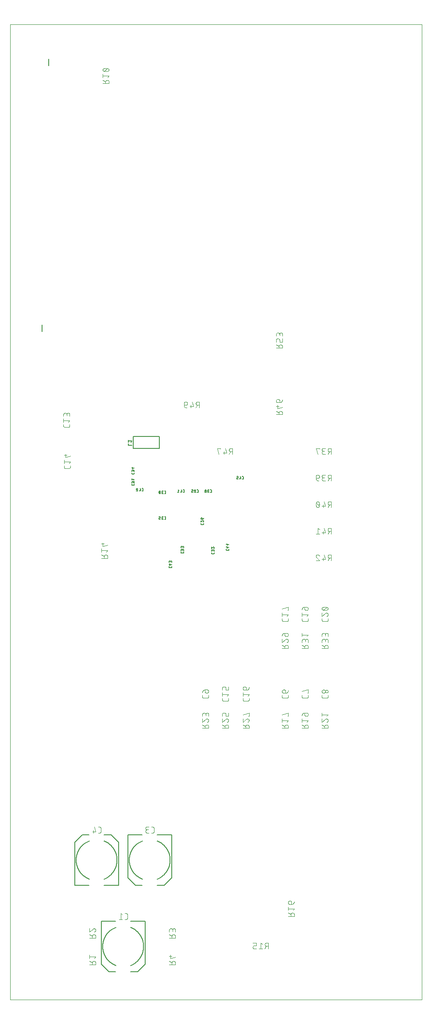
<source format=gbo>
G04 EAGLE Gerber RS-274X export*
G75*
%MOMM*%
%FSLAX34Y34*%
%LPD*%
%INBot Silk*%
%IPPOS*%
%AMOC8*
5,1,8,0,0,1.08239X$1,22.5*%
G01*
%ADD10C,0.000000*%
%ADD11C,0.101600*%
%ADD12C,0.127000*%
%ADD13C,0.203200*%
%ADD14C,0.152400*%


D10*
X0Y0D02*
X787400Y0D01*
X787200Y1863600D01*
X0Y1863600D01*
X0Y0D01*
D11*
X101692Y1096297D02*
X101692Y1098893D01*
X101692Y1096297D02*
X101694Y1096198D01*
X101700Y1096098D01*
X101709Y1095999D01*
X101722Y1095901D01*
X101739Y1095803D01*
X101760Y1095705D01*
X101785Y1095609D01*
X101813Y1095514D01*
X101845Y1095420D01*
X101880Y1095327D01*
X101919Y1095235D01*
X101962Y1095145D01*
X102007Y1095057D01*
X102057Y1094970D01*
X102109Y1094886D01*
X102165Y1094803D01*
X102223Y1094723D01*
X102285Y1094645D01*
X102350Y1094570D01*
X102418Y1094497D01*
X102488Y1094427D01*
X102561Y1094359D01*
X102636Y1094294D01*
X102714Y1094232D01*
X102794Y1094174D01*
X102877Y1094118D01*
X102961Y1094066D01*
X103048Y1094016D01*
X103136Y1093971D01*
X103226Y1093928D01*
X103318Y1093889D01*
X103411Y1093854D01*
X103505Y1093822D01*
X103600Y1093794D01*
X103696Y1093769D01*
X103794Y1093748D01*
X103892Y1093731D01*
X103990Y1093718D01*
X104089Y1093709D01*
X104189Y1093703D01*
X104288Y1093701D01*
X104288Y1093700D02*
X110780Y1093700D01*
X110780Y1093701D02*
X110879Y1093703D01*
X110979Y1093709D01*
X111078Y1093718D01*
X111176Y1093731D01*
X111274Y1093748D01*
X111372Y1093769D01*
X111468Y1093794D01*
X111563Y1093822D01*
X111657Y1093854D01*
X111750Y1093889D01*
X111842Y1093928D01*
X111932Y1093971D01*
X112020Y1094016D01*
X112107Y1094066D01*
X112191Y1094118D01*
X112274Y1094174D01*
X112354Y1094232D01*
X112432Y1094294D01*
X112507Y1094359D01*
X112580Y1094427D01*
X112650Y1094497D01*
X112718Y1094570D01*
X112783Y1094645D01*
X112845Y1094723D01*
X112903Y1094803D01*
X112959Y1094886D01*
X113011Y1094970D01*
X113061Y1095057D01*
X113106Y1095145D01*
X113149Y1095235D01*
X113188Y1095327D01*
X113223Y1095419D01*
X113255Y1095514D01*
X113283Y1095609D01*
X113308Y1095705D01*
X113329Y1095803D01*
X113346Y1095901D01*
X113359Y1095999D01*
X113368Y1096098D01*
X113374Y1096198D01*
X113376Y1096297D01*
X113376Y1098893D01*
X110780Y1103259D02*
X113376Y1106504D01*
X101692Y1106504D01*
X101692Y1103259D02*
X101692Y1109750D01*
X101692Y1114689D02*
X101692Y1117934D01*
X101694Y1118047D01*
X101700Y1118160D01*
X101710Y1118273D01*
X101724Y1118386D01*
X101741Y1118498D01*
X101763Y1118609D01*
X101788Y1118719D01*
X101818Y1118829D01*
X101851Y1118937D01*
X101888Y1119044D01*
X101928Y1119150D01*
X101973Y1119254D01*
X102021Y1119357D01*
X102072Y1119458D01*
X102127Y1119557D01*
X102185Y1119654D01*
X102247Y1119749D01*
X102312Y1119842D01*
X102380Y1119932D01*
X102451Y1120020D01*
X102526Y1120106D01*
X102603Y1120189D01*
X102683Y1120269D01*
X102766Y1120346D01*
X102852Y1120421D01*
X102940Y1120492D01*
X103030Y1120560D01*
X103123Y1120625D01*
X103218Y1120687D01*
X103315Y1120745D01*
X103414Y1120800D01*
X103515Y1120851D01*
X103618Y1120899D01*
X103722Y1120944D01*
X103828Y1120984D01*
X103935Y1121021D01*
X104043Y1121054D01*
X104153Y1121084D01*
X104263Y1121109D01*
X104374Y1121131D01*
X104486Y1121148D01*
X104599Y1121162D01*
X104712Y1121172D01*
X104825Y1121178D01*
X104938Y1121180D01*
X105051Y1121178D01*
X105164Y1121172D01*
X105277Y1121162D01*
X105390Y1121148D01*
X105502Y1121131D01*
X105613Y1121109D01*
X105723Y1121084D01*
X105833Y1121054D01*
X105941Y1121021D01*
X106048Y1120984D01*
X106154Y1120944D01*
X106258Y1120899D01*
X106361Y1120851D01*
X106462Y1120800D01*
X106561Y1120745D01*
X106658Y1120687D01*
X106753Y1120625D01*
X106846Y1120560D01*
X106936Y1120492D01*
X107024Y1120421D01*
X107110Y1120346D01*
X107193Y1120269D01*
X107273Y1120189D01*
X107350Y1120106D01*
X107425Y1120020D01*
X107496Y1119932D01*
X107564Y1119842D01*
X107629Y1119749D01*
X107691Y1119654D01*
X107749Y1119557D01*
X107804Y1119458D01*
X107855Y1119357D01*
X107903Y1119254D01*
X107948Y1119150D01*
X107988Y1119044D01*
X108025Y1118937D01*
X108058Y1118829D01*
X108088Y1118719D01*
X108113Y1118609D01*
X108135Y1118498D01*
X108152Y1118386D01*
X108166Y1118273D01*
X108176Y1118160D01*
X108182Y1118047D01*
X108184Y1117934D01*
X113376Y1118583D02*
X113376Y1114689D01*
X113376Y1118583D02*
X113374Y1118684D01*
X113368Y1118784D01*
X113358Y1118884D01*
X113345Y1118984D01*
X113327Y1119083D01*
X113306Y1119182D01*
X113281Y1119279D01*
X113252Y1119376D01*
X113219Y1119471D01*
X113183Y1119565D01*
X113143Y1119657D01*
X113100Y1119748D01*
X113053Y1119837D01*
X113003Y1119924D01*
X112949Y1120010D01*
X112892Y1120093D01*
X112832Y1120173D01*
X112769Y1120252D01*
X112702Y1120328D01*
X112633Y1120401D01*
X112561Y1120471D01*
X112487Y1120539D01*
X112410Y1120604D01*
X112330Y1120665D01*
X112248Y1120724D01*
X112164Y1120779D01*
X112078Y1120831D01*
X111990Y1120880D01*
X111900Y1120925D01*
X111808Y1120967D01*
X111715Y1121005D01*
X111620Y1121039D01*
X111525Y1121070D01*
X111428Y1121097D01*
X111330Y1121120D01*
X111231Y1121140D01*
X111131Y1121155D01*
X111031Y1121167D01*
X110931Y1121175D01*
X110830Y1121179D01*
X110730Y1121179D01*
X110629Y1121175D01*
X110529Y1121167D01*
X110429Y1121155D01*
X110329Y1121140D01*
X110230Y1121120D01*
X110132Y1121097D01*
X110035Y1121070D01*
X109940Y1121039D01*
X109845Y1121005D01*
X109752Y1120967D01*
X109660Y1120925D01*
X109570Y1120880D01*
X109482Y1120831D01*
X109396Y1120779D01*
X109312Y1120724D01*
X109230Y1120665D01*
X109150Y1120604D01*
X109073Y1120539D01*
X108999Y1120471D01*
X108927Y1120401D01*
X108858Y1120328D01*
X108791Y1120252D01*
X108728Y1120173D01*
X108668Y1120093D01*
X108611Y1120010D01*
X108557Y1119924D01*
X108507Y1119837D01*
X108460Y1119748D01*
X108417Y1119657D01*
X108377Y1119565D01*
X108341Y1119471D01*
X108308Y1119376D01*
X108279Y1119279D01*
X108254Y1119182D01*
X108233Y1119083D01*
X108215Y1118984D01*
X108202Y1118884D01*
X108192Y1118784D01*
X108186Y1118684D01*
X108184Y1118583D01*
X108183Y1118583D02*
X108183Y1115987D01*
X102962Y1020153D02*
X102962Y1017557D01*
X102964Y1017458D01*
X102970Y1017358D01*
X102979Y1017259D01*
X102992Y1017161D01*
X103009Y1017063D01*
X103030Y1016965D01*
X103055Y1016869D01*
X103083Y1016774D01*
X103115Y1016680D01*
X103150Y1016587D01*
X103189Y1016495D01*
X103232Y1016405D01*
X103277Y1016317D01*
X103327Y1016230D01*
X103379Y1016146D01*
X103435Y1016063D01*
X103493Y1015983D01*
X103555Y1015905D01*
X103620Y1015830D01*
X103688Y1015757D01*
X103758Y1015687D01*
X103831Y1015619D01*
X103906Y1015554D01*
X103984Y1015492D01*
X104064Y1015434D01*
X104147Y1015378D01*
X104231Y1015326D01*
X104318Y1015276D01*
X104406Y1015231D01*
X104496Y1015188D01*
X104588Y1015149D01*
X104681Y1015114D01*
X104775Y1015082D01*
X104870Y1015054D01*
X104966Y1015029D01*
X105064Y1015008D01*
X105162Y1014991D01*
X105260Y1014978D01*
X105359Y1014969D01*
X105459Y1014963D01*
X105558Y1014961D01*
X105558Y1014960D02*
X112050Y1014960D01*
X112050Y1014961D02*
X112149Y1014963D01*
X112249Y1014969D01*
X112348Y1014978D01*
X112446Y1014991D01*
X112544Y1015008D01*
X112642Y1015029D01*
X112738Y1015054D01*
X112833Y1015082D01*
X112927Y1015114D01*
X113020Y1015149D01*
X113112Y1015188D01*
X113202Y1015231D01*
X113290Y1015276D01*
X113377Y1015326D01*
X113461Y1015378D01*
X113544Y1015434D01*
X113624Y1015492D01*
X113702Y1015554D01*
X113777Y1015619D01*
X113850Y1015687D01*
X113920Y1015757D01*
X113988Y1015830D01*
X114053Y1015905D01*
X114115Y1015983D01*
X114173Y1016063D01*
X114229Y1016146D01*
X114281Y1016230D01*
X114331Y1016317D01*
X114376Y1016405D01*
X114419Y1016495D01*
X114458Y1016587D01*
X114493Y1016679D01*
X114525Y1016774D01*
X114553Y1016869D01*
X114578Y1016965D01*
X114599Y1017063D01*
X114616Y1017161D01*
X114629Y1017259D01*
X114638Y1017358D01*
X114644Y1017458D01*
X114646Y1017557D01*
X114646Y1020153D01*
X112050Y1024519D02*
X114646Y1027764D01*
X102962Y1027764D01*
X102962Y1024519D02*
X102962Y1031010D01*
X105558Y1035949D02*
X114646Y1038545D01*
X105558Y1035949D02*
X105558Y1042440D01*
X102962Y1040492D02*
X108155Y1040492D01*
D12*
X357299Y969309D02*
X358372Y969309D01*
X358437Y969311D01*
X358501Y969317D01*
X358565Y969327D01*
X358629Y969340D01*
X358691Y969358D01*
X358752Y969379D01*
X358812Y969403D01*
X358870Y969432D01*
X358927Y969464D01*
X358981Y969499D01*
X359033Y969537D01*
X359083Y969579D01*
X359130Y969623D01*
X359174Y969670D01*
X359216Y969720D01*
X359254Y969772D01*
X359289Y969826D01*
X359321Y969883D01*
X359350Y969941D01*
X359374Y970001D01*
X359395Y970062D01*
X359413Y970124D01*
X359426Y970188D01*
X359436Y970252D01*
X359442Y970316D01*
X359444Y970381D01*
X359444Y973063D01*
X359442Y973128D01*
X359436Y973192D01*
X359426Y973256D01*
X359413Y973320D01*
X359395Y973382D01*
X359374Y973443D01*
X359350Y973503D01*
X359321Y973561D01*
X359289Y973618D01*
X359254Y973672D01*
X359216Y973724D01*
X359174Y973774D01*
X359130Y973821D01*
X359083Y973865D01*
X359033Y973907D01*
X358981Y973945D01*
X358927Y973980D01*
X358870Y974012D01*
X358812Y974041D01*
X358752Y974065D01*
X358691Y974086D01*
X358629Y974104D01*
X358565Y974117D01*
X358501Y974127D01*
X358437Y974133D01*
X358372Y974135D01*
X357299Y974135D01*
X353369Y974135D02*
X353301Y974133D01*
X353234Y974127D01*
X353167Y974118D01*
X353100Y974105D01*
X353035Y974088D01*
X352970Y974067D01*
X352907Y974043D01*
X352845Y974015D01*
X352785Y973984D01*
X352727Y973950D01*
X352671Y973912D01*
X352616Y973872D01*
X352565Y973828D01*
X352516Y973781D01*
X352469Y973732D01*
X352425Y973681D01*
X352385Y973626D01*
X352347Y973570D01*
X352313Y973512D01*
X352282Y973452D01*
X352254Y973390D01*
X352230Y973327D01*
X352209Y973262D01*
X352192Y973197D01*
X352179Y973130D01*
X352170Y973063D01*
X352164Y972996D01*
X352162Y972928D01*
X353369Y974135D02*
X353447Y974133D01*
X353525Y974127D01*
X353602Y974117D01*
X353679Y974104D01*
X353755Y974086D01*
X353830Y974065D01*
X353904Y974040D01*
X353976Y974011D01*
X354047Y973979D01*
X354116Y973943D01*
X354184Y973904D01*
X354249Y973861D01*
X354312Y973815D01*
X354373Y973766D01*
X354431Y973714D01*
X354486Y973659D01*
X354539Y973602D01*
X354588Y973542D01*
X354635Y973479D01*
X354678Y973414D01*
X354718Y973348D01*
X354755Y973279D01*
X354788Y973208D01*
X354818Y973136D01*
X354844Y973062D01*
X352564Y971990D02*
X352515Y972039D01*
X352468Y972091D01*
X352425Y972146D01*
X352384Y972203D01*
X352346Y972262D01*
X352312Y972323D01*
X352281Y972386D01*
X352253Y972450D01*
X352229Y972516D01*
X352209Y972582D01*
X352192Y972650D01*
X352179Y972719D01*
X352170Y972788D01*
X352164Y972858D01*
X352162Y972928D01*
X352564Y971990D02*
X354843Y969309D01*
X352162Y969309D01*
X349357Y969309D02*
X347748Y969309D01*
X347683Y969311D01*
X347619Y969317D01*
X347555Y969327D01*
X347491Y969340D01*
X347429Y969358D01*
X347368Y969379D01*
X347308Y969403D01*
X347250Y969432D01*
X347193Y969464D01*
X347139Y969499D01*
X347087Y969537D01*
X347037Y969579D01*
X346990Y969623D01*
X346946Y969670D01*
X346904Y969720D01*
X346866Y969772D01*
X346831Y969826D01*
X346799Y969883D01*
X346770Y969941D01*
X346746Y970001D01*
X346725Y970062D01*
X346707Y970124D01*
X346694Y970188D01*
X346684Y970252D01*
X346678Y970316D01*
X346676Y970381D01*
X346676Y970918D01*
X346678Y970983D01*
X346684Y971047D01*
X346694Y971111D01*
X346707Y971175D01*
X346725Y971237D01*
X346746Y971298D01*
X346770Y971358D01*
X346799Y971416D01*
X346831Y971473D01*
X346866Y971527D01*
X346904Y971579D01*
X346946Y971629D01*
X346990Y971676D01*
X347037Y971720D01*
X347087Y971762D01*
X347139Y971800D01*
X347193Y971835D01*
X347250Y971867D01*
X347308Y971896D01*
X347368Y971920D01*
X347429Y971941D01*
X347491Y971959D01*
X347555Y971972D01*
X347619Y971982D01*
X347683Y971988D01*
X347748Y971990D01*
X349357Y971990D01*
X349357Y974135D01*
X346676Y974135D01*
X364789Y910161D02*
X364789Y909088D01*
X364791Y909023D01*
X364797Y908959D01*
X364807Y908895D01*
X364820Y908831D01*
X364838Y908769D01*
X364859Y908708D01*
X364883Y908648D01*
X364912Y908590D01*
X364944Y908533D01*
X364979Y908479D01*
X365017Y908427D01*
X365059Y908377D01*
X365103Y908330D01*
X365150Y908286D01*
X365200Y908244D01*
X365252Y908206D01*
X365306Y908171D01*
X365363Y908139D01*
X365421Y908110D01*
X365481Y908086D01*
X365542Y908065D01*
X365604Y908047D01*
X365668Y908034D01*
X365732Y908024D01*
X365796Y908018D01*
X365861Y908016D01*
X368543Y908016D01*
X368608Y908018D01*
X368672Y908024D01*
X368736Y908034D01*
X368800Y908047D01*
X368862Y908065D01*
X368923Y908086D01*
X368983Y908110D01*
X369041Y908139D01*
X369098Y908171D01*
X369152Y908206D01*
X369204Y908244D01*
X369254Y908286D01*
X369301Y908330D01*
X369345Y908377D01*
X369387Y908427D01*
X369425Y908479D01*
X369460Y908533D01*
X369492Y908590D01*
X369521Y908648D01*
X369545Y908708D01*
X369566Y908769D01*
X369584Y908831D01*
X369597Y908895D01*
X369607Y908959D01*
X369613Y909023D01*
X369615Y909088D01*
X369615Y910161D01*
X369615Y914091D02*
X369613Y914159D01*
X369607Y914226D01*
X369598Y914293D01*
X369585Y914360D01*
X369568Y914425D01*
X369547Y914490D01*
X369523Y914553D01*
X369495Y914615D01*
X369464Y914675D01*
X369430Y914733D01*
X369392Y914789D01*
X369352Y914844D01*
X369308Y914895D01*
X369261Y914944D01*
X369212Y914991D01*
X369161Y915035D01*
X369106Y915075D01*
X369050Y915113D01*
X368992Y915147D01*
X368932Y915178D01*
X368870Y915206D01*
X368807Y915230D01*
X368742Y915251D01*
X368677Y915268D01*
X368610Y915281D01*
X368543Y915290D01*
X368476Y915296D01*
X368408Y915298D01*
X369615Y914091D02*
X369613Y914013D01*
X369607Y913935D01*
X369597Y913858D01*
X369584Y913781D01*
X369566Y913705D01*
X369545Y913630D01*
X369520Y913556D01*
X369491Y913484D01*
X369459Y913413D01*
X369423Y913344D01*
X369384Y913276D01*
X369341Y913211D01*
X369295Y913148D01*
X369246Y913087D01*
X369194Y913029D01*
X369139Y912974D01*
X369082Y912921D01*
X369022Y912872D01*
X368959Y912825D01*
X368894Y912782D01*
X368828Y912742D01*
X368759Y912705D01*
X368688Y912672D01*
X368616Y912642D01*
X368543Y912616D01*
X367470Y914896D02*
X367519Y914945D01*
X367571Y914992D01*
X367626Y915035D01*
X367683Y915076D01*
X367742Y915114D01*
X367803Y915148D01*
X367866Y915179D01*
X367930Y915207D01*
X367996Y915231D01*
X368062Y915251D01*
X368130Y915268D01*
X368199Y915281D01*
X368268Y915290D01*
X368338Y915296D01*
X368408Y915298D01*
X367470Y914896D02*
X364789Y912617D01*
X364789Y915298D01*
X367470Y918103D02*
X367470Y919712D01*
X367468Y919777D01*
X367462Y919841D01*
X367452Y919905D01*
X367439Y919969D01*
X367421Y920031D01*
X367400Y920092D01*
X367376Y920152D01*
X367347Y920210D01*
X367315Y920267D01*
X367280Y920321D01*
X367242Y920373D01*
X367200Y920423D01*
X367156Y920470D01*
X367109Y920514D01*
X367059Y920556D01*
X367007Y920594D01*
X366953Y920629D01*
X366896Y920661D01*
X366838Y920690D01*
X366778Y920714D01*
X366717Y920735D01*
X366655Y920753D01*
X366591Y920766D01*
X366527Y920776D01*
X366463Y920782D01*
X366398Y920784D01*
X366130Y920784D01*
X366130Y920785D02*
X366059Y920783D01*
X365987Y920777D01*
X365917Y920768D01*
X365847Y920755D01*
X365777Y920738D01*
X365709Y920717D01*
X365642Y920693D01*
X365576Y920665D01*
X365512Y920634D01*
X365449Y920599D01*
X365389Y920561D01*
X365330Y920520D01*
X365274Y920476D01*
X365220Y920429D01*
X365169Y920380D01*
X365121Y920327D01*
X365075Y920272D01*
X365033Y920215D01*
X364993Y920155D01*
X364957Y920094D01*
X364924Y920030D01*
X364895Y919965D01*
X364869Y919899D01*
X364846Y919831D01*
X364827Y919762D01*
X364812Y919692D01*
X364801Y919622D01*
X364793Y919551D01*
X364789Y919480D01*
X364789Y919408D01*
X364793Y919337D01*
X364801Y919266D01*
X364812Y919196D01*
X364827Y919126D01*
X364846Y919057D01*
X364869Y918989D01*
X364895Y918923D01*
X364924Y918858D01*
X364957Y918794D01*
X364993Y918733D01*
X365033Y918673D01*
X365075Y918616D01*
X365121Y918561D01*
X365169Y918508D01*
X365220Y918459D01*
X365274Y918412D01*
X365330Y918368D01*
X365389Y918327D01*
X365449Y918289D01*
X365512Y918254D01*
X365576Y918223D01*
X365642Y918195D01*
X365709Y918171D01*
X365777Y918150D01*
X365847Y918133D01*
X365917Y918120D01*
X365987Y918111D01*
X366059Y918105D01*
X366130Y918103D01*
X367470Y918103D01*
X367561Y918105D01*
X367652Y918111D01*
X367742Y918120D01*
X367833Y918134D01*
X367922Y918151D01*
X368010Y918172D01*
X368098Y918197D01*
X368185Y918226D01*
X368270Y918258D01*
X368354Y918293D01*
X368436Y918333D01*
X368516Y918375D01*
X368595Y918421D01*
X368671Y918471D01*
X368745Y918523D01*
X368818Y918579D01*
X368887Y918638D01*
X368954Y918699D01*
X369019Y918764D01*
X369080Y918831D01*
X369139Y918900D01*
X369195Y918972D01*
X369247Y919047D01*
X369297Y919123D01*
X369343Y919202D01*
X369385Y919282D01*
X369425Y919364D01*
X369460Y919448D01*
X369492Y919533D01*
X369521Y919620D01*
X369546Y919707D01*
X369567Y919796D01*
X369584Y919885D01*
X369598Y919976D01*
X369607Y920066D01*
X369613Y920157D01*
X369615Y920248D01*
X296142Y967029D02*
X295069Y967029D01*
X296142Y967029D02*
X296207Y967031D01*
X296271Y967037D01*
X296335Y967047D01*
X296399Y967060D01*
X296461Y967078D01*
X296522Y967099D01*
X296582Y967123D01*
X296640Y967152D01*
X296697Y967184D01*
X296751Y967219D01*
X296803Y967257D01*
X296853Y967299D01*
X296900Y967343D01*
X296944Y967390D01*
X296986Y967440D01*
X297024Y967492D01*
X297059Y967546D01*
X297091Y967603D01*
X297120Y967661D01*
X297144Y967721D01*
X297165Y967782D01*
X297183Y967844D01*
X297196Y967908D01*
X297206Y967972D01*
X297212Y968036D01*
X297214Y968101D01*
X297214Y970783D01*
X297212Y970848D01*
X297206Y970912D01*
X297196Y970976D01*
X297183Y971040D01*
X297165Y971102D01*
X297144Y971163D01*
X297120Y971223D01*
X297091Y971281D01*
X297059Y971338D01*
X297024Y971392D01*
X296986Y971444D01*
X296944Y971494D01*
X296900Y971541D01*
X296853Y971585D01*
X296803Y971627D01*
X296751Y971665D01*
X296697Y971700D01*
X296640Y971732D01*
X296582Y971761D01*
X296522Y971785D01*
X296461Y971806D01*
X296399Y971824D01*
X296335Y971837D01*
X296271Y971847D01*
X296207Y971853D01*
X296142Y971855D01*
X295069Y971855D01*
X292613Y967029D02*
X291273Y967029D01*
X291202Y967031D01*
X291130Y967037D01*
X291060Y967046D01*
X290990Y967059D01*
X290920Y967076D01*
X290852Y967097D01*
X290785Y967121D01*
X290719Y967149D01*
X290655Y967180D01*
X290592Y967215D01*
X290532Y967253D01*
X290473Y967294D01*
X290417Y967338D01*
X290363Y967385D01*
X290312Y967434D01*
X290264Y967487D01*
X290218Y967542D01*
X290176Y967599D01*
X290136Y967659D01*
X290100Y967720D01*
X290067Y967784D01*
X290038Y967849D01*
X290012Y967915D01*
X289989Y967983D01*
X289970Y968052D01*
X289955Y968122D01*
X289944Y968192D01*
X289936Y968263D01*
X289932Y968334D01*
X289932Y968406D01*
X289936Y968477D01*
X289944Y968548D01*
X289955Y968618D01*
X289970Y968688D01*
X289989Y968757D01*
X290012Y968825D01*
X290038Y968891D01*
X290067Y968956D01*
X290100Y969020D01*
X290136Y969081D01*
X290176Y969141D01*
X290218Y969198D01*
X290264Y969253D01*
X290312Y969306D01*
X290363Y969355D01*
X290417Y969402D01*
X290473Y969446D01*
X290532Y969487D01*
X290592Y969525D01*
X290655Y969560D01*
X290719Y969591D01*
X290785Y969619D01*
X290852Y969643D01*
X290920Y969664D01*
X290990Y969681D01*
X291060Y969694D01*
X291130Y969703D01*
X291202Y969709D01*
X291273Y969711D01*
X291005Y971855D02*
X292613Y971855D01*
X291005Y971855D02*
X290940Y971853D01*
X290876Y971847D01*
X290812Y971837D01*
X290748Y971824D01*
X290686Y971806D01*
X290625Y971785D01*
X290565Y971761D01*
X290507Y971732D01*
X290450Y971700D01*
X290396Y971665D01*
X290344Y971627D01*
X290294Y971585D01*
X290247Y971541D01*
X290203Y971494D01*
X290161Y971444D01*
X290123Y971392D01*
X290088Y971338D01*
X290056Y971281D01*
X290027Y971223D01*
X290003Y971163D01*
X289982Y971102D01*
X289964Y971040D01*
X289951Y970976D01*
X289941Y970912D01*
X289935Y970848D01*
X289933Y970783D01*
X289935Y970718D01*
X289941Y970654D01*
X289951Y970590D01*
X289964Y970526D01*
X289982Y970464D01*
X290003Y970403D01*
X290027Y970343D01*
X290056Y970285D01*
X290088Y970228D01*
X290123Y970174D01*
X290161Y970122D01*
X290203Y970072D01*
X290247Y970025D01*
X290294Y969981D01*
X290344Y969939D01*
X290396Y969901D01*
X290450Y969866D01*
X290507Y969834D01*
X290565Y969805D01*
X290625Y969781D01*
X290686Y969760D01*
X290748Y969742D01*
X290812Y969729D01*
X290876Y969719D01*
X290940Y969713D01*
X291005Y969711D01*
X291005Y969710D02*
X292077Y969710D01*
X287127Y969442D02*
X287125Y969562D01*
X287120Y969682D01*
X287111Y969802D01*
X287098Y969922D01*
X287082Y970041D01*
X287062Y970160D01*
X287038Y970278D01*
X287011Y970395D01*
X286981Y970511D01*
X286947Y970626D01*
X286909Y970741D01*
X286868Y970854D01*
X286824Y970965D01*
X286776Y971076D01*
X286725Y971185D01*
X286704Y971242D01*
X286678Y971298D01*
X286650Y971353D01*
X286618Y971405D01*
X286582Y971456D01*
X286544Y971504D01*
X286503Y971550D01*
X286459Y971593D01*
X286413Y971633D01*
X286364Y971670D01*
X286312Y971704D01*
X286259Y971735D01*
X286204Y971763D01*
X286148Y971787D01*
X286090Y971808D01*
X286031Y971825D01*
X285971Y971838D01*
X285910Y971847D01*
X285848Y971853D01*
X285787Y971855D01*
X285726Y971853D01*
X285664Y971847D01*
X285603Y971838D01*
X285543Y971825D01*
X285484Y971808D01*
X285426Y971787D01*
X285370Y971763D01*
X285315Y971735D01*
X285262Y971704D01*
X285210Y971670D01*
X285162Y971633D01*
X285115Y971593D01*
X285071Y971550D01*
X285030Y971504D01*
X284992Y971456D01*
X284956Y971405D01*
X284924Y971353D01*
X284896Y971298D01*
X284870Y971242D01*
X284849Y971185D01*
X284848Y971185D02*
X284797Y971076D01*
X284749Y970965D01*
X284705Y970854D01*
X284664Y970741D01*
X284626Y970626D01*
X284592Y970511D01*
X284562Y970395D01*
X284535Y970278D01*
X284511Y970160D01*
X284491Y970041D01*
X284475Y969922D01*
X284462Y969802D01*
X284453Y969682D01*
X284448Y969562D01*
X284446Y969442D01*
X287127Y969442D02*
X287125Y969322D01*
X287120Y969202D01*
X287111Y969082D01*
X287098Y968962D01*
X287082Y968843D01*
X287062Y968724D01*
X287038Y968606D01*
X287011Y968489D01*
X286981Y968373D01*
X286947Y968258D01*
X286909Y968143D01*
X286868Y968030D01*
X286824Y967919D01*
X286776Y967808D01*
X286725Y967699D01*
X286704Y967642D01*
X286678Y967586D01*
X286650Y967531D01*
X286618Y967479D01*
X286582Y967428D01*
X286544Y967380D01*
X286503Y967334D01*
X286459Y967291D01*
X286413Y967251D01*
X286364Y967214D01*
X286312Y967180D01*
X286259Y967149D01*
X286204Y967121D01*
X286148Y967097D01*
X286090Y967076D01*
X286031Y967059D01*
X285971Y967046D01*
X285910Y967037D01*
X285848Y967031D01*
X285787Y967029D01*
X284848Y967699D02*
X284797Y967808D01*
X284749Y967919D01*
X284705Y968030D01*
X284664Y968143D01*
X284626Y968258D01*
X284592Y968373D01*
X284562Y968489D01*
X284535Y968606D01*
X284511Y968724D01*
X284491Y968843D01*
X284475Y968962D01*
X284462Y969082D01*
X284453Y969202D01*
X284448Y969322D01*
X284446Y969442D01*
X284849Y967699D02*
X284870Y967642D01*
X284896Y967586D01*
X284924Y967531D01*
X284956Y967479D01*
X284992Y967428D01*
X285030Y967380D01*
X285071Y967334D01*
X285115Y967291D01*
X285162Y967251D01*
X285210Y967214D01*
X285262Y967180D01*
X285315Y967149D01*
X285370Y967121D01*
X285426Y967097D01*
X285484Y967076D01*
X285543Y967059D01*
X285603Y967046D01*
X285664Y967037D01*
X285726Y967031D01*
X285787Y967029D01*
X286859Y968101D02*
X284714Y970783D01*
X232365Y984018D02*
X232365Y985091D01*
X232365Y984018D02*
X232367Y983953D01*
X232373Y983889D01*
X232383Y983825D01*
X232396Y983761D01*
X232414Y983699D01*
X232435Y983638D01*
X232459Y983578D01*
X232488Y983520D01*
X232520Y983463D01*
X232555Y983409D01*
X232593Y983357D01*
X232635Y983307D01*
X232679Y983260D01*
X232726Y983216D01*
X232776Y983174D01*
X232828Y983136D01*
X232882Y983101D01*
X232939Y983069D01*
X232997Y983040D01*
X233057Y983016D01*
X233118Y982995D01*
X233180Y982977D01*
X233244Y982964D01*
X233308Y982954D01*
X233372Y982948D01*
X233437Y982946D01*
X236119Y982946D01*
X236184Y982948D01*
X236248Y982954D01*
X236312Y982964D01*
X236376Y982977D01*
X236438Y982995D01*
X236499Y983016D01*
X236559Y983040D01*
X236617Y983069D01*
X236674Y983101D01*
X236728Y983136D01*
X236780Y983174D01*
X236830Y983216D01*
X236877Y983260D01*
X236921Y983307D01*
X236963Y983357D01*
X237001Y983409D01*
X237036Y983463D01*
X237068Y983520D01*
X237097Y983578D01*
X237121Y983638D01*
X237142Y983699D01*
X237160Y983761D01*
X237173Y983825D01*
X237183Y983889D01*
X237189Y983953D01*
X237191Y984018D01*
X237191Y985091D01*
X232365Y987547D02*
X232365Y988887D01*
X232367Y988958D01*
X232373Y989030D01*
X232382Y989100D01*
X232395Y989170D01*
X232412Y989240D01*
X232433Y989308D01*
X232457Y989375D01*
X232485Y989441D01*
X232516Y989505D01*
X232551Y989568D01*
X232589Y989628D01*
X232630Y989687D01*
X232674Y989743D01*
X232721Y989797D01*
X232770Y989848D01*
X232823Y989896D01*
X232878Y989942D01*
X232935Y989984D01*
X232995Y990024D01*
X233056Y990060D01*
X233120Y990093D01*
X233185Y990122D01*
X233251Y990148D01*
X233319Y990171D01*
X233388Y990190D01*
X233458Y990205D01*
X233528Y990216D01*
X233599Y990224D01*
X233670Y990228D01*
X233742Y990228D01*
X233813Y990224D01*
X233884Y990216D01*
X233954Y990205D01*
X234024Y990190D01*
X234093Y990171D01*
X234161Y990148D01*
X234227Y990122D01*
X234292Y990093D01*
X234356Y990060D01*
X234417Y990024D01*
X234477Y989984D01*
X234534Y989942D01*
X234589Y989896D01*
X234642Y989848D01*
X234691Y989797D01*
X234738Y989743D01*
X234782Y989687D01*
X234823Y989628D01*
X234861Y989568D01*
X234896Y989505D01*
X234927Y989441D01*
X234955Y989375D01*
X234979Y989308D01*
X235000Y989240D01*
X235017Y989170D01*
X235030Y989100D01*
X235039Y989030D01*
X235045Y988958D01*
X235047Y988887D01*
X237191Y989155D02*
X237191Y987547D01*
X237191Y989155D02*
X237189Y989220D01*
X237183Y989284D01*
X237173Y989348D01*
X237160Y989412D01*
X237142Y989474D01*
X237121Y989535D01*
X237097Y989595D01*
X237068Y989653D01*
X237036Y989710D01*
X237001Y989764D01*
X236963Y989816D01*
X236921Y989866D01*
X236877Y989913D01*
X236830Y989957D01*
X236780Y989999D01*
X236728Y990037D01*
X236674Y990072D01*
X236617Y990104D01*
X236559Y990133D01*
X236499Y990157D01*
X236438Y990178D01*
X236376Y990196D01*
X236312Y990209D01*
X236248Y990219D01*
X236184Y990225D01*
X236119Y990227D01*
X236054Y990225D01*
X235990Y990219D01*
X235926Y990209D01*
X235862Y990196D01*
X235800Y990178D01*
X235739Y990157D01*
X235679Y990133D01*
X235621Y990104D01*
X235564Y990072D01*
X235510Y990037D01*
X235458Y989999D01*
X235408Y989957D01*
X235361Y989913D01*
X235317Y989866D01*
X235275Y989816D01*
X235237Y989764D01*
X235202Y989710D01*
X235170Y989653D01*
X235141Y989595D01*
X235117Y989535D01*
X235096Y989474D01*
X235078Y989412D01*
X235065Y989348D01*
X235055Y989284D01*
X235049Y989220D01*
X235047Y989155D01*
X235046Y989155D02*
X235046Y988083D01*
X236119Y993033D02*
X237191Y994374D01*
X232365Y994374D01*
X232365Y995714D02*
X232365Y993033D01*
X385109Y854281D02*
X385109Y853208D01*
X385111Y853143D01*
X385117Y853079D01*
X385127Y853015D01*
X385140Y852951D01*
X385158Y852889D01*
X385179Y852828D01*
X385203Y852768D01*
X385232Y852710D01*
X385264Y852653D01*
X385299Y852599D01*
X385337Y852547D01*
X385379Y852497D01*
X385423Y852450D01*
X385470Y852406D01*
X385520Y852364D01*
X385572Y852326D01*
X385626Y852291D01*
X385683Y852259D01*
X385741Y852230D01*
X385801Y852206D01*
X385862Y852185D01*
X385924Y852167D01*
X385988Y852154D01*
X386052Y852144D01*
X386116Y852138D01*
X386181Y852136D01*
X388863Y852136D01*
X388928Y852138D01*
X388992Y852144D01*
X389056Y852154D01*
X389120Y852167D01*
X389182Y852185D01*
X389243Y852206D01*
X389303Y852230D01*
X389361Y852259D01*
X389418Y852291D01*
X389472Y852326D01*
X389524Y852364D01*
X389574Y852406D01*
X389621Y852450D01*
X389665Y852497D01*
X389707Y852547D01*
X389745Y852599D01*
X389780Y852653D01*
X389812Y852710D01*
X389841Y852768D01*
X389865Y852828D01*
X389886Y852889D01*
X389904Y852951D01*
X389917Y853015D01*
X389927Y853079D01*
X389933Y853143D01*
X389935Y853208D01*
X389935Y854281D01*
X385109Y856737D02*
X385109Y858077D01*
X385111Y858148D01*
X385117Y858220D01*
X385126Y858290D01*
X385139Y858360D01*
X385156Y858430D01*
X385177Y858498D01*
X385201Y858565D01*
X385229Y858631D01*
X385260Y858695D01*
X385295Y858758D01*
X385333Y858818D01*
X385374Y858877D01*
X385418Y858933D01*
X385465Y858987D01*
X385514Y859038D01*
X385567Y859086D01*
X385622Y859132D01*
X385679Y859174D01*
X385739Y859214D01*
X385800Y859250D01*
X385864Y859283D01*
X385929Y859312D01*
X385995Y859338D01*
X386063Y859361D01*
X386132Y859380D01*
X386202Y859395D01*
X386272Y859406D01*
X386343Y859414D01*
X386414Y859418D01*
X386486Y859418D01*
X386557Y859414D01*
X386628Y859406D01*
X386698Y859395D01*
X386768Y859380D01*
X386837Y859361D01*
X386905Y859338D01*
X386971Y859312D01*
X387036Y859283D01*
X387100Y859250D01*
X387161Y859214D01*
X387221Y859174D01*
X387278Y859132D01*
X387333Y859086D01*
X387386Y859038D01*
X387435Y858987D01*
X387482Y858933D01*
X387526Y858877D01*
X387567Y858818D01*
X387605Y858758D01*
X387640Y858695D01*
X387671Y858631D01*
X387699Y858565D01*
X387723Y858498D01*
X387744Y858430D01*
X387761Y858360D01*
X387774Y858290D01*
X387783Y858220D01*
X387789Y858148D01*
X387791Y858077D01*
X389935Y858345D02*
X389935Y856737D01*
X389935Y858345D02*
X389933Y858410D01*
X389927Y858474D01*
X389917Y858538D01*
X389904Y858602D01*
X389886Y858664D01*
X389865Y858725D01*
X389841Y858785D01*
X389812Y858843D01*
X389780Y858900D01*
X389745Y858954D01*
X389707Y859006D01*
X389665Y859056D01*
X389621Y859103D01*
X389574Y859147D01*
X389524Y859189D01*
X389472Y859227D01*
X389418Y859262D01*
X389361Y859294D01*
X389303Y859323D01*
X389243Y859347D01*
X389182Y859368D01*
X389120Y859386D01*
X389056Y859399D01*
X388992Y859409D01*
X388928Y859415D01*
X388863Y859417D01*
X388798Y859415D01*
X388734Y859409D01*
X388670Y859399D01*
X388606Y859386D01*
X388544Y859368D01*
X388483Y859347D01*
X388423Y859323D01*
X388365Y859294D01*
X388308Y859262D01*
X388254Y859227D01*
X388202Y859189D01*
X388152Y859147D01*
X388105Y859103D01*
X388061Y859056D01*
X388019Y859006D01*
X387981Y858954D01*
X387946Y858900D01*
X387914Y858843D01*
X387885Y858785D01*
X387861Y858725D01*
X387840Y858664D01*
X387822Y858602D01*
X387809Y858538D01*
X387799Y858474D01*
X387793Y858410D01*
X387791Y858345D01*
X387790Y858345D02*
X387790Y857273D01*
X389935Y863698D02*
X389933Y863766D01*
X389927Y863833D01*
X389918Y863900D01*
X389905Y863967D01*
X389888Y864032D01*
X389867Y864097D01*
X389843Y864160D01*
X389815Y864222D01*
X389784Y864282D01*
X389750Y864340D01*
X389712Y864396D01*
X389672Y864451D01*
X389628Y864502D01*
X389581Y864551D01*
X389532Y864598D01*
X389481Y864642D01*
X389426Y864682D01*
X389370Y864720D01*
X389312Y864754D01*
X389252Y864785D01*
X389190Y864813D01*
X389127Y864837D01*
X389062Y864858D01*
X388997Y864875D01*
X388930Y864888D01*
X388863Y864897D01*
X388796Y864903D01*
X388728Y864905D01*
X389935Y863698D02*
X389933Y863620D01*
X389927Y863542D01*
X389917Y863465D01*
X389904Y863388D01*
X389886Y863312D01*
X389865Y863237D01*
X389840Y863163D01*
X389811Y863091D01*
X389779Y863020D01*
X389743Y862951D01*
X389704Y862883D01*
X389661Y862818D01*
X389615Y862755D01*
X389566Y862694D01*
X389514Y862636D01*
X389459Y862581D01*
X389402Y862528D01*
X389342Y862479D01*
X389279Y862432D01*
X389214Y862389D01*
X389148Y862349D01*
X389079Y862312D01*
X389008Y862279D01*
X388936Y862249D01*
X388863Y862223D01*
X387790Y864502D02*
X387839Y864551D01*
X387891Y864598D01*
X387946Y864641D01*
X388003Y864682D01*
X388062Y864720D01*
X388123Y864754D01*
X388186Y864785D01*
X388250Y864813D01*
X388316Y864837D01*
X388382Y864857D01*
X388450Y864874D01*
X388519Y864887D01*
X388588Y864896D01*
X388658Y864902D01*
X388728Y864904D01*
X387790Y864502D02*
X385109Y862223D01*
X385109Y864904D01*
X326689Y855551D02*
X326689Y854478D01*
X326691Y854413D01*
X326697Y854349D01*
X326707Y854285D01*
X326720Y854221D01*
X326738Y854159D01*
X326759Y854098D01*
X326783Y854038D01*
X326812Y853980D01*
X326844Y853923D01*
X326879Y853869D01*
X326917Y853817D01*
X326959Y853767D01*
X327003Y853720D01*
X327050Y853676D01*
X327100Y853634D01*
X327152Y853596D01*
X327206Y853561D01*
X327263Y853529D01*
X327321Y853500D01*
X327381Y853476D01*
X327442Y853455D01*
X327504Y853437D01*
X327568Y853424D01*
X327632Y853414D01*
X327696Y853408D01*
X327761Y853406D01*
X330443Y853406D01*
X330508Y853408D01*
X330572Y853414D01*
X330636Y853424D01*
X330700Y853437D01*
X330762Y853455D01*
X330823Y853476D01*
X330883Y853500D01*
X330941Y853529D01*
X330998Y853561D01*
X331052Y853596D01*
X331104Y853634D01*
X331154Y853676D01*
X331201Y853720D01*
X331245Y853767D01*
X331287Y853817D01*
X331325Y853869D01*
X331360Y853923D01*
X331392Y853980D01*
X331421Y854038D01*
X331445Y854098D01*
X331466Y854159D01*
X331484Y854221D01*
X331497Y854285D01*
X331507Y854349D01*
X331513Y854413D01*
X331515Y854478D01*
X331515Y855551D01*
X326689Y858007D02*
X326689Y859347D01*
X326691Y859418D01*
X326697Y859490D01*
X326706Y859560D01*
X326719Y859630D01*
X326736Y859700D01*
X326757Y859768D01*
X326781Y859835D01*
X326809Y859901D01*
X326840Y859965D01*
X326875Y860028D01*
X326913Y860088D01*
X326954Y860147D01*
X326998Y860203D01*
X327045Y860257D01*
X327094Y860308D01*
X327147Y860356D01*
X327202Y860402D01*
X327259Y860444D01*
X327319Y860484D01*
X327380Y860520D01*
X327444Y860553D01*
X327509Y860582D01*
X327575Y860608D01*
X327643Y860631D01*
X327712Y860650D01*
X327782Y860665D01*
X327852Y860676D01*
X327923Y860684D01*
X327994Y860688D01*
X328066Y860688D01*
X328137Y860684D01*
X328208Y860676D01*
X328278Y860665D01*
X328348Y860650D01*
X328417Y860631D01*
X328485Y860608D01*
X328551Y860582D01*
X328616Y860553D01*
X328680Y860520D01*
X328741Y860484D01*
X328801Y860444D01*
X328858Y860402D01*
X328913Y860356D01*
X328966Y860308D01*
X329015Y860257D01*
X329062Y860203D01*
X329106Y860147D01*
X329147Y860088D01*
X329185Y860028D01*
X329220Y859965D01*
X329251Y859901D01*
X329279Y859835D01*
X329303Y859768D01*
X329324Y859700D01*
X329341Y859630D01*
X329354Y859560D01*
X329363Y859490D01*
X329369Y859418D01*
X329371Y859347D01*
X331515Y859615D02*
X331515Y858007D01*
X331515Y859615D02*
X331513Y859680D01*
X331507Y859744D01*
X331497Y859808D01*
X331484Y859872D01*
X331466Y859934D01*
X331445Y859995D01*
X331421Y860055D01*
X331392Y860113D01*
X331360Y860170D01*
X331325Y860224D01*
X331287Y860276D01*
X331245Y860326D01*
X331201Y860373D01*
X331154Y860417D01*
X331104Y860459D01*
X331052Y860497D01*
X330998Y860532D01*
X330941Y860564D01*
X330883Y860593D01*
X330823Y860617D01*
X330762Y860638D01*
X330700Y860656D01*
X330636Y860669D01*
X330572Y860679D01*
X330508Y860685D01*
X330443Y860687D01*
X330378Y860685D01*
X330314Y860679D01*
X330250Y860669D01*
X330186Y860656D01*
X330124Y860638D01*
X330063Y860617D01*
X330003Y860593D01*
X329945Y860564D01*
X329888Y860532D01*
X329834Y860497D01*
X329782Y860459D01*
X329732Y860417D01*
X329685Y860373D01*
X329641Y860326D01*
X329599Y860276D01*
X329561Y860224D01*
X329526Y860170D01*
X329494Y860113D01*
X329465Y860055D01*
X329441Y859995D01*
X329420Y859934D01*
X329402Y859872D01*
X329389Y859808D01*
X329379Y859744D01*
X329373Y859680D01*
X329371Y859615D01*
X329370Y859615D02*
X329370Y858543D01*
X326689Y863493D02*
X326689Y864834D01*
X326691Y864905D01*
X326697Y864977D01*
X326706Y865047D01*
X326719Y865117D01*
X326736Y865187D01*
X326757Y865255D01*
X326781Y865322D01*
X326809Y865388D01*
X326840Y865452D01*
X326875Y865515D01*
X326913Y865575D01*
X326954Y865634D01*
X326998Y865690D01*
X327045Y865744D01*
X327094Y865795D01*
X327147Y865843D01*
X327202Y865889D01*
X327259Y865931D01*
X327319Y865971D01*
X327380Y866007D01*
X327444Y866040D01*
X327509Y866069D01*
X327575Y866095D01*
X327643Y866118D01*
X327712Y866137D01*
X327782Y866152D01*
X327852Y866163D01*
X327923Y866171D01*
X327994Y866175D01*
X328066Y866175D01*
X328137Y866171D01*
X328208Y866163D01*
X328278Y866152D01*
X328348Y866137D01*
X328417Y866118D01*
X328485Y866095D01*
X328551Y866069D01*
X328616Y866040D01*
X328680Y866007D01*
X328741Y865971D01*
X328801Y865931D01*
X328858Y865889D01*
X328913Y865843D01*
X328966Y865795D01*
X329015Y865744D01*
X329062Y865690D01*
X329106Y865634D01*
X329147Y865575D01*
X329185Y865515D01*
X329220Y865452D01*
X329251Y865388D01*
X329279Y865322D01*
X329303Y865255D01*
X329324Y865187D01*
X329341Y865117D01*
X329354Y865047D01*
X329363Y864977D01*
X329369Y864905D01*
X329371Y864834D01*
X331515Y865102D02*
X331515Y863493D01*
X331515Y865102D02*
X331513Y865167D01*
X331507Y865231D01*
X331497Y865295D01*
X331484Y865359D01*
X331466Y865421D01*
X331445Y865482D01*
X331421Y865542D01*
X331392Y865600D01*
X331360Y865657D01*
X331325Y865711D01*
X331287Y865763D01*
X331245Y865813D01*
X331201Y865860D01*
X331154Y865904D01*
X331104Y865946D01*
X331052Y865984D01*
X330998Y866019D01*
X330941Y866051D01*
X330883Y866080D01*
X330823Y866104D01*
X330762Y866125D01*
X330700Y866143D01*
X330636Y866156D01*
X330572Y866166D01*
X330508Y866172D01*
X330443Y866174D01*
X330378Y866172D01*
X330314Y866166D01*
X330250Y866156D01*
X330186Y866143D01*
X330124Y866125D01*
X330063Y866104D01*
X330003Y866080D01*
X329945Y866051D01*
X329888Y866019D01*
X329834Y865984D01*
X329782Y865946D01*
X329732Y865904D01*
X329685Y865860D01*
X329641Y865813D01*
X329599Y865763D01*
X329561Y865711D01*
X329526Y865657D01*
X329494Y865600D01*
X329465Y865542D01*
X329441Y865482D01*
X329420Y865421D01*
X329402Y865359D01*
X329389Y865295D01*
X329379Y865231D01*
X329373Y865167D01*
X329371Y865102D01*
X329370Y865102D02*
X329370Y864029D01*
X232365Y1005608D02*
X232365Y1006681D01*
X232365Y1005608D02*
X232367Y1005543D01*
X232373Y1005479D01*
X232383Y1005415D01*
X232396Y1005351D01*
X232414Y1005289D01*
X232435Y1005228D01*
X232459Y1005168D01*
X232488Y1005110D01*
X232520Y1005053D01*
X232555Y1004999D01*
X232593Y1004947D01*
X232635Y1004897D01*
X232679Y1004850D01*
X232726Y1004806D01*
X232776Y1004764D01*
X232828Y1004726D01*
X232882Y1004691D01*
X232939Y1004659D01*
X232997Y1004630D01*
X233057Y1004606D01*
X233118Y1004585D01*
X233180Y1004567D01*
X233244Y1004554D01*
X233308Y1004544D01*
X233372Y1004538D01*
X233437Y1004536D01*
X236119Y1004536D01*
X236184Y1004538D01*
X236248Y1004544D01*
X236312Y1004554D01*
X236376Y1004567D01*
X236438Y1004585D01*
X236499Y1004606D01*
X236559Y1004630D01*
X236617Y1004659D01*
X236674Y1004691D01*
X236728Y1004726D01*
X236780Y1004764D01*
X236830Y1004806D01*
X236877Y1004850D01*
X236921Y1004897D01*
X236963Y1004947D01*
X237001Y1004999D01*
X237036Y1005053D01*
X237068Y1005110D01*
X237097Y1005168D01*
X237121Y1005228D01*
X237142Y1005289D01*
X237160Y1005351D01*
X237173Y1005415D01*
X237183Y1005479D01*
X237189Y1005543D01*
X237191Y1005608D01*
X237191Y1006681D01*
X232365Y1009137D02*
X232365Y1010477D01*
X232367Y1010548D01*
X232373Y1010620D01*
X232382Y1010690D01*
X232395Y1010760D01*
X232412Y1010830D01*
X232433Y1010898D01*
X232457Y1010965D01*
X232485Y1011031D01*
X232516Y1011095D01*
X232551Y1011158D01*
X232589Y1011218D01*
X232630Y1011277D01*
X232674Y1011333D01*
X232721Y1011387D01*
X232770Y1011438D01*
X232823Y1011486D01*
X232878Y1011532D01*
X232935Y1011574D01*
X232995Y1011614D01*
X233056Y1011650D01*
X233120Y1011683D01*
X233185Y1011712D01*
X233251Y1011738D01*
X233319Y1011761D01*
X233388Y1011780D01*
X233458Y1011795D01*
X233528Y1011806D01*
X233599Y1011814D01*
X233670Y1011818D01*
X233742Y1011818D01*
X233813Y1011814D01*
X233884Y1011806D01*
X233954Y1011795D01*
X234024Y1011780D01*
X234093Y1011761D01*
X234161Y1011738D01*
X234227Y1011712D01*
X234292Y1011683D01*
X234356Y1011650D01*
X234417Y1011614D01*
X234477Y1011574D01*
X234534Y1011532D01*
X234589Y1011486D01*
X234642Y1011438D01*
X234691Y1011387D01*
X234738Y1011333D01*
X234782Y1011277D01*
X234823Y1011218D01*
X234861Y1011158D01*
X234896Y1011095D01*
X234927Y1011031D01*
X234955Y1010965D01*
X234979Y1010898D01*
X235000Y1010830D01*
X235017Y1010760D01*
X235030Y1010690D01*
X235039Y1010620D01*
X235045Y1010548D01*
X235047Y1010477D01*
X237191Y1010745D02*
X237191Y1009137D01*
X237191Y1010745D02*
X237189Y1010810D01*
X237183Y1010874D01*
X237173Y1010938D01*
X237160Y1011002D01*
X237142Y1011064D01*
X237121Y1011125D01*
X237097Y1011185D01*
X237068Y1011243D01*
X237036Y1011300D01*
X237001Y1011354D01*
X236963Y1011406D01*
X236921Y1011456D01*
X236877Y1011503D01*
X236830Y1011547D01*
X236780Y1011589D01*
X236728Y1011627D01*
X236674Y1011662D01*
X236617Y1011694D01*
X236559Y1011723D01*
X236499Y1011747D01*
X236438Y1011768D01*
X236376Y1011786D01*
X236312Y1011799D01*
X236248Y1011809D01*
X236184Y1011815D01*
X236119Y1011817D01*
X236054Y1011815D01*
X235990Y1011809D01*
X235926Y1011799D01*
X235862Y1011786D01*
X235800Y1011768D01*
X235739Y1011747D01*
X235679Y1011723D01*
X235621Y1011694D01*
X235564Y1011662D01*
X235510Y1011627D01*
X235458Y1011589D01*
X235408Y1011547D01*
X235361Y1011503D01*
X235317Y1011456D01*
X235275Y1011406D01*
X235237Y1011354D01*
X235202Y1011300D01*
X235170Y1011243D01*
X235141Y1011185D01*
X235117Y1011125D01*
X235096Y1011064D01*
X235078Y1011002D01*
X235065Y1010938D01*
X235055Y1010874D01*
X235049Y1010810D01*
X235047Y1010745D01*
X235046Y1010745D02*
X235046Y1009673D01*
X233437Y1014623D02*
X237191Y1015695D01*
X233437Y1014623D02*
X233437Y1017304D01*
X234510Y1016500D02*
X232365Y1016500D01*
X295069Y917905D02*
X296142Y917905D01*
X296207Y917907D01*
X296271Y917913D01*
X296335Y917923D01*
X296399Y917936D01*
X296461Y917954D01*
X296522Y917975D01*
X296582Y917999D01*
X296640Y918028D01*
X296697Y918060D01*
X296751Y918095D01*
X296803Y918133D01*
X296853Y918175D01*
X296900Y918219D01*
X296944Y918266D01*
X296986Y918316D01*
X297024Y918368D01*
X297059Y918422D01*
X297091Y918479D01*
X297120Y918537D01*
X297144Y918597D01*
X297165Y918658D01*
X297183Y918720D01*
X297196Y918784D01*
X297206Y918848D01*
X297212Y918912D01*
X297214Y918977D01*
X297214Y921659D01*
X297212Y921724D01*
X297206Y921788D01*
X297196Y921852D01*
X297183Y921916D01*
X297165Y921978D01*
X297144Y922039D01*
X297120Y922099D01*
X297091Y922157D01*
X297059Y922214D01*
X297024Y922268D01*
X296986Y922320D01*
X296944Y922370D01*
X296900Y922417D01*
X296853Y922461D01*
X296803Y922503D01*
X296751Y922541D01*
X296697Y922576D01*
X296640Y922608D01*
X296582Y922637D01*
X296522Y922661D01*
X296461Y922682D01*
X296399Y922700D01*
X296335Y922713D01*
X296271Y922723D01*
X296207Y922729D01*
X296142Y922731D01*
X295069Y922731D01*
X292613Y917905D02*
X291273Y917905D01*
X291202Y917907D01*
X291130Y917913D01*
X291060Y917922D01*
X290990Y917935D01*
X290920Y917952D01*
X290852Y917973D01*
X290785Y917997D01*
X290719Y918025D01*
X290655Y918056D01*
X290592Y918091D01*
X290532Y918129D01*
X290473Y918170D01*
X290417Y918214D01*
X290363Y918261D01*
X290312Y918310D01*
X290264Y918363D01*
X290218Y918418D01*
X290176Y918475D01*
X290136Y918535D01*
X290100Y918596D01*
X290067Y918660D01*
X290038Y918725D01*
X290012Y918791D01*
X289989Y918859D01*
X289970Y918928D01*
X289955Y918998D01*
X289944Y919068D01*
X289936Y919139D01*
X289932Y919210D01*
X289932Y919282D01*
X289936Y919353D01*
X289944Y919424D01*
X289955Y919494D01*
X289970Y919564D01*
X289989Y919633D01*
X290012Y919701D01*
X290038Y919767D01*
X290067Y919832D01*
X290100Y919896D01*
X290136Y919957D01*
X290176Y920017D01*
X290218Y920074D01*
X290264Y920129D01*
X290312Y920182D01*
X290363Y920231D01*
X290417Y920278D01*
X290473Y920322D01*
X290532Y920363D01*
X290592Y920401D01*
X290655Y920436D01*
X290719Y920467D01*
X290785Y920495D01*
X290852Y920519D01*
X290920Y920540D01*
X290990Y920557D01*
X291060Y920570D01*
X291130Y920579D01*
X291202Y920585D01*
X291273Y920587D01*
X291005Y922731D02*
X292613Y922731D01*
X291005Y922731D02*
X290940Y922729D01*
X290876Y922723D01*
X290812Y922713D01*
X290748Y922700D01*
X290686Y922682D01*
X290625Y922661D01*
X290565Y922637D01*
X290507Y922608D01*
X290450Y922576D01*
X290396Y922541D01*
X290344Y922503D01*
X290294Y922461D01*
X290247Y922417D01*
X290203Y922370D01*
X290161Y922320D01*
X290123Y922268D01*
X290088Y922214D01*
X290056Y922157D01*
X290027Y922099D01*
X290003Y922039D01*
X289982Y921978D01*
X289964Y921916D01*
X289951Y921852D01*
X289941Y921788D01*
X289935Y921724D01*
X289933Y921659D01*
X289935Y921594D01*
X289941Y921530D01*
X289951Y921466D01*
X289964Y921402D01*
X289982Y921340D01*
X290003Y921279D01*
X290027Y921219D01*
X290056Y921161D01*
X290088Y921104D01*
X290123Y921050D01*
X290161Y920998D01*
X290203Y920948D01*
X290247Y920901D01*
X290294Y920857D01*
X290344Y920815D01*
X290396Y920777D01*
X290450Y920742D01*
X290507Y920710D01*
X290565Y920681D01*
X290625Y920657D01*
X290686Y920636D01*
X290748Y920618D01*
X290812Y920605D01*
X290876Y920595D01*
X290940Y920589D01*
X291005Y920587D01*
X291005Y920586D02*
X292077Y920586D01*
X287127Y917905D02*
X285518Y917905D01*
X285453Y917907D01*
X285389Y917913D01*
X285325Y917923D01*
X285261Y917936D01*
X285199Y917954D01*
X285138Y917975D01*
X285078Y917999D01*
X285020Y918028D01*
X284963Y918060D01*
X284909Y918095D01*
X284857Y918133D01*
X284807Y918175D01*
X284760Y918219D01*
X284716Y918266D01*
X284674Y918316D01*
X284636Y918368D01*
X284601Y918422D01*
X284569Y918479D01*
X284540Y918537D01*
X284516Y918597D01*
X284495Y918658D01*
X284477Y918720D01*
X284464Y918784D01*
X284454Y918848D01*
X284448Y918912D01*
X284446Y918977D01*
X284446Y919514D01*
X284448Y919579D01*
X284454Y919643D01*
X284464Y919707D01*
X284477Y919771D01*
X284495Y919833D01*
X284516Y919894D01*
X284540Y919954D01*
X284569Y920012D01*
X284601Y920069D01*
X284636Y920123D01*
X284674Y920175D01*
X284716Y920225D01*
X284760Y920272D01*
X284807Y920316D01*
X284857Y920358D01*
X284909Y920396D01*
X284963Y920431D01*
X285020Y920463D01*
X285078Y920492D01*
X285138Y920516D01*
X285199Y920537D01*
X285261Y920555D01*
X285325Y920568D01*
X285389Y920578D01*
X285453Y920584D01*
X285518Y920586D01*
X287127Y920586D01*
X287127Y922731D01*
X284446Y922731D01*
X382699Y969309D02*
X383772Y969309D01*
X383837Y969311D01*
X383901Y969317D01*
X383965Y969327D01*
X384029Y969340D01*
X384091Y969358D01*
X384152Y969379D01*
X384212Y969403D01*
X384270Y969432D01*
X384327Y969464D01*
X384381Y969499D01*
X384433Y969537D01*
X384483Y969579D01*
X384530Y969623D01*
X384574Y969670D01*
X384616Y969720D01*
X384654Y969772D01*
X384689Y969826D01*
X384721Y969883D01*
X384750Y969941D01*
X384774Y970001D01*
X384795Y970062D01*
X384813Y970124D01*
X384826Y970188D01*
X384836Y970252D01*
X384842Y970316D01*
X384844Y970381D01*
X384844Y973063D01*
X384842Y973128D01*
X384836Y973192D01*
X384826Y973256D01*
X384813Y973320D01*
X384795Y973382D01*
X384774Y973443D01*
X384750Y973503D01*
X384721Y973561D01*
X384689Y973618D01*
X384654Y973672D01*
X384616Y973724D01*
X384574Y973774D01*
X384530Y973821D01*
X384483Y973865D01*
X384433Y973907D01*
X384381Y973945D01*
X384327Y973980D01*
X384270Y974012D01*
X384212Y974041D01*
X384152Y974065D01*
X384091Y974086D01*
X384029Y974104D01*
X383965Y974117D01*
X383901Y974127D01*
X383837Y974133D01*
X383772Y974135D01*
X382699Y974135D01*
X380243Y969309D02*
X378903Y969309D01*
X378832Y969311D01*
X378760Y969317D01*
X378690Y969326D01*
X378620Y969339D01*
X378550Y969356D01*
X378482Y969377D01*
X378415Y969401D01*
X378349Y969429D01*
X378285Y969460D01*
X378222Y969495D01*
X378162Y969533D01*
X378103Y969574D01*
X378047Y969618D01*
X377993Y969665D01*
X377942Y969714D01*
X377894Y969767D01*
X377848Y969822D01*
X377806Y969879D01*
X377766Y969939D01*
X377730Y970000D01*
X377697Y970064D01*
X377668Y970129D01*
X377642Y970195D01*
X377619Y970263D01*
X377600Y970332D01*
X377585Y970402D01*
X377574Y970472D01*
X377566Y970543D01*
X377562Y970614D01*
X377562Y970686D01*
X377566Y970757D01*
X377574Y970828D01*
X377585Y970898D01*
X377600Y970968D01*
X377619Y971037D01*
X377642Y971105D01*
X377668Y971171D01*
X377697Y971236D01*
X377730Y971300D01*
X377766Y971361D01*
X377806Y971421D01*
X377848Y971478D01*
X377894Y971533D01*
X377942Y971586D01*
X377993Y971635D01*
X378047Y971682D01*
X378103Y971726D01*
X378162Y971767D01*
X378222Y971805D01*
X378285Y971840D01*
X378349Y971871D01*
X378415Y971899D01*
X378482Y971923D01*
X378550Y971944D01*
X378620Y971961D01*
X378690Y971974D01*
X378760Y971983D01*
X378832Y971989D01*
X378903Y971991D01*
X378635Y974135D02*
X380243Y974135D01*
X378635Y974135D02*
X378570Y974133D01*
X378506Y974127D01*
X378442Y974117D01*
X378378Y974104D01*
X378316Y974086D01*
X378255Y974065D01*
X378195Y974041D01*
X378137Y974012D01*
X378080Y973980D01*
X378026Y973945D01*
X377974Y973907D01*
X377924Y973865D01*
X377877Y973821D01*
X377833Y973774D01*
X377791Y973724D01*
X377753Y973672D01*
X377718Y973618D01*
X377686Y973561D01*
X377657Y973503D01*
X377633Y973443D01*
X377612Y973382D01*
X377594Y973320D01*
X377581Y973256D01*
X377571Y973192D01*
X377565Y973128D01*
X377563Y973063D01*
X377565Y972998D01*
X377571Y972934D01*
X377581Y972870D01*
X377594Y972806D01*
X377612Y972744D01*
X377633Y972683D01*
X377657Y972623D01*
X377686Y972565D01*
X377718Y972508D01*
X377753Y972454D01*
X377791Y972402D01*
X377833Y972352D01*
X377877Y972305D01*
X377924Y972261D01*
X377974Y972219D01*
X378026Y972181D01*
X378080Y972146D01*
X378137Y972114D01*
X378195Y972085D01*
X378255Y972061D01*
X378316Y972040D01*
X378378Y972022D01*
X378442Y972009D01*
X378506Y971999D01*
X378570Y971993D01*
X378635Y971991D01*
X378635Y971990D02*
X379707Y971990D01*
X374757Y970650D02*
X374755Y970721D01*
X374749Y970793D01*
X374740Y970863D01*
X374727Y970933D01*
X374710Y971003D01*
X374689Y971071D01*
X374665Y971138D01*
X374637Y971204D01*
X374606Y971268D01*
X374571Y971331D01*
X374533Y971391D01*
X374492Y971450D01*
X374448Y971506D01*
X374401Y971560D01*
X374352Y971611D01*
X374299Y971659D01*
X374244Y971705D01*
X374187Y971747D01*
X374127Y971787D01*
X374066Y971823D01*
X374002Y971856D01*
X373937Y971885D01*
X373871Y971911D01*
X373803Y971934D01*
X373734Y971953D01*
X373664Y971968D01*
X373594Y971979D01*
X373523Y971987D01*
X373452Y971991D01*
X373380Y971991D01*
X373309Y971987D01*
X373238Y971979D01*
X373168Y971968D01*
X373098Y971953D01*
X373029Y971934D01*
X372961Y971911D01*
X372895Y971885D01*
X372830Y971856D01*
X372766Y971823D01*
X372705Y971787D01*
X372645Y971747D01*
X372588Y971705D01*
X372533Y971659D01*
X372480Y971611D01*
X372431Y971560D01*
X372384Y971506D01*
X372340Y971450D01*
X372299Y971391D01*
X372261Y971331D01*
X372226Y971268D01*
X372195Y971204D01*
X372167Y971138D01*
X372143Y971071D01*
X372122Y971003D01*
X372105Y970933D01*
X372092Y970863D01*
X372083Y970793D01*
X372077Y970721D01*
X372075Y970650D01*
X372077Y970579D01*
X372083Y970507D01*
X372092Y970437D01*
X372105Y970367D01*
X372122Y970297D01*
X372143Y970229D01*
X372167Y970162D01*
X372195Y970096D01*
X372226Y970032D01*
X372261Y969969D01*
X372299Y969909D01*
X372340Y969850D01*
X372384Y969794D01*
X372431Y969740D01*
X372480Y969689D01*
X372533Y969641D01*
X372588Y969595D01*
X372645Y969553D01*
X372705Y969513D01*
X372766Y969477D01*
X372830Y969444D01*
X372895Y969415D01*
X372961Y969389D01*
X373029Y969366D01*
X373098Y969347D01*
X373168Y969332D01*
X373238Y969321D01*
X373309Y969313D01*
X373380Y969309D01*
X373452Y969309D01*
X373523Y969313D01*
X373594Y969321D01*
X373664Y969332D01*
X373734Y969347D01*
X373803Y969366D01*
X373871Y969389D01*
X373937Y969415D01*
X374002Y969444D01*
X374066Y969477D01*
X374127Y969513D01*
X374187Y969553D01*
X374244Y969595D01*
X374299Y969641D01*
X374352Y969689D01*
X374401Y969740D01*
X374448Y969794D01*
X374492Y969850D01*
X374533Y969909D01*
X374571Y969969D01*
X374606Y970032D01*
X374637Y970096D01*
X374665Y970162D01*
X374689Y970229D01*
X374710Y970297D01*
X374727Y970367D01*
X374740Y970437D01*
X374749Y970507D01*
X374755Y970579D01*
X374757Y970650D01*
X374488Y973063D02*
X374486Y973128D01*
X374480Y973192D01*
X374470Y973256D01*
X374457Y973320D01*
X374439Y973382D01*
X374418Y973443D01*
X374394Y973503D01*
X374365Y973561D01*
X374333Y973618D01*
X374298Y973672D01*
X374260Y973724D01*
X374218Y973774D01*
X374174Y973821D01*
X374127Y973865D01*
X374077Y973907D01*
X374025Y973945D01*
X373971Y973980D01*
X373914Y974012D01*
X373856Y974041D01*
X373796Y974065D01*
X373735Y974086D01*
X373673Y974104D01*
X373609Y974117D01*
X373545Y974127D01*
X373481Y974133D01*
X373416Y974135D01*
X373351Y974133D01*
X373287Y974127D01*
X373223Y974117D01*
X373159Y974104D01*
X373097Y974086D01*
X373036Y974065D01*
X372976Y974041D01*
X372918Y974012D01*
X372861Y973980D01*
X372807Y973945D01*
X372755Y973907D01*
X372705Y973865D01*
X372658Y973821D01*
X372614Y973774D01*
X372572Y973724D01*
X372534Y973672D01*
X372499Y973618D01*
X372467Y973561D01*
X372438Y973503D01*
X372414Y973443D01*
X372393Y973382D01*
X372375Y973320D01*
X372362Y973256D01*
X372352Y973192D01*
X372346Y973128D01*
X372344Y973063D01*
X372346Y972998D01*
X372352Y972934D01*
X372362Y972870D01*
X372375Y972806D01*
X372393Y972744D01*
X372414Y972683D01*
X372438Y972623D01*
X372467Y972565D01*
X372499Y972508D01*
X372534Y972454D01*
X372572Y972402D01*
X372614Y972352D01*
X372658Y972305D01*
X372705Y972261D01*
X372755Y972219D01*
X372807Y972181D01*
X372861Y972146D01*
X372918Y972114D01*
X372976Y972085D01*
X373036Y972061D01*
X373097Y972040D01*
X373159Y972022D01*
X373223Y972009D01*
X373287Y971999D01*
X373351Y971993D01*
X373416Y971991D01*
X373481Y971993D01*
X373545Y971999D01*
X373609Y972009D01*
X373673Y972022D01*
X373735Y972040D01*
X373796Y972061D01*
X373856Y972085D01*
X373914Y972114D01*
X373971Y972146D01*
X374025Y972181D01*
X374077Y972219D01*
X374127Y972261D01*
X374174Y972305D01*
X374218Y972352D01*
X374260Y972402D01*
X374298Y972454D01*
X374333Y972508D01*
X374365Y972565D01*
X374394Y972623D01*
X374418Y972683D01*
X374439Y972744D01*
X374457Y972806D01*
X374470Y972870D01*
X374480Y972934D01*
X374486Y972998D01*
X374488Y973063D01*
D13*
X60770Y1276350D02*
X60770Y1289050D01*
X73470Y1784350D02*
X73470Y1797050D01*
X235458Y1052830D02*
X285242Y1052830D01*
X285242Y1075690D01*
X235458Y1075690D01*
X235458Y1052830D01*
D14*
X232410Y1059390D02*
X225806Y1059390D01*
X225806Y1062325D01*
X230942Y1065461D02*
X232410Y1067296D01*
X225806Y1067296D01*
X225806Y1069130D02*
X225806Y1065461D01*
D11*
X163246Y67276D02*
X151562Y67276D01*
X163246Y67276D02*
X163246Y70522D01*
X163244Y70635D01*
X163238Y70748D01*
X163228Y70861D01*
X163214Y70974D01*
X163197Y71086D01*
X163175Y71197D01*
X163150Y71307D01*
X163120Y71417D01*
X163087Y71525D01*
X163050Y71632D01*
X163010Y71738D01*
X162965Y71842D01*
X162917Y71945D01*
X162866Y72046D01*
X162811Y72145D01*
X162753Y72242D01*
X162691Y72337D01*
X162626Y72430D01*
X162558Y72520D01*
X162487Y72608D01*
X162412Y72694D01*
X162335Y72777D01*
X162255Y72857D01*
X162172Y72934D01*
X162086Y73009D01*
X161998Y73080D01*
X161908Y73148D01*
X161815Y73213D01*
X161720Y73275D01*
X161623Y73333D01*
X161524Y73388D01*
X161423Y73439D01*
X161320Y73487D01*
X161216Y73532D01*
X161110Y73572D01*
X161003Y73609D01*
X160895Y73642D01*
X160785Y73672D01*
X160675Y73697D01*
X160564Y73719D01*
X160452Y73736D01*
X160339Y73750D01*
X160226Y73760D01*
X160113Y73766D01*
X160000Y73768D01*
X159887Y73766D01*
X159774Y73760D01*
X159661Y73750D01*
X159548Y73736D01*
X159436Y73719D01*
X159325Y73697D01*
X159215Y73672D01*
X159105Y73642D01*
X158997Y73609D01*
X158890Y73572D01*
X158784Y73532D01*
X158680Y73487D01*
X158577Y73439D01*
X158476Y73388D01*
X158377Y73333D01*
X158280Y73275D01*
X158185Y73213D01*
X158092Y73148D01*
X158002Y73080D01*
X157914Y73009D01*
X157828Y72934D01*
X157745Y72857D01*
X157665Y72777D01*
X157588Y72694D01*
X157513Y72608D01*
X157442Y72520D01*
X157374Y72430D01*
X157309Y72337D01*
X157247Y72242D01*
X157189Y72145D01*
X157134Y72046D01*
X157083Y71945D01*
X157035Y71842D01*
X156990Y71738D01*
X156950Y71632D01*
X156913Y71525D01*
X156880Y71417D01*
X156850Y71307D01*
X156825Y71197D01*
X156803Y71086D01*
X156786Y70974D01*
X156772Y70861D01*
X156762Y70748D01*
X156756Y70635D01*
X156754Y70522D01*
X156755Y70522D02*
X156755Y67276D01*
X156755Y71171D02*
X151562Y73767D01*
X160650Y78633D02*
X163246Y81878D01*
X151562Y81878D01*
X151562Y78633D02*
X151562Y85124D01*
X176962Y1750661D02*
X188646Y1750661D01*
X188646Y1753907D01*
X188644Y1754020D01*
X188638Y1754133D01*
X188628Y1754246D01*
X188614Y1754359D01*
X188597Y1754471D01*
X188575Y1754582D01*
X188550Y1754692D01*
X188520Y1754802D01*
X188487Y1754910D01*
X188450Y1755017D01*
X188410Y1755123D01*
X188365Y1755227D01*
X188317Y1755330D01*
X188266Y1755431D01*
X188211Y1755530D01*
X188153Y1755627D01*
X188091Y1755722D01*
X188026Y1755815D01*
X187958Y1755905D01*
X187887Y1755993D01*
X187812Y1756079D01*
X187735Y1756162D01*
X187655Y1756242D01*
X187572Y1756319D01*
X187486Y1756394D01*
X187398Y1756465D01*
X187308Y1756533D01*
X187215Y1756598D01*
X187120Y1756660D01*
X187023Y1756718D01*
X186924Y1756773D01*
X186823Y1756824D01*
X186720Y1756872D01*
X186616Y1756917D01*
X186510Y1756957D01*
X186403Y1756994D01*
X186295Y1757027D01*
X186185Y1757057D01*
X186075Y1757082D01*
X185964Y1757104D01*
X185852Y1757121D01*
X185739Y1757135D01*
X185626Y1757145D01*
X185513Y1757151D01*
X185400Y1757153D01*
X185287Y1757151D01*
X185174Y1757145D01*
X185061Y1757135D01*
X184948Y1757121D01*
X184836Y1757104D01*
X184725Y1757082D01*
X184615Y1757057D01*
X184505Y1757027D01*
X184397Y1756994D01*
X184290Y1756957D01*
X184184Y1756917D01*
X184080Y1756872D01*
X183977Y1756824D01*
X183876Y1756773D01*
X183777Y1756718D01*
X183680Y1756660D01*
X183585Y1756598D01*
X183492Y1756533D01*
X183402Y1756465D01*
X183314Y1756394D01*
X183228Y1756319D01*
X183145Y1756242D01*
X183065Y1756162D01*
X182988Y1756079D01*
X182913Y1755993D01*
X182842Y1755905D01*
X182774Y1755815D01*
X182709Y1755722D01*
X182647Y1755627D01*
X182589Y1755530D01*
X182534Y1755431D01*
X182483Y1755330D01*
X182435Y1755227D01*
X182390Y1755123D01*
X182350Y1755017D01*
X182313Y1754910D01*
X182280Y1754802D01*
X182250Y1754692D01*
X182225Y1754582D01*
X182203Y1754471D01*
X182186Y1754359D01*
X182172Y1754246D01*
X182162Y1754133D01*
X182156Y1754020D01*
X182154Y1753907D01*
X182155Y1753907D02*
X182155Y1750661D01*
X182155Y1754556D02*
X176962Y1757152D01*
X186050Y1762018D02*
X188646Y1765263D01*
X176962Y1765263D01*
X176962Y1762018D02*
X176962Y1768509D01*
X182804Y1773448D02*
X183034Y1773451D01*
X183264Y1773459D01*
X183493Y1773473D01*
X183722Y1773492D01*
X183951Y1773517D01*
X184178Y1773547D01*
X184406Y1773582D01*
X184632Y1773623D01*
X184857Y1773669D01*
X185081Y1773721D01*
X185303Y1773778D01*
X185525Y1773840D01*
X185744Y1773908D01*
X185962Y1773981D01*
X186179Y1774059D01*
X186393Y1774142D01*
X186605Y1774230D01*
X186815Y1774323D01*
X187023Y1774422D01*
X187023Y1774421D02*
X187113Y1774454D01*
X187202Y1774490D01*
X187290Y1774530D01*
X187375Y1774574D01*
X187459Y1774621D01*
X187541Y1774671D01*
X187621Y1774725D01*
X187698Y1774781D01*
X187774Y1774841D01*
X187847Y1774904D01*
X187917Y1774969D01*
X187985Y1775038D01*
X188049Y1775109D01*
X188111Y1775182D01*
X188170Y1775258D01*
X188226Y1775336D01*
X188279Y1775417D01*
X188328Y1775499D01*
X188374Y1775583D01*
X188417Y1775670D01*
X188456Y1775757D01*
X188492Y1775847D01*
X188524Y1775937D01*
X188552Y1776029D01*
X188577Y1776122D01*
X188598Y1776216D01*
X188615Y1776310D01*
X188629Y1776405D01*
X188638Y1776501D01*
X188644Y1776597D01*
X188646Y1776693D01*
X188644Y1776789D01*
X188638Y1776885D01*
X188629Y1776981D01*
X188615Y1777076D01*
X188598Y1777170D01*
X188577Y1777264D01*
X188552Y1777357D01*
X188524Y1777449D01*
X188492Y1777539D01*
X188456Y1777629D01*
X188417Y1777716D01*
X188374Y1777803D01*
X188328Y1777887D01*
X188279Y1777969D01*
X188226Y1778050D01*
X188170Y1778128D01*
X188111Y1778204D01*
X188049Y1778277D01*
X187985Y1778348D01*
X187917Y1778417D01*
X187847Y1778482D01*
X187774Y1778545D01*
X187698Y1778605D01*
X187621Y1778661D01*
X187541Y1778715D01*
X187459Y1778765D01*
X187375Y1778812D01*
X187290Y1778856D01*
X187202Y1778896D01*
X187113Y1778932D01*
X187023Y1778965D01*
X186816Y1779064D01*
X186606Y1779157D01*
X186393Y1779245D01*
X186179Y1779328D01*
X185963Y1779406D01*
X185745Y1779479D01*
X185525Y1779547D01*
X185304Y1779609D01*
X185081Y1779666D01*
X184857Y1779718D01*
X184632Y1779764D01*
X184406Y1779805D01*
X184179Y1779840D01*
X183951Y1779870D01*
X183722Y1779895D01*
X183493Y1779914D01*
X183264Y1779928D01*
X183034Y1779936D01*
X182804Y1779939D01*
X182804Y1773447D02*
X182574Y1773450D01*
X182344Y1773458D01*
X182115Y1773472D01*
X181886Y1773491D01*
X181657Y1773516D01*
X181429Y1773546D01*
X181202Y1773581D01*
X180976Y1773622D01*
X180751Y1773668D01*
X180527Y1773720D01*
X180304Y1773777D01*
X180083Y1773839D01*
X179863Y1773907D01*
X179645Y1773980D01*
X179429Y1774058D01*
X179215Y1774141D01*
X179003Y1774229D01*
X178792Y1774322D01*
X178585Y1774421D01*
X178495Y1774454D01*
X178406Y1774490D01*
X178318Y1774531D01*
X178233Y1774574D01*
X178149Y1774621D01*
X178067Y1774671D01*
X177987Y1774725D01*
X177910Y1774781D01*
X177834Y1774841D01*
X177761Y1774904D01*
X177691Y1774969D01*
X177623Y1775038D01*
X177559Y1775109D01*
X177497Y1775182D01*
X177438Y1775258D01*
X177382Y1775336D01*
X177329Y1775417D01*
X177280Y1775499D01*
X177234Y1775583D01*
X177191Y1775670D01*
X177152Y1775757D01*
X177116Y1775847D01*
X177084Y1775937D01*
X177056Y1776029D01*
X177031Y1776122D01*
X177010Y1776216D01*
X176993Y1776310D01*
X176979Y1776405D01*
X176970Y1776501D01*
X176964Y1776597D01*
X176962Y1776693D01*
X178585Y1778965D02*
X178792Y1779064D01*
X179003Y1779157D01*
X179215Y1779245D01*
X179429Y1779328D01*
X179645Y1779406D01*
X179863Y1779479D01*
X180083Y1779547D01*
X180304Y1779609D01*
X180527Y1779666D01*
X180751Y1779718D01*
X180976Y1779764D01*
X181202Y1779805D01*
X181429Y1779840D01*
X181657Y1779870D01*
X181886Y1779895D01*
X182115Y1779914D01*
X182344Y1779928D01*
X182574Y1779936D01*
X182804Y1779939D01*
X178585Y1778965D02*
X178495Y1778932D01*
X178406Y1778896D01*
X178318Y1778856D01*
X178233Y1778812D01*
X178149Y1778765D01*
X178067Y1778715D01*
X177987Y1778661D01*
X177910Y1778605D01*
X177834Y1778545D01*
X177761Y1778482D01*
X177691Y1778417D01*
X177623Y1778348D01*
X177559Y1778277D01*
X177497Y1778204D01*
X177438Y1778128D01*
X177382Y1778050D01*
X177329Y1777969D01*
X177280Y1777887D01*
X177234Y1777803D01*
X177191Y1777716D01*
X177152Y1777629D01*
X177116Y1777539D01*
X177084Y1777449D01*
X177056Y1777357D01*
X177031Y1777264D01*
X177010Y1777170D01*
X176993Y1777076D01*
X176979Y1776981D01*
X176970Y1776885D01*
X176964Y1776789D01*
X176962Y1776693D01*
X179558Y1774097D02*
X186050Y1779290D01*
X493429Y108636D02*
X493429Y96952D01*
X493429Y108636D02*
X490183Y108636D01*
X490070Y108634D01*
X489957Y108628D01*
X489844Y108618D01*
X489731Y108604D01*
X489619Y108587D01*
X489508Y108565D01*
X489398Y108540D01*
X489288Y108510D01*
X489180Y108477D01*
X489073Y108440D01*
X488967Y108400D01*
X488863Y108355D01*
X488760Y108307D01*
X488659Y108256D01*
X488560Y108201D01*
X488463Y108143D01*
X488368Y108081D01*
X488275Y108016D01*
X488185Y107948D01*
X488097Y107877D01*
X488011Y107802D01*
X487928Y107725D01*
X487848Y107645D01*
X487771Y107562D01*
X487696Y107476D01*
X487625Y107388D01*
X487557Y107298D01*
X487492Y107205D01*
X487430Y107110D01*
X487372Y107013D01*
X487317Y106914D01*
X487266Y106813D01*
X487218Y106710D01*
X487173Y106606D01*
X487133Y106500D01*
X487096Y106393D01*
X487063Y106285D01*
X487033Y106175D01*
X487008Y106065D01*
X486986Y105954D01*
X486969Y105842D01*
X486955Y105729D01*
X486945Y105616D01*
X486939Y105503D01*
X486937Y105390D01*
X486939Y105277D01*
X486945Y105164D01*
X486955Y105051D01*
X486969Y104938D01*
X486986Y104826D01*
X487008Y104715D01*
X487033Y104605D01*
X487063Y104495D01*
X487096Y104387D01*
X487133Y104280D01*
X487173Y104174D01*
X487218Y104070D01*
X487266Y103967D01*
X487317Y103866D01*
X487372Y103767D01*
X487430Y103670D01*
X487492Y103575D01*
X487557Y103482D01*
X487625Y103392D01*
X487696Y103304D01*
X487771Y103218D01*
X487848Y103135D01*
X487928Y103055D01*
X488011Y102978D01*
X488097Y102903D01*
X488185Y102832D01*
X488275Y102764D01*
X488368Y102699D01*
X488463Y102637D01*
X488560Y102579D01*
X488659Y102524D01*
X488760Y102473D01*
X488863Y102425D01*
X488967Y102380D01*
X489073Y102340D01*
X489180Y102303D01*
X489288Y102270D01*
X489398Y102240D01*
X489508Y102215D01*
X489619Y102193D01*
X489731Y102176D01*
X489844Y102162D01*
X489957Y102152D01*
X490070Y102146D01*
X490183Y102144D01*
X490183Y102145D02*
X493429Y102145D01*
X489534Y102145D02*
X486938Y96952D01*
X482072Y106040D02*
X478827Y108636D01*
X478827Y96952D01*
X482072Y96952D02*
X475581Y96952D01*
X470642Y96952D02*
X466748Y96952D01*
X466649Y96954D01*
X466549Y96960D01*
X466450Y96969D01*
X466352Y96982D01*
X466254Y96999D01*
X466156Y97020D01*
X466060Y97045D01*
X465965Y97073D01*
X465871Y97105D01*
X465778Y97140D01*
X465686Y97179D01*
X465596Y97222D01*
X465508Y97267D01*
X465421Y97317D01*
X465337Y97369D01*
X465254Y97425D01*
X465174Y97483D01*
X465096Y97545D01*
X465021Y97610D01*
X464948Y97678D01*
X464878Y97748D01*
X464810Y97821D01*
X464745Y97896D01*
X464683Y97974D01*
X464625Y98054D01*
X464569Y98137D01*
X464517Y98221D01*
X464467Y98308D01*
X464422Y98396D01*
X464379Y98486D01*
X464340Y98578D01*
X464305Y98671D01*
X464273Y98765D01*
X464245Y98860D01*
X464220Y98956D01*
X464199Y99054D01*
X464182Y99152D01*
X464169Y99250D01*
X464160Y99349D01*
X464154Y99449D01*
X464152Y99548D01*
X464151Y99548D02*
X464151Y100847D01*
X464152Y100847D02*
X464154Y100946D01*
X464160Y101046D01*
X464169Y101145D01*
X464182Y101243D01*
X464199Y101341D01*
X464220Y101439D01*
X464245Y101535D01*
X464273Y101630D01*
X464305Y101724D01*
X464340Y101817D01*
X464379Y101909D01*
X464422Y101999D01*
X464467Y102087D01*
X464517Y102174D01*
X464569Y102258D01*
X464625Y102341D01*
X464683Y102421D01*
X464745Y102499D01*
X464810Y102574D01*
X464878Y102647D01*
X464948Y102717D01*
X465021Y102785D01*
X465096Y102850D01*
X465174Y102912D01*
X465254Y102970D01*
X465337Y103026D01*
X465421Y103078D01*
X465508Y103128D01*
X465596Y103173D01*
X465686Y103216D01*
X465778Y103255D01*
X465871Y103290D01*
X465965Y103322D01*
X466060Y103350D01*
X466156Y103375D01*
X466254Y103396D01*
X466352Y103413D01*
X466450Y103426D01*
X466549Y103435D01*
X466649Y103441D01*
X466748Y103443D01*
X470642Y103443D01*
X470642Y108636D01*
X464151Y108636D01*
X531292Y159351D02*
X542976Y159351D01*
X542976Y162597D01*
X542974Y162710D01*
X542968Y162823D01*
X542958Y162936D01*
X542944Y163049D01*
X542927Y163161D01*
X542905Y163272D01*
X542880Y163382D01*
X542850Y163492D01*
X542817Y163600D01*
X542780Y163707D01*
X542740Y163813D01*
X542695Y163917D01*
X542647Y164020D01*
X542596Y164121D01*
X542541Y164220D01*
X542483Y164317D01*
X542421Y164412D01*
X542356Y164505D01*
X542288Y164595D01*
X542217Y164683D01*
X542142Y164769D01*
X542065Y164852D01*
X541985Y164932D01*
X541902Y165009D01*
X541816Y165084D01*
X541728Y165155D01*
X541638Y165223D01*
X541545Y165288D01*
X541450Y165350D01*
X541353Y165408D01*
X541254Y165463D01*
X541153Y165514D01*
X541050Y165562D01*
X540946Y165607D01*
X540840Y165647D01*
X540733Y165684D01*
X540625Y165717D01*
X540515Y165747D01*
X540405Y165772D01*
X540294Y165794D01*
X540182Y165811D01*
X540069Y165825D01*
X539956Y165835D01*
X539843Y165841D01*
X539730Y165843D01*
X539617Y165841D01*
X539504Y165835D01*
X539391Y165825D01*
X539278Y165811D01*
X539166Y165794D01*
X539055Y165772D01*
X538945Y165747D01*
X538835Y165717D01*
X538727Y165684D01*
X538620Y165647D01*
X538514Y165607D01*
X538410Y165562D01*
X538307Y165514D01*
X538206Y165463D01*
X538107Y165408D01*
X538010Y165350D01*
X537915Y165288D01*
X537822Y165223D01*
X537732Y165155D01*
X537644Y165084D01*
X537558Y165009D01*
X537475Y164932D01*
X537395Y164852D01*
X537318Y164769D01*
X537243Y164683D01*
X537172Y164595D01*
X537104Y164505D01*
X537039Y164412D01*
X536977Y164317D01*
X536919Y164220D01*
X536864Y164121D01*
X536813Y164020D01*
X536765Y163917D01*
X536720Y163813D01*
X536680Y163707D01*
X536643Y163600D01*
X536610Y163492D01*
X536580Y163382D01*
X536555Y163272D01*
X536533Y163161D01*
X536516Y163049D01*
X536502Y162936D01*
X536492Y162823D01*
X536486Y162710D01*
X536484Y162597D01*
X536485Y162597D02*
X536485Y159351D01*
X536485Y163246D02*
X531292Y165842D01*
X540380Y170708D02*
X542976Y173953D01*
X531292Y173953D01*
X531292Y170708D02*
X531292Y177199D01*
X537783Y182138D02*
X537783Y186032D01*
X537781Y186131D01*
X537775Y186231D01*
X537766Y186330D01*
X537753Y186428D01*
X537736Y186526D01*
X537715Y186624D01*
X537690Y186720D01*
X537662Y186815D01*
X537630Y186909D01*
X537595Y187002D01*
X537556Y187094D01*
X537513Y187184D01*
X537468Y187272D01*
X537418Y187359D01*
X537366Y187443D01*
X537310Y187526D01*
X537252Y187606D01*
X537190Y187684D01*
X537125Y187759D01*
X537057Y187832D01*
X536987Y187902D01*
X536914Y187970D01*
X536839Y188035D01*
X536761Y188097D01*
X536681Y188155D01*
X536598Y188211D01*
X536514Y188263D01*
X536427Y188313D01*
X536339Y188358D01*
X536249Y188401D01*
X536157Y188440D01*
X536064Y188475D01*
X535970Y188507D01*
X535875Y188535D01*
X535779Y188560D01*
X535681Y188581D01*
X535583Y188598D01*
X535485Y188611D01*
X535386Y188620D01*
X535286Y188626D01*
X535187Y188628D01*
X535187Y188629D02*
X534538Y188629D01*
X534425Y188627D01*
X534312Y188621D01*
X534199Y188611D01*
X534086Y188597D01*
X533974Y188580D01*
X533863Y188558D01*
X533753Y188533D01*
X533643Y188503D01*
X533535Y188470D01*
X533428Y188433D01*
X533322Y188393D01*
X533218Y188348D01*
X533115Y188300D01*
X533014Y188249D01*
X532915Y188194D01*
X532818Y188136D01*
X532723Y188074D01*
X532630Y188009D01*
X532540Y187941D01*
X532452Y187870D01*
X532366Y187795D01*
X532283Y187718D01*
X532203Y187638D01*
X532126Y187555D01*
X532051Y187469D01*
X531980Y187381D01*
X531912Y187291D01*
X531847Y187198D01*
X531785Y187103D01*
X531727Y187006D01*
X531672Y186907D01*
X531621Y186806D01*
X531573Y186703D01*
X531528Y186599D01*
X531488Y186493D01*
X531451Y186386D01*
X531418Y186278D01*
X531388Y186168D01*
X531363Y186058D01*
X531341Y185947D01*
X531324Y185835D01*
X531310Y185722D01*
X531300Y185609D01*
X531294Y185496D01*
X531292Y185383D01*
X531294Y185270D01*
X531300Y185157D01*
X531310Y185044D01*
X531324Y184931D01*
X531341Y184819D01*
X531363Y184708D01*
X531388Y184598D01*
X531418Y184488D01*
X531451Y184380D01*
X531488Y184273D01*
X531528Y184167D01*
X531573Y184063D01*
X531621Y183960D01*
X531672Y183859D01*
X531727Y183760D01*
X531785Y183663D01*
X531847Y183568D01*
X531912Y183475D01*
X531980Y183385D01*
X532051Y183297D01*
X532126Y183211D01*
X532203Y183128D01*
X532283Y183048D01*
X532366Y182971D01*
X532452Y182896D01*
X532540Y182825D01*
X532630Y182757D01*
X532723Y182692D01*
X532818Y182630D01*
X532915Y182572D01*
X533014Y182517D01*
X533115Y182466D01*
X533218Y182418D01*
X533322Y182373D01*
X533428Y182333D01*
X533535Y182296D01*
X533643Y182263D01*
X533753Y182233D01*
X533863Y182208D01*
X533974Y182186D01*
X534086Y182169D01*
X534199Y182155D01*
X534312Y182145D01*
X534425Y182139D01*
X534538Y182137D01*
X534538Y182138D02*
X537783Y182138D01*
X537926Y182140D01*
X538069Y182146D01*
X538212Y182156D01*
X538354Y182170D01*
X538496Y182187D01*
X538638Y182209D01*
X538779Y182234D01*
X538919Y182264D01*
X539058Y182297D01*
X539196Y182334D01*
X539333Y182375D01*
X539469Y182419D01*
X539604Y182468D01*
X539737Y182520D01*
X539869Y182575D01*
X539999Y182635D01*
X540128Y182698D01*
X540255Y182764D01*
X540379Y182834D01*
X540502Y182907D01*
X540623Y182984D01*
X540742Y183064D01*
X540858Y183147D01*
X540973Y183233D01*
X541084Y183322D01*
X541194Y183415D01*
X541300Y183510D01*
X541404Y183609D01*
X541505Y183710D01*
X541604Y183814D01*
X541699Y183920D01*
X541792Y184030D01*
X541881Y184141D01*
X541967Y184256D01*
X542050Y184372D01*
X542130Y184491D01*
X542207Y184612D01*
X542280Y184734D01*
X542350Y184859D01*
X542416Y184986D01*
X542479Y185115D01*
X542539Y185245D01*
X542594Y185377D01*
X542646Y185510D01*
X542695Y185645D01*
X542739Y185781D01*
X542780Y185918D01*
X542817Y186056D01*
X542850Y186195D01*
X542880Y186335D01*
X542905Y186476D01*
X542927Y186618D01*
X542944Y186760D01*
X542958Y186902D01*
X542968Y187045D01*
X542974Y187188D01*
X542976Y187331D01*
X163246Y118076D02*
X151562Y118076D01*
X163246Y118076D02*
X163246Y121322D01*
X163244Y121435D01*
X163238Y121548D01*
X163228Y121661D01*
X163214Y121774D01*
X163197Y121886D01*
X163175Y121997D01*
X163150Y122107D01*
X163120Y122217D01*
X163087Y122325D01*
X163050Y122432D01*
X163010Y122538D01*
X162965Y122642D01*
X162917Y122745D01*
X162866Y122846D01*
X162811Y122945D01*
X162753Y123042D01*
X162691Y123137D01*
X162626Y123230D01*
X162558Y123320D01*
X162487Y123408D01*
X162412Y123494D01*
X162335Y123577D01*
X162255Y123657D01*
X162172Y123734D01*
X162086Y123809D01*
X161998Y123880D01*
X161908Y123948D01*
X161815Y124013D01*
X161720Y124075D01*
X161623Y124133D01*
X161524Y124188D01*
X161423Y124239D01*
X161320Y124287D01*
X161216Y124332D01*
X161110Y124372D01*
X161003Y124409D01*
X160895Y124442D01*
X160785Y124472D01*
X160675Y124497D01*
X160564Y124519D01*
X160452Y124536D01*
X160339Y124550D01*
X160226Y124560D01*
X160113Y124566D01*
X160000Y124568D01*
X159887Y124566D01*
X159774Y124560D01*
X159661Y124550D01*
X159548Y124536D01*
X159436Y124519D01*
X159325Y124497D01*
X159215Y124472D01*
X159105Y124442D01*
X158997Y124409D01*
X158890Y124372D01*
X158784Y124332D01*
X158680Y124287D01*
X158577Y124239D01*
X158476Y124188D01*
X158377Y124133D01*
X158280Y124075D01*
X158185Y124013D01*
X158092Y123948D01*
X158002Y123880D01*
X157914Y123809D01*
X157828Y123734D01*
X157745Y123657D01*
X157665Y123577D01*
X157588Y123494D01*
X157513Y123408D01*
X157442Y123320D01*
X157374Y123230D01*
X157309Y123137D01*
X157247Y123042D01*
X157189Y122945D01*
X157134Y122846D01*
X157083Y122745D01*
X157035Y122642D01*
X156990Y122538D01*
X156950Y122432D01*
X156913Y122325D01*
X156880Y122217D01*
X156850Y122107D01*
X156825Y121997D01*
X156803Y121886D01*
X156786Y121774D01*
X156772Y121661D01*
X156762Y121548D01*
X156756Y121435D01*
X156754Y121322D01*
X156755Y121322D02*
X156755Y118076D01*
X156755Y121971D02*
X151562Y124567D01*
X160325Y135924D02*
X160432Y135922D01*
X160538Y135916D01*
X160644Y135906D01*
X160750Y135893D01*
X160856Y135875D01*
X160960Y135854D01*
X161064Y135829D01*
X161167Y135800D01*
X161268Y135768D01*
X161368Y135731D01*
X161467Y135691D01*
X161565Y135648D01*
X161661Y135601D01*
X161755Y135550D01*
X161847Y135496D01*
X161937Y135439D01*
X162025Y135379D01*
X162110Y135315D01*
X162193Y135248D01*
X162274Y135178D01*
X162352Y135106D01*
X162428Y135030D01*
X162500Y134952D01*
X162570Y134871D01*
X162637Y134788D01*
X162701Y134703D01*
X162761Y134615D01*
X162818Y134525D01*
X162872Y134433D01*
X162923Y134339D01*
X162970Y134243D01*
X163013Y134145D01*
X163053Y134046D01*
X163090Y133946D01*
X163122Y133845D01*
X163151Y133742D01*
X163176Y133638D01*
X163197Y133534D01*
X163215Y133428D01*
X163228Y133322D01*
X163238Y133216D01*
X163244Y133110D01*
X163246Y133003D01*
X163244Y132882D01*
X163238Y132761D01*
X163228Y132641D01*
X163215Y132520D01*
X163197Y132401D01*
X163176Y132281D01*
X163151Y132163D01*
X163122Y132046D01*
X163089Y131929D01*
X163053Y131814D01*
X163012Y131700D01*
X162969Y131587D01*
X162921Y131475D01*
X162870Y131366D01*
X162815Y131258D01*
X162757Y131151D01*
X162696Y131047D01*
X162631Y130945D01*
X162563Y130845D01*
X162492Y130747D01*
X162418Y130651D01*
X162341Y130558D01*
X162260Y130468D01*
X162177Y130380D01*
X162091Y130295D01*
X162002Y130212D01*
X161911Y130133D01*
X161817Y130056D01*
X161721Y129983D01*
X161623Y129913D01*
X161522Y129846D01*
X161419Y129782D01*
X161314Y129722D01*
X161207Y129665D01*
X161099Y129611D01*
X160989Y129561D01*
X160877Y129515D01*
X160764Y129472D01*
X160649Y129433D01*
X158053Y134950D02*
X158130Y135029D01*
X158211Y135105D01*
X158294Y135178D01*
X158379Y135248D01*
X158467Y135315D01*
X158557Y135379D01*
X158649Y135439D01*
X158744Y135496D01*
X158840Y135550D01*
X158938Y135601D01*
X159038Y135648D01*
X159140Y135692D01*
X159243Y135732D01*
X159347Y135768D01*
X159453Y135800D01*
X159559Y135829D01*
X159667Y135854D01*
X159775Y135876D01*
X159885Y135893D01*
X159994Y135907D01*
X160104Y135916D01*
X160215Y135922D01*
X160325Y135924D01*
X158053Y134950D02*
X151562Y129433D01*
X151562Y135924D01*
X303962Y118076D02*
X315646Y118076D01*
X315646Y121322D01*
X315644Y121435D01*
X315638Y121548D01*
X315628Y121661D01*
X315614Y121774D01*
X315597Y121886D01*
X315575Y121997D01*
X315550Y122107D01*
X315520Y122217D01*
X315487Y122325D01*
X315450Y122432D01*
X315410Y122538D01*
X315365Y122642D01*
X315317Y122745D01*
X315266Y122846D01*
X315211Y122945D01*
X315153Y123042D01*
X315091Y123137D01*
X315026Y123230D01*
X314958Y123320D01*
X314887Y123408D01*
X314812Y123494D01*
X314735Y123577D01*
X314655Y123657D01*
X314572Y123734D01*
X314486Y123809D01*
X314398Y123880D01*
X314308Y123948D01*
X314215Y124013D01*
X314120Y124075D01*
X314023Y124133D01*
X313924Y124188D01*
X313823Y124239D01*
X313720Y124287D01*
X313616Y124332D01*
X313510Y124372D01*
X313403Y124409D01*
X313295Y124442D01*
X313185Y124472D01*
X313075Y124497D01*
X312964Y124519D01*
X312852Y124536D01*
X312739Y124550D01*
X312626Y124560D01*
X312513Y124566D01*
X312400Y124568D01*
X312287Y124566D01*
X312174Y124560D01*
X312061Y124550D01*
X311948Y124536D01*
X311836Y124519D01*
X311725Y124497D01*
X311615Y124472D01*
X311505Y124442D01*
X311397Y124409D01*
X311290Y124372D01*
X311184Y124332D01*
X311080Y124287D01*
X310977Y124239D01*
X310876Y124188D01*
X310777Y124133D01*
X310680Y124075D01*
X310585Y124013D01*
X310492Y123948D01*
X310402Y123880D01*
X310314Y123809D01*
X310228Y123734D01*
X310145Y123657D01*
X310065Y123577D01*
X309988Y123494D01*
X309913Y123408D01*
X309842Y123320D01*
X309774Y123230D01*
X309709Y123137D01*
X309647Y123042D01*
X309589Y122945D01*
X309534Y122846D01*
X309483Y122745D01*
X309435Y122642D01*
X309390Y122538D01*
X309350Y122432D01*
X309313Y122325D01*
X309280Y122217D01*
X309250Y122107D01*
X309225Y121997D01*
X309203Y121886D01*
X309186Y121774D01*
X309172Y121661D01*
X309162Y121548D01*
X309156Y121435D01*
X309154Y121322D01*
X309155Y121322D02*
X309155Y118076D01*
X309155Y121971D02*
X303962Y124567D01*
X303962Y129433D02*
X303962Y132678D01*
X303964Y132791D01*
X303970Y132904D01*
X303980Y133017D01*
X303994Y133130D01*
X304011Y133242D01*
X304033Y133353D01*
X304058Y133463D01*
X304088Y133573D01*
X304121Y133681D01*
X304158Y133788D01*
X304198Y133894D01*
X304243Y133998D01*
X304291Y134101D01*
X304342Y134202D01*
X304397Y134301D01*
X304455Y134398D01*
X304517Y134493D01*
X304582Y134586D01*
X304650Y134676D01*
X304721Y134764D01*
X304796Y134850D01*
X304873Y134933D01*
X304953Y135013D01*
X305036Y135090D01*
X305122Y135165D01*
X305210Y135236D01*
X305300Y135304D01*
X305393Y135369D01*
X305488Y135431D01*
X305585Y135489D01*
X305684Y135544D01*
X305785Y135595D01*
X305888Y135643D01*
X305992Y135688D01*
X306098Y135728D01*
X306205Y135765D01*
X306313Y135798D01*
X306423Y135828D01*
X306533Y135853D01*
X306644Y135875D01*
X306756Y135892D01*
X306869Y135906D01*
X306982Y135916D01*
X307095Y135922D01*
X307208Y135924D01*
X307321Y135922D01*
X307434Y135916D01*
X307547Y135906D01*
X307660Y135892D01*
X307772Y135875D01*
X307883Y135853D01*
X307993Y135828D01*
X308103Y135798D01*
X308211Y135765D01*
X308318Y135728D01*
X308424Y135688D01*
X308528Y135643D01*
X308631Y135595D01*
X308732Y135544D01*
X308831Y135489D01*
X308928Y135431D01*
X309023Y135369D01*
X309116Y135304D01*
X309206Y135236D01*
X309294Y135165D01*
X309380Y135090D01*
X309463Y135013D01*
X309543Y134933D01*
X309620Y134850D01*
X309695Y134764D01*
X309766Y134676D01*
X309834Y134586D01*
X309899Y134493D01*
X309961Y134398D01*
X310019Y134301D01*
X310074Y134202D01*
X310125Y134101D01*
X310173Y133998D01*
X310218Y133894D01*
X310258Y133788D01*
X310295Y133681D01*
X310328Y133573D01*
X310358Y133463D01*
X310383Y133353D01*
X310405Y133242D01*
X310422Y133130D01*
X310436Y133017D01*
X310446Y132904D01*
X310452Y132791D01*
X310454Y132678D01*
X315646Y133327D02*
X315646Y129433D01*
X315646Y133327D02*
X315644Y133428D01*
X315638Y133528D01*
X315628Y133628D01*
X315615Y133728D01*
X315597Y133827D01*
X315576Y133926D01*
X315551Y134023D01*
X315522Y134120D01*
X315489Y134215D01*
X315453Y134309D01*
X315413Y134401D01*
X315370Y134492D01*
X315323Y134581D01*
X315273Y134668D01*
X315219Y134754D01*
X315162Y134837D01*
X315102Y134917D01*
X315039Y134996D01*
X314972Y135072D01*
X314903Y135145D01*
X314831Y135215D01*
X314757Y135283D01*
X314680Y135348D01*
X314600Y135409D01*
X314518Y135468D01*
X314434Y135523D01*
X314348Y135575D01*
X314260Y135624D01*
X314170Y135669D01*
X314078Y135711D01*
X313985Y135749D01*
X313890Y135783D01*
X313795Y135814D01*
X313698Y135841D01*
X313600Y135864D01*
X313501Y135884D01*
X313401Y135899D01*
X313301Y135911D01*
X313201Y135919D01*
X313100Y135923D01*
X313000Y135923D01*
X312899Y135919D01*
X312799Y135911D01*
X312699Y135899D01*
X312599Y135884D01*
X312500Y135864D01*
X312402Y135841D01*
X312305Y135814D01*
X312210Y135783D01*
X312115Y135749D01*
X312022Y135711D01*
X311930Y135669D01*
X311840Y135624D01*
X311752Y135575D01*
X311666Y135523D01*
X311582Y135468D01*
X311500Y135409D01*
X311420Y135348D01*
X311343Y135283D01*
X311269Y135215D01*
X311197Y135145D01*
X311128Y135072D01*
X311061Y134996D01*
X310998Y134917D01*
X310938Y134837D01*
X310881Y134754D01*
X310827Y134668D01*
X310777Y134581D01*
X310730Y134492D01*
X310687Y134401D01*
X310647Y134309D01*
X310611Y134215D01*
X310578Y134120D01*
X310549Y134023D01*
X310524Y133926D01*
X310503Y133827D01*
X310485Y133728D01*
X310472Y133628D01*
X310462Y133528D01*
X310456Y133428D01*
X310454Y133327D01*
X310453Y133327D02*
X310453Y130731D01*
X315646Y67276D02*
X303962Y67276D01*
X315646Y67276D02*
X315646Y70522D01*
X315644Y70635D01*
X315638Y70748D01*
X315628Y70861D01*
X315614Y70974D01*
X315597Y71086D01*
X315575Y71197D01*
X315550Y71307D01*
X315520Y71417D01*
X315487Y71525D01*
X315450Y71632D01*
X315410Y71738D01*
X315365Y71842D01*
X315317Y71945D01*
X315266Y72046D01*
X315211Y72145D01*
X315153Y72242D01*
X315091Y72337D01*
X315026Y72430D01*
X314958Y72520D01*
X314887Y72608D01*
X314812Y72694D01*
X314735Y72777D01*
X314655Y72857D01*
X314572Y72934D01*
X314486Y73009D01*
X314398Y73080D01*
X314308Y73148D01*
X314215Y73213D01*
X314120Y73275D01*
X314023Y73333D01*
X313924Y73388D01*
X313823Y73439D01*
X313720Y73487D01*
X313616Y73532D01*
X313510Y73572D01*
X313403Y73609D01*
X313295Y73642D01*
X313185Y73672D01*
X313075Y73697D01*
X312964Y73719D01*
X312852Y73736D01*
X312739Y73750D01*
X312626Y73760D01*
X312513Y73766D01*
X312400Y73768D01*
X312287Y73766D01*
X312174Y73760D01*
X312061Y73750D01*
X311948Y73736D01*
X311836Y73719D01*
X311725Y73697D01*
X311615Y73672D01*
X311505Y73642D01*
X311397Y73609D01*
X311290Y73572D01*
X311184Y73532D01*
X311080Y73487D01*
X310977Y73439D01*
X310876Y73388D01*
X310777Y73333D01*
X310680Y73275D01*
X310585Y73213D01*
X310492Y73148D01*
X310402Y73080D01*
X310314Y73009D01*
X310228Y72934D01*
X310145Y72857D01*
X310065Y72777D01*
X309988Y72694D01*
X309913Y72608D01*
X309842Y72520D01*
X309774Y72430D01*
X309709Y72337D01*
X309647Y72242D01*
X309589Y72145D01*
X309534Y72046D01*
X309483Y71945D01*
X309435Y71842D01*
X309390Y71738D01*
X309350Y71632D01*
X309313Y71525D01*
X309280Y71417D01*
X309250Y71307D01*
X309225Y71197D01*
X309203Y71086D01*
X309186Y70974D01*
X309172Y70861D01*
X309162Y70748D01*
X309156Y70635D01*
X309154Y70522D01*
X309155Y70522D02*
X309155Y67276D01*
X309155Y71171D02*
X303962Y73767D01*
X306558Y78633D02*
X315646Y81229D01*
X306558Y78633D02*
X306558Y85124D01*
X303962Y83176D02*
X309155Y83176D01*
X186106Y843627D02*
X174422Y843627D01*
X186106Y843627D02*
X186106Y846873D01*
X186104Y846986D01*
X186098Y847099D01*
X186088Y847212D01*
X186074Y847325D01*
X186057Y847437D01*
X186035Y847548D01*
X186010Y847658D01*
X185980Y847768D01*
X185947Y847876D01*
X185910Y847983D01*
X185870Y848089D01*
X185825Y848193D01*
X185777Y848296D01*
X185726Y848397D01*
X185671Y848496D01*
X185613Y848593D01*
X185551Y848688D01*
X185486Y848781D01*
X185418Y848871D01*
X185347Y848959D01*
X185272Y849045D01*
X185195Y849128D01*
X185115Y849208D01*
X185032Y849285D01*
X184946Y849360D01*
X184858Y849431D01*
X184768Y849499D01*
X184675Y849564D01*
X184580Y849626D01*
X184483Y849684D01*
X184384Y849739D01*
X184283Y849790D01*
X184180Y849838D01*
X184076Y849883D01*
X183970Y849923D01*
X183863Y849960D01*
X183755Y849993D01*
X183645Y850023D01*
X183535Y850048D01*
X183424Y850070D01*
X183312Y850087D01*
X183199Y850101D01*
X183086Y850111D01*
X182973Y850117D01*
X182860Y850119D01*
X182747Y850117D01*
X182634Y850111D01*
X182521Y850101D01*
X182408Y850087D01*
X182296Y850070D01*
X182185Y850048D01*
X182075Y850023D01*
X181965Y849993D01*
X181857Y849960D01*
X181750Y849923D01*
X181644Y849883D01*
X181540Y849838D01*
X181437Y849790D01*
X181336Y849739D01*
X181237Y849684D01*
X181140Y849626D01*
X181045Y849564D01*
X180952Y849499D01*
X180862Y849431D01*
X180774Y849360D01*
X180688Y849285D01*
X180605Y849208D01*
X180525Y849128D01*
X180448Y849045D01*
X180373Y848959D01*
X180302Y848871D01*
X180234Y848781D01*
X180169Y848688D01*
X180107Y848593D01*
X180049Y848496D01*
X179994Y848397D01*
X179943Y848296D01*
X179895Y848193D01*
X179850Y848089D01*
X179810Y847983D01*
X179773Y847876D01*
X179740Y847768D01*
X179710Y847658D01*
X179685Y847548D01*
X179663Y847437D01*
X179646Y847325D01*
X179632Y847212D01*
X179622Y847099D01*
X179616Y846986D01*
X179614Y846873D01*
X179615Y846873D02*
X179615Y843627D01*
X179615Y847522D02*
X174422Y850118D01*
X183510Y854984D02*
X186106Y858229D01*
X174422Y858229D01*
X174422Y854984D02*
X174422Y861475D01*
X177018Y866414D02*
X186106Y869010D01*
X177018Y866414D02*
X177018Y872905D01*
X174422Y870957D02*
X179615Y870957D01*
D12*
X330629Y969309D02*
X331702Y969309D01*
X331767Y969311D01*
X331831Y969317D01*
X331895Y969327D01*
X331959Y969340D01*
X332021Y969358D01*
X332082Y969379D01*
X332142Y969403D01*
X332200Y969432D01*
X332257Y969464D01*
X332311Y969499D01*
X332363Y969537D01*
X332413Y969579D01*
X332460Y969623D01*
X332504Y969670D01*
X332546Y969720D01*
X332584Y969772D01*
X332619Y969826D01*
X332651Y969883D01*
X332680Y969941D01*
X332704Y970001D01*
X332725Y970062D01*
X332743Y970124D01*
X332756Y970188D01*
X332766Y970252D01*
X332772Y970316D01*
X332774Y970381D01*
X332774Y973063D01*
X332772Y973128D01*
X332766Y973192D01*
X332756Y973256D01*
X332743Y973320D01*
X332725Y973382D01*
X332704Y973443D01*
X332680Y973503D01*
X332651Y973561D01*
X332619Y973618D01*
X332584Y973672D01*
X332546Y973724D01*
X332504Y973774D01*
X332460Y973821D01*
X332413Y973865D01*
X332363Y973907D01*
X332311Y973945D01*
X332257Y973980D01*
X332200Y974012D01*
X332142Y974041D01*
X332082Y974065D01*
X332021Y974086D01*
X331959Y974104D01*
X331895Y974117D01*
X331831Y974127D01*
X331767Y974133D01*
X331702Y974135D01*
X330629Y974135D01*
X327101Y974135D02*
X328173Y970381D01*
X325492Y970381D01*
X326297Y969309D02*
X326297Y971454D01*
X322687Y973063D02*
X321347Y974135D01*
X321347Y969309D01*
X322687Y969309D02*
X320006Y969309D01*
X252962Y971849D02*
X251889Y971849D01*
X252962Y971849D02*
X253027Y971851D01*
X253091Y971857D01*
X253155Y971867D01*
X253219Y971880D01*
X253281Y971898D01*
X253342Y971919D01*
X253402Y971943D01*
X253460Y971972D01*
X253517Y972004D01*
X253571Y972039D01*
X253623Y972077D01*
X253673Y972119D01*
X253720Y972163D01*
X253764Y972210D01*
X253806Y972260D01*
X253844Y972312D01*
X253879Y972366D01*
X253911Y972423D01*
X253940Y972481D01*
X253964Y972541D01*
X253985Y972602D01*
X254003Y972664D01*
X254016Y972728D01*
X254026Y972792D01*
X254032Y972856D01*
X254034Y972921D01*
X254034Y975603D01*
X254032Y975668D01*
X254026Y975732D01*
X254016Y975796D01*
X254003Y975860D01*
X253985Y975922D01*
X253964Y975983D01*
X253940Y976043D01*
X253911Y976101D01*
X253879Y976158D01*
X253844Y976212D01*
X253806Y976264D01*
X253764Y976314D01*
X253720Y976361D01*
X253673Y976405D01*
X253623Y976447D01*
X253571Y976485D01*
X253517Y976520D01*
X253460Y976552D01*
X253402Y976581D01*
X253342Y976605D01*
X253281Y976626D01*
X253219Y976644D01*
X253155Y976657D01*
X253091Y976667D01*
X253027Y976673D01*
X252962Y976675D01*
X251889Y976675D01*
X248361Y976675D02*
X249433Y972921D01*
X246752Y972921D01*
X247557Y971849D02*
X247557Y973994D01*
X242472Y976675D02*
X242404Y976673D01*
X242337Y976667D01*
X242270Y976658D01*
X242203Y976645D01*
X242138Y976628D01*
X242073Y976607D01*
X242010Y976583D01*
X241948Y976555D01*
X241888Y976524D01*
X241830Y976490D01*
X241774Y976452D01*
X241719Y976412D01*
X241668Y976368D01*
X241619Y976321D01*
X241572Y976272D01*
X241528Y976221D01*
X241488Y976166D01*
X241450Y976110D01*
X241416Y976052D01*
X241385Y975992D01*
X241357Y975930D01*
X241333Y975867D01*
X241312Y975802D01*
X241295Y975737D01*
X241282Y975670D01*
X241273Y975603D01*
X241267Y975536D01*
X241265Y975468D01*
X242472Y976675D02*
X242550Y976673D01*
X242628Y976667D01*
X242705Y976657D01*
X242782Y976644D01*
X242858Y976626D01*
X242933Y976605D01*
X243007Y976580D01*
X243079Y976551D01*
X243150Y976519D01*
X243219Y976483D01*
X243287Y976444D01*
X243352Y976401D01*
X243415Y976355D01*
X243476Y976306D01*
X243534Y976254D01*
X243589Y976199D01*
X243642Y976142D01*
X243691Y976082D01*
X243738Y976019D01*
X243781Y975954D01*
X243821Y975888D01*
X243858Y975819D01*
X243891Y975748D01*
X243921Y975676D01*
X243947Y975602D01*
X241668Y974530D02*
X241619Y974579D01*
X241572Y974631D01*
X241529Y974686D01*
X241488Y974743D01*
X241450Y974802D01*
X241416Y974863D01*
X241385Y974926D01*
X241357Y974990D01*
X241333Y975056D01*
X241313Y975122D01*
X241296Y975190D01*
X241283Y975259D01*
X241274Y975328D01*
X241268Y975398D01*
X241266Y975468D01*
X241668Y974530D02*
X243947Y971849D01*
X241266Y971849D01*
X303829Y827611D02*
X303829Y826538D01*
X303831Y826473D01*
X303837Y826409D01*
X303847Y826345D01*
X303860Y826281D01*
X303878Y826219D01*
X303899Y826158D01*
X303923Y826098D01*
X303952Y826040D01*
X303984Y825983D01*
X304019Y825929D01*
X304057Y825877D01*
X304099Y825827D01*
X304143Y825780D01*
X304190Y825736D01*
X304240Y825694D01*
X304292Y825656D01*
X304346Y825621D01*
X304403Y825589D01*
X304461Y825560D01*
X304521Y825536D01*
X304582Y825515D01*
X304644Y825497D01*
X304708Y825484D01*
X304772Y825474D01*
X304836Y825468D01*
X304901Y825466D01*
X307583Y825466D01*
X307648Y825468D01*
X307712Y825474D01*
X307776Y825484D01*
X307840Y825497D01*
X307902Y825515D01*
X307963Y825536D01*
X308023Y825560D01*
X308081Y825589D01*
X308138Y825621D01*
X308192Y825656D01*
X308244Y825694D01*
X308294Y825736D01*
X308341Y825780D01*
X308385Y825827D01*
X308427Y825877D01*
X308465Y825929D01*
X308500Y825983D01*
X308532Y826040D01*
X308561Y826098D01*
X308585Y826158D01*
X308606Y826219D01*
X308624Y826281D01*
X308637Y826345D01*
X308647Y826409D01*
X308653Y826473D01*
X308655Y826538D01*
X308655Y827611D01*
X308655Y831139D02*
X304901Y830067D01*
X304901Y832748D01*
X303829Y831943D02*
X305974Y831943D01*
X303829Y835553D02*
X303829Y836894D01*
X303831Y836965D01*
X303837Y837037D01*
X303846Y837107D01*
X303859Y837177D01*
X303876Y837247D01*
X303897Y837315D01*
X303921Y837382D01*
X303949Y837448D01*
X303980Y837512D01*
X304015Y837575D01*
X304053Y837635D01*
X304094Y837694D01*
X304138Y837750D01*
X304185Y837804D01*
X304234Y837855D01*
X304287Y837903D01*
X304342Y837949D01*
X304399Y837991D01*
X304459Y838031D01*
X304520Y838067D01*
X304584Y838100D01*
X304649Y838129D01*
X304715Y838155D01*
X304783Y838178D01*
X304852Y838197D01*
X304922Y838212D01*
X304992Y838223D01*
X305063Y838231D01*
X305134Y838235D01*
X305206Y838235D01*
X305277Y838231D01*
X305348Y838223D01*
X305418Y838212D01*
X305488Y838197D01*
X305557Y838178D01*
X305625Y838155D01*
X305691Y838129D01*
X305756Y838100D01*
X305820Y838067D01*
X305881Y838031D01*
X305941Y837991D01*
X305998Y837949D01*
X306053Y837903D01*
X306106Y837855D01*
X306155Y837804D01*
X306202Y837750D01*
X306246Y837694D01*
X306287Y837635D01*
X306325Y837575D01*
X306360Y837512D01*
X306391Y837448D01*
X306419Y837382D01*
X306443Y837315D01*
X306464Y837247D01*
X306481Y837177D01*
X306494Y837107D01*
X306503Y837037D01*
X306509Y836965D01*
X306511Y836894D01*
X308655Y837162D02*
X308655Y835553D01*
X308655Y837162D02*
X308653Y837227D01*
X308647Y837291D01*
X308637Y837355D01*
X308624Y837419D01*
X308606Y837481D01*
X308585Y837542D01*
X308561Y837602D01*
X308532Y837660D01*
X308500Y837717D01*
X308465Y837771D01*
X308427Y837823D01*
X308385Y837873D01*
X308341Y837920D01*
X308294Y837964D01*
X308244Y838006D01*
X308192Y838044D01*
X308138Y838079D01*
X308081Y838111D01*
X308023Y838140D01*
X307963Y838164D01*
X307902Y838185D01*
X307840Y838203D01*
X307776Y838216D01*
X307712Y838226D01*
X307648Y838232D01*
X307583Y838234D01*
X307518Y838232D01*
X307454Y838226D01*
X307390Y838216D01*
X307326Y838203D01*
X307264Y838185D01*
X307203Y838164D01*
X307143Y838140D01*
X307085Y838111D01*
X307028Y838079D01*
X306974Y838044D01*
X306922Y838006D01*
X306872Y837964D01*
X306825Y837920D01*
X306781Y837873D01*
X306739Y837823D01*
X306701Y837771D01*
X306666Y837717D01*
X306634Y837660D01*
X306605Y837602D01*
X306581Y837542D01*
X306560Y837481D01*
X306542Y837419D01*
X306529Y837355D01*
X306519Y837291D01*
X306513Y837227D01*
X306511Y837162D01*
X306510Y837162D02*
X306510Y836089D01*
X413309Y859558D02*
X413309Y860631D01*
X413309Y859558D02*
X413311Y859493D01*
X413317Y859429D01*
X413327Y859365D01*
X413340Y859301D01*
X413358Y859239D01*
X413379Y859178D01*
X413403Y859118D01*
X413432Y859060D01*
X413464Y859003D01*
X413499Y858949D01*
X413537Y858897D01*
X413579Y858847D01*
X413623Y858800D01*
X413670Y858756D01*
X413720Y858714D01*
X413772Y858676D01*
X413826Y858641D01*
X413883Y858609D01*
X413941Y858580D01*
X414001Y858556D01*
X414062Y858535D01*
X414124Y858517D01*
X414188Y858504D01*
X414252Y858494D01*
X414316Y858488D01*
X414381Y858486D01*
X417063Y858486D01*
X417128Y858488D01*
X417192Y858494D01*
X417256Y858504D01*
X417320Y858517D01*
X417382Y858535D01*
X417443Y858556D01*
X417503Y858580D01*
X417561Y858609D01*
X417618Y858641D01*
X417672Y858676D01*
X417724Y858714D01*
X417774Y858756D01*
X417821Y858800D01*
X417865Y858847D01*
X417907Y858897D01*
X417945Y858949D01*
X417980Y859003D01*
X418012Y859060D01*
X418041Y859118D01*
X418065Y859178D01*
X418086Y859239D01*
X418104Y859301D01*
X418117Y859365D01*
X418127Y859429D01*
X418133Y859493D01*
X418135Y859558D01*
X418135Y860631D01*
X418135Y864159D02*
X414381Y863087D01*
X414381Y865768D01*
X413309Y864963D02*
X415454Y864963D01*
X414381Y868573D02*
X418135Y869645D01*
X414381Y868573D02*
X414381Y871254D01*
X415454Y870450D02*
X413309Y870450D01*
X443659Y994709D02*
X444732Y994709D01*
X444797Y994711D01*
X444861Y994717D01*
X444925Y994727D01*
X444989Y994740D01*
X445051Y994758D01*
X445112Y994779D01*
X445172Y994803D01*
X445230Y994832D01*
X445287Y994864D01*
X445341Y994899D01*
X445393Y994937D01*
X445443Y994979D01*
X445490Y995023D01*
X445534Y995070D01*
X445576Y995120D01*
X445614Y995172D01*
X445649Y995226D01*
X445681Y995283D01*
X445710Y995341D01*
X445734Y995401D01*
X445755Y995462D01*
X445773Y995524D01*
X445786Y995588D01*
X445796Y995652D01*
X445802Y995716D01*
X445804Y995781D01*
X445804Y998463D01*
X445802Y998528D01*
X445796Y998592D01*
X445786Y998656D01*
X445773Y998720D01*
X445755Y998782D01*
X445734Y998843D01*
X445710Y998903D01*
X445681Y998961D01*
X445649Y999018D01*
X445614Y999072D01*
X445576Y999124D01*
X445534Y999174D01*
X445490Y999221D01*
X445443Y999265D01*
X445393Y999307D01*
X445341Y999345D01*
X445287Y999380D01*
X445230Y999412D01*
X445172Y999441D01*
X445112Y999465D01*
X445051Y999486D01*
X444989Y999504D01*
X444925Y999517D01*
X444861Y999527D01*
X444797Y999533D01*
X444732Y999535D01*
X443659Y999535D01*
X440131Y999535D02*
X441203Y995781D01*
X438522Y995781D01*
X439327Y994709D02*
X439327Y996854D01*
X435717Y994709D02*
X434108Y994709D01*
X434043Y994711D01*
X433979Y994717D01*
X433915Y994727D01*
X433851Y994740D01*
X433789Y994758D01*
X433728Y994779D01*
X433668Y994803D01*
X433610Y994832D01*
X433553Y994864D01*
X433499Y994899D01*
X433447Y994937D01*
X433397Y994979D01*
X433350Y995023D01*
X433306Y995070D01*
X433264Y995120D01*
X433226Y995172D01*
X433191Y995226D01*
X433159Y995283D01*
X433130Y995341D01*
X433106Y995401D01*
X433085Y995462D01*
X433067Y995524D01*
X433054Y995588D01*
X433044Y995652D01*
X433038Y995716D01*
X433036Y995781D01*
X433036Y996318D01*
X433038Y996383D01*
X433044Y996447D01*
X433054Y996511D01*
X433067Y996575D01*
X433085Y996637D01*
X433106Y996698D01*
X433130Y996758D01*
X433159Y996816D01*
X433191Y996873D01*
X433226Y996927D01*
X433264Y996979D01*
X433306Y997029D01*
X433350Y997076D01*
X433397Y997120D01*
X433447Y997162D01*
X433499Y997200D01*
X433553Y997235D01*
X433610Y997267D01*
X433668Y997296D01*
X433728Y997320D01*
X433789Y997341D01*
X433851Y997359D01*
X433915Y997372D01*
X433979Y997382D01*
X434043Y997388D01*
X434108Y997390D01*
X435717Y997390D01*
X435717Y999535D01*
X433036Y999535D01*
D13*
X173900Y150100D02*
X173900Y67600D01*
X188400Y53100D02*
X201400Y53100D01*
X230400Y53100D02*
X243400Y53100D01*
X257900Y67600D02*
X257900Y150100D01*
X230400Y150100D01*
X201400Y150100D02*
X173900Y150100D01*
X173900Y67600D02*
X188400Y53100D01*
X243400Y53100D02*
X257900Y67600D01*
X201900Y65100D02*
X201016Y65451D01*
X200141Y65824D01*
X199275Y66218D01*
X198419Y66633D01*
X197573Y67069D01*
X196739Y67525D01*
X195915Y68001D01*
X195104Y68498D01*
X194304Y69013D01*
X193518Y69548D01*
X192745Y70103D01*
X191985Y70675D01*
X191240Y71266D01*
X190509Y71875D01*
X189793Y72502D01*
X189093Y73146D01*
X188408Y73807D01*
X187740Y74484D01*
X187089Y75177D01*
X186455Y75886D01*
X185838Y76610D01*
X185238Y77349D01*
X184657Y78102D01*
X184095Y78869D01*
X183551Y79650D01*
X183027Y80443D01*
X182522Y81249D01*
X182036Y82068D01*
X181571Y82897D01*
X181126Y83738D01*
X180702Y84589D01*
X180298Y85451D01*
X179916Y86322D01*
X179555Y87202D01*
X179215Y88091D01*
X178898Y88987D01*
X178602Y89891D01*
X178328Y90802D01*
X178076Y91720D01*
X177847Y92643D01*
X177640Y93572D01*
X177456Y94505D01*
X177295Y95442D01*
X177157Y96383D01*
X177041Y97328D01*
X176949Y98274D01*
X176879Y99223D01*
X176833Y100173D01*
X176810Y101124D01*
X176810Y102076D01*
X176833Y103027D01*
X176879Y103977D01*
X176949Y104926D01*
X177041Y105872D01*
X177157Y106817D01*
X177295Y107758D01*
X177456Y108695D01*
X177640Y109628D01*
X177847Y110557D01*
X178076Y111480D01*
X178328Y112398D01*
X178602Y113309D01*
X178898Y114213D01*
X179215Y115109D01*
X179555Y115998D01*
X179916Y116878D01*
X180298Y117749D01*
X180702Y118611D01*
X181126Y119462D01*
X181571Y120303D01*
X182036Y121132D01*
X182522Y121951D01*
X183027Y122757D01*
X183551Y123550D01*
X184095Y124331D01*
X184657Y125098D01*
X185238Y125851D01*
X185838Y126590D01*
X186455Y127314D01*
X187089Y128023D01*
X187740Y128716D01*
X188408Y129393D01*
X189093Y130054D01*
X189793Y130698D01*
X190509Y131325D01*
X191240Y131934D01*
X191985Y132525D01*
X192745Y133097D01*
X193518Y133652D01*
X194304Y134187D01*
X195104Y134702D01*
X195915Y135199D01*
X196739Y135675D01*
X197573Y136131D01*
X198419Y136567D01*
X199275Y136982D01*
X200141Y137376D01*
X201016Y137749D01*
X201900Y138100D01*
X229900Y138100D02*
X230784Y137749D01*
X231659Y137376D01*
X232525Y136982D01*
X233381Y136567D01*
X234227Y136131D01*
X235061Y135675D01*
X235885Y135199D01*
X236696Y134702D01*
X237496Y134187D01*
X238282Y133652D01*
X239055Y133097D01*
X239815Y132525D01*
X240560Y131934D01*
X241291Y131325D01*
X242007Y130698D01*
X242707Y130054D01*
X243392Y129393D01*
X244060Y128716D01*
X244711Y128023D01*
X245345Y127314D01*
X245962Y126590D01*
X246562Y125851D01*
X247143Y125098D01*
X247705Y124331D01*
X248249Y123550D01*
X248773Y122757D01*
X249278Y121951D01*
X249764Y121132D01*
X250229Y120303D01*
X250674Y119462D01*
X251098Y118611D01*
X251502Y117749D01*
X251884Y116878D01*
X252245Y115998D01*
X252585Y115109D01*
X252902Y114213D01*
X253198Y113309D01*
X253472Y112398D01*
X253724Y111480D01*
X253953Y110557D01*
X254160Y109628D01*
X254344Y108695D01*
X254505Y107758D01*
X254643Y106817D01*
X254759Y105872D01*
X254851Y104926D01*
X254921Y103977D01*
X254967Y103027D01*
X254990Y102076D01*
X254990Y101124D01*
X254967Y100173D01*
X254921Y99223D01*
X254851Y98274D01*
X254759Y97328D01*
X254643Y96383D01*
X254505Y95442D01*
X254344Y94505D01*
X254160Y93572D01*
X253953Y92643D01*
X253724Y91720D01*
X253472Y90802D01*
X253198Y89891D01*
X252902Y88987D01*
X252585Y88091D01*
X252245Y87202D01*
X251884Y86322D01*
X251502Y85451D01*
X251098Y84589D01*
X250674Y83738D01*
X250229Y82897D01*
X249764Y82068D01*
X249278Y81249D01*
X248773Y80443D01*
X248249Y79650D01*
X247705Y78869D01*
X247143Y78102D01*
X246562Y77349D01*
X245962Y76610D01*
X245345Y75886D01*
X244711Y75177D01*
X244060Y74484D01*
X243392Y73807D01*
X242707Y73146D01*
X242007Y72502D01*
X241291Y71875D01*
X240560Y71266D01*
X239815Y70675D01*
X239055Y70103D01*
X238282Y69548D01*
X237496Y69013D01*
X236696Y68498D01*
X235885Y68001D01*
X235061Y67525D01*
X234227Y67069D01*
X233381Y66633D01*
X232525Y66218D01*
X231659Y65824D01*
X230784Y65451D01*
X229900Y65100D01*
D11*
X221328Y153378D02*
X218732Y153378D01*
X221328Y153378D02*
X221427Y153380D01*
X221527Y153386D01*
X221626Y153395D01*
X221724Y153408D01*
X221822Y153425D01*
X221920Y153446D01*
X222016Y153471D01*
X222111Y153499D01*
X222205Y153531D01*
X222298Y153566D01*
X222390Y153605D01*
X222480Y153648D01*
X222568Y153693D01*
X222655Y153743D01*
X222739Y153795D01*
X222822Y153851D01*
X222902Y153909D01*
X222980Y153971D01*
X223055Y154036D01*
X223128Y154104D01*
X223198Y154174D01*
X223266Y154247D01*
X223331Y154322D01*
X223393Y154400D01*
X223451Y154480D01*
X223507Y154563D01*
X223559Y154647D01*
X223609Y154734D01*
X223654Y154822D01*
X223697Y154912D01*
X223736Y155004D01*
X223771Y155097D01*
X223803Y155191D01*
X223831Y155286D01*
X223856Y155382D01*
X223877Y155480D01*
X223894Y155578D01*
X223907Y155676D01*
X223916Y155775D01*
X223922Y155875D01*
X223924Y155974D01*
X223925Y155974D02*
X223925Y162466D01*
X223924Y162466D02*
X223922Y162565D01*
X223916Y162665D01*
X223907Y162764D01*
X223894Y162862D01*
X223877Y162960D01*
X223856Y163058D01*
X223831Y163154D01*
X223803Y163249D01*
X223771Y163343D01*
X223736Y163436D01*
X223697Y163528D01*
X223654Y163618D01*
X223609Y163706D01*
X223559Y163793D01*
X223507Y163877D01*
X223451Y163960D01*
X223393Y164040D01*
X223331Y164118D01*
X223266Y164193D01*
X223198Y164266D01*
X223128Y164336D01*
X223055Y164404D01*
X222980Y164469D01*
X222902Y164531D01*
X222822Y164589D01*
X222739Y164645D01*
X222655Y164697D01*
X222568Y164747D01*
X222480Y164792D01*
X222390Y164835D01*
X222298Y164874D01*
X222205Y164909D01*
X222111Y164941D01*
X222016Y164969D01*
X221920Y164994D01*
X221822Y165015D01*
X221724Y165032D01*
X221626Y165045D01*
X221527Y165054D01*
X221427Y165060D01*
X221328Y165062D01*
X218732Y165062D01*
X214366Y162466D02*
X211121Y165062D01*
X211121Y153378D01*
X214366Y153378D02*
X207875Y153378D01*
D13*
X224700Y232700D02*
X224700Y315200D01*
X239200Y218200D02*
X252200Y218200D01*
X281200Y218200D02*
X294200Y218200D01*
X308700Y232700D02*
X308700Y315200D01*
X281200Y315200D01*
X252200Y315200D02*
X224700Y315200D01*
X224700Y232700D02*
X239200Y218200D01*
X294200Y218200D02*
X308700Y232700D01*
X252700Y230200D02*
X251816Y230551D01*
X250941Y230924D01*
X250075Y231318D01*
X249219Y231733D01*
X248373Y232169D01*
X247539Y232625D01*
X246715Y233101D01*
X245904Y233598D01*
X245104Y234113D01*
X244318Y234648D01*
X243545Y235203D01*
X242785Y235775D01*
X242040Y236366D01*
X241309Y236975D01*
X240593Y237602D01*
X239893Y238246D01*
X239208Y238907D01*
X238540Y239584D01*
X237889Y240277D01*
X237255Y240986D01*
X236638Y241710D01*
X236038Y242449D01*
X235457Y243202D01*
X234895Y243969D01*
X234351Y244750D01*
X233827Y245543D01*
X233322Y246349D01*
X232836Y247168D01*
X232371Y247997D01*
X231926Y248838D01*
X231502Y249689D01*
X231098Y250551D01*
X230716Y251422D01*
X230355Y252302D01*
X230015Y253191D01*
X229698Y254087D01*
X229402Y254991D01*
X229128Y255902D01*
X228876Y256820D01*
X228647Y257743D01*
X228440Y258672D01*
X228256Y259605D01*
X228095Y260542D01*
X227957Y261483D01*
X227841Y262428D01*
X227749Y263374D01*
X227679Y264323D01*
X227633Y265273D01*
X227610Y266224D01*
X227610Y267176D01*
X227633Y268127D01*
X227679Y269077D01*
X227749Y270026D01*
X227841Y270972D01*
X227957Y271917D01*
X228095Y272858D01*
X228256Y273795D01*
X228440Y274728D01*
X228647Y275657D01*
X228876Y276580D01*
X229128Y277498D01*
X229402Y278409D01*
X229698Y279313D01*
X230015Y280209D01*
X230355Y281098D01*
X230716Y281978D01*
X231098Y282849D01*
X231502Y283711D01*
X231926Y284562D01*
X232371Y285403D01*
X232836Y286232D01*
X233322Y287051D01*
X233827Y287857D01*
X234351Y288650D01*
X234895Y289431D01*
X235457Y290198D01*
X236038Y290951D01*
X236638Y291690D01*
X237255Y292414D01*
X237889Y293123D01*
X238540Y293816D01*
X239208Y294493D01*
X239893Y295154D01*
X240593Y295798D01*
X241309Y296425D01*
X242040Y297034D01*
X242785Y297625D01*
X243545Y298197D01*
X244318Y298752D01*
X245104Y299287D01*
X245904Y299802D01*
X246715Y300299D01*
X247539Y300775D01*
X248373Y301231D01*
X249219Y301667D01*
X250075Y302082D01*
X250941Y302476D01*
X251816Y302849D01*
X252700Y303200D01*
X280700Y303200D02*
X281584Y302849D01*
X282459Y302476D01*
X283325Y302082D01*
X284181Y301667D01*
X285027Y301231D01*
X285861Y300775D01*
X286685Y300299D01*
X287496Y299802D01*
X288296Y299287D01*
X289082Y298752D01*
X289855Y298197D01*
X290615Y297625D01*
X291360Y297034D01*
X292091Y296425D01*
X292807Y295798D01*
X293507Y295154D01*
X294192Y294493D01*
X294860Y293816D01*
X295511Y293123D01*
X296145Y292414D01*
X296762Y291690D01*
X297362Y290951D01*
X297943Y290198D01*
X298505Y289431D01*
X299049Y288650D01*
X299573Y287857D01*
X300078Y287051D01*
X300564Y286232D01*
X301029Y285403D01*
X301474Y284562D01*
X301898Y283711D01*
X302302Y282849D01*
X302684Y281978D01*
X303045Y281098D01*
X303385Y280209D01*
X303702Y279313D01*
X303998Y278409D01*
X304272Y277498D01*
X304524Y276580D01*
X304753Y275657D01*
X304960Y274728D01*
X305144Y273795D01*
X305305Y272858D01*
X305443Y271917D01*
X305559Y270972D01*
X305651Y270026D01*
X305721Y269077D01*
X305767Y268127D01*
X305790Y267176D01*
X305790Y266224D01*
X305767Y265273D01*
X305721Y264323D01*
X305651Y263374D01*
X305559Y262428D01*
X305443Y261483D01*
X305305Y260542D01*
X305144Y259605D01*
X304960Y258672D01*
X304753Y257743D01*
X304524Y256820D01*
X304272Y255902D01*
X303998Y254991D01*
X303702Y254087D01*
X303385Y253191D01*
X303045Y252302D01*
X302684Y251422D01*
X302302Y250551D01*
X301898Y249689D01*
X301474Y248838D01*
X301029Y247997D01*
X300564Y247168D01*
X300078Y246349D01*
X299573Y245543D01*
X299049Y244750D01*
X298505Y243969D01*
X297943Y243202D01*
X297362Y242449D01*
X296762Y241710D01*
X296145Y240986D01*
X295511Y240277D01*
X294860Y239584D01*
X294192Y238907D01*
X293507Y238246D01*
X292807Y237602D01*
X292091Y236975D01*
X291360Y236366D01*
X290615Y235775D01*
X289855Y235203D01*
X289082Y234648D01*
X288296Y234113D01*
X287496Y233598D01*
X286685Y233101D01*
X285861Y232625D01*
X285027Y232169D01*
X284181Y231733D01*
X283325Y231318D01*
X282459Y230924D01*
X281584Y230551D01*
X280700Y230200D01*
D11*
X272128Y318478D02*
X269532Y318478D01*
X272128Y318478D02*
X272227Y318480D01*
X272327Y318486D01*
X272426Y318495D01*
X272524Y318508D01*
X272622Y318525D01*
X272720Y318546D01*
X272816Y318571D01*
X272911Y318599D01*
X273005Y318631D01*
X273098Y318666D01*
X273190Y318705D01*
X273280Y318748D01*
X273368Y318793D01*
X273455Y318843D01*
X273539Y318895D01*
X273622Y318951D01*
X273702Y319009D01*
X273780Y319071D01*
X273855Y319136D01*
X273928Y319204D01*
X273998Y319274D01*
X274066Y319347D01*
X274131Y319422D01*
X274193Y319500D01*
X274251Y319580D01*
X274307Y319663D01*
X274359Y319747D01*
X274409Y319834D01*
X274454Y319922D01*
X274497Y320012D01*
X274536Y320104D01*
X274571Y320197D01*
X274603Y320291D01*
X274631Y320386D01*
X274656Y320482D01*
X274677Y320580D01*
X274694Y320678D01*
X274707Y320776D01*
X274716Y320875D01*
X274722Y320975D01*
X274724Y321074D01*
X274725Y321074D02*
X274725Y327566D01*
X274724Y327566D02*
X274722Y327665D01*
X274716Y327765D01*
X274707Y327864D01*
X274694Y327962D01*
X274677Y328060D01*
X274656Y328158D01*
X274631Y328254D01*
X274603Y328349D01*
X274571Y328443D01*
X274536Y328536D01*
X274497Y328628D01*
X274454Y328718D01*
X274409Y328806D01*
X274359Y328893D01*
X274307Y328977D01*
X274251Y329060D01*
X274193Y329140D01*
X274131Y329218D01*
X274066Y329293D01*
X273998Y329366D01*
X273928Y329436D01*
X273855Y329504D01*
X273780Y329569D01*
X273702Y329631D01*
X273622Y329689D01*
X273539Y329745D01*
X273455Y329797D01*
X273368Y329847D01*
X273280Y329892D01*
X273190Y329935D01*
X273098Y329974D01*
X273005Y330009D01*
X272911Y330041D01*
X272816Y330069D01*
X272720Y330094D01*
X272622Y330115D01*
X272524Y330132D01*
X272426Y330145D01*
X272327Y330154D01*
X272227Y330160D01*
X272128Y330162D01*
X269532Y330162D01*
X265166Y318478D02*
X261921Y318478D01*
X261808Y318480D01*
X261695Y318486D01*
X261582Y318496D01*
X261469Y318510D01*
X261357Y318527D01*
X261246Y318549D01*
X261136Y318574D01*
X261026Y318604D01*
X260918Y318637D01*
X260811Y318674D01*
X260705Y318714D01*
X260601Y318759D01*
X260498Y318807D01*
X260397Y318858D01*
X260298Y318913D01*
X260201Y318971D01*
X260106Y319033D01*
X260013Y319098D01*
X259923Y319166D01*
X259835Y319237D01*
X259749Y319312D01*
X259666Y319389D01*
X259586Y319469D01*
X259509Y319552D01*
X259434Y319638D01*
X259363Y319726D01*
X259295Y319816D01*
X259230Y319909D01*
X259168Y320004D01*
X259110Y320101D01*
X259055Y320200D01*
X259004Y320301D01*
X258956Y320404D01*
X258911Y320508D01*
X258871Y320614D01*
X258834Y320721D01*
X258801Y320829D01*
X258771Y320939D01*
X258746Y321049D01*
X258724Y321160D01*
X258707Y321272D01*
X258693Y321385D01*
X258683Y321498D01*
X258677Y321611D01*
X258675Y321724D01*
X258677Y321837D01*
X258683Y321950D01*
X258693Y322063D01*
X258707Y322176D01*
X258724Y322288D01*
X258746Y322399D01*
X258771Y322509D01*
X258801Y322619D01*
X258834Y322727D01*
X258871Y322834D01*
X258911Y322940D01*
X258956Y323044D01*
X259004Y323147D01*
X259055Y323248D01*
X259110Y323347D01*
X259168Y323444D01*
X259230Y323539D01*
X259295Y323632D01*
X259363Y323722D01*
X259434Y323810D01*
X259509Y323896D01*
X259586Y323979D01*
X259666Y324059D01*
X259749Y324136D01*
X259835Y324211D01*
X259923Y324282D01*
X260013Y324350D01*
X260106Y324415D01*
X260201Y324477D01*
X260298Y324535D01*
X260397Y324590D01*
X260498Y324641D01*
X260601Y324689D01*
X260705Y324734D01*
X260811Y324774D01*
X260918Y324811D01*
X261026Y324844D01*
X261136Y324874D01*
X261246Y324899D01*
X261357Y324921D01*
X261469Y324938D01*
X261582Y324952D01*
X261695Y324962D01*
X261808Y324968D01*
X261921Y324970D01*
X261272Y330162D02*
X265166Y330162D01*
X261272Y330162D02*
X261171Y330160D01*
X261071Y330154D01*
X260971Y330144D01*
X260871Y330131D01*
X260772Y330113D01*
X260673Y330092D01*
X260576Y330067D01*
X260479Y330038D01*
X260384Y330005D01*
X260290Y329969D01*
X260198Y329929D01*
X260107Y329886D01*
X260018Y329839D01*
X259931Y329789D01*
X259845Y329735D01*
X259762Y329678D01*
X259682Y329618D01*
X259603Y329555D01*
X259527Y329488D01*
X259454Y329419D01*
X259384Y329347D01*
X259316Y329273D01*
X259251Y329196D01*
X259190Y329116D01*
X259131Y329034D01*
X259076Y328950D01*
X259024Y328864D01*
X258975Y328776D01*
X258930Y328686D01*
X258888Y328594D01*
X258850Y328501D01*
X258816Y328406D01*
X258785Y328311D01*
X258758Y328214D01*
X258735Y328116D01*
X258715Y328017D01*
X258700Y327917D01*
X258688Y327817D01*
X258680Y327717D01*
X258676Y327616D01*
X258676Y327516D01*
X258680Y327415D01*
X258688Y327315D01*
X258700Y327215D01*
X258715Y327115D01*
X258735Y327016D01*
X258758Y326918D01*
X258785Y326821D01*
X258816Y326726D01*
X258850Y326631D01*
X258888Y326538D01*
X258930Y326446D01*
X258975Y326356D01*
X259024Y326268D01*
X259076Y326182D01*
X259131Y326098D01*
X259190Y326016D01*
X259251Y325936D01*
X259316Y325859D01*
X259384Y325785D01*
X259454Y325713D01*
X259527Y325644D01*
X259603Y325577D01*
X259682Y325514D01*
X259762Y325454D01*
X259845Y325397D01*
X259931Y325343D01*
X260018Y325293D01*
X260107Y325246D01*
X260198Y325203D01*
X260290Y325163D01*
X260384Y325127D01*
X260479Y325094D01*
X260576Y325065D01*
X260673Y325040D01*
X260772Y325019D01*
X260871Y325001D01*
X260971Y324988D01*
X261071Y324978D01*
X261171Y324972D01*
X261272Y324970D01*
X261272Y324969D02*
X263868Y324969D01*
X519862Y518761D02*
X531546Y518761D01*
X531546Y522007D01*
X531544Y522120D01*
X531538Y522233D01*
X531528Y522346D01*
X531514Y522459D01*
X531497Y522571D01*
X531475Y522682D01*
X531450Y522792D01*
X531420Y522902D01*
X531387Y523010D01*
X531350Y523117D01*
X531310Y523223D01*
X531265Y523327D01*
X531217Y523430D01*
X531166Y523531D01*
X531111Y523630D01*
X531053Y523727D01*
X530991Y523822D01*
X530926Y523915D01*
X530858Y524005D01*
X530787Y524093D01*
X530712Y524179D01*
X530635Y524262D01*
X530555Y524342D01*
X530472Y524419D01*
X530386Y524494D01*
X530298Y524565D01*
X530208Y524633D01*
X530115Y524698D01*
X530020Y524760D01*
X529923Y524818D01*
X529824Y524873D01*
X529723Y524924D01*
X529620Y524972D01*
X529516Y525017D01*
X529410Y525057D01*
X529303Y525094D01*
X529195Y525127D01*
X529085Y525157D01*
X528975Y525182D01*
X528864Y525204D01*
X528752Y525221D01*
X528639Y525235D01*
X528526Y525245D01*
X528413Y525251D01*
X528300Y525253D01*
X528187Y525251D01*
X528074Y525245D01*
X527961Y525235D01*
X527848Y525221D01*
X527736Y525204D01*
X527625Y525182D01*
X527515Y525157D01*
X527405Y525127D01*
X527297Y525094D01*
X527190Y525057D01*
X527084Y525017D01*
X526980Y524972D01*
X526877Y524924D01*
X526776Y524873D01*
X526677Y524818D01*
X526580Y524760D01*
X526485Y524698D01*
X526392Y524633D01*
X526302Y524565D01*
X526214Y524494D01*
X526128Y524419D01*
X526045Y524342D01*
X525965Y524262D01*
X525888Y524179D01*
X525813Y524093D01*
X525742Y524005D01*
X525674Y523915D01*
X525609Y523822D01*
X525547Y523727D01*
X525489Y523630D01*
X525434Y523531D01*
X525383Y523430D01*
X525335Y523327D01*
X525290Y523223D01*
X525250Y523117D01*
X525213Y523010D01*
X525180Y522902D01*
X525150Y522792D01*
X525125Y522682D01*
X525103Y522571D01*
X525086Y522459D01*
X525072Y522346D01*
X525062Y522233D01*
X525056Y522120D01*
X525054Y522007D01*
X525055Y522007D02*
X525055Y518761D01*
X525055Y522656D02*
X519862Y525252D01*
X528950Y530118D02*
X531546Y533363D01*
X519862Y533363D01*
X519862Y530118D02*
X519862Y536609D01*
X530248Y541548D02*
X531546Y541548D01*
X531546Y548039D01*
X519862Y544793D01*
X557962Y518761D02*
X569646Y518761D01*
X569646Y522007D01*
X569644Y522120D01*
X569638Y522233D01*
X569628Y522346D01*
X569614Y522459D01*
X569597Y522571D01*
X569575Y522682D01*
X569550Y522792D01*
X569520Y522902D01*
X569487Y523010D01*
X569450Y523117D01*
X569410Y523223D01*
X569365Y523327D01*
X569317Y523430D01*
X569266Y523531D01*
X569211Y523630D01*
X569153Y523727D01*
X569091Y523822D01*
X569026Y523915D01*
X568958Y524005D01*
X568887Y524093D01*
X568812Y524179D01*
X568735Y524262D01*
X568655Y524342D01*
X568572Y524419D01*
X568486Y524494D01*
X568398Y524565D01*
X568308Y524633D01*
X568215Y524698D01*
X568120Y524760D01*
X568023Y524818D01*
X567924Y524873D01*
X567823Y524924D01*
X567720Y524972D01*
X567616Y525017D01*
X567510Y525057D01*
X567403Y525094D01*
X567295Y525127D01*
X567185Y525157D01*
X567075Y525182D01*
X566964Y525204D01*
X566852Y525221D01*
X566739Y525235D01*
X566626Y525245D01*
X566513Y525251D01*
X566400Y525253D01*
X566287Y525251D01*
X566174Y525245D01*
X566061Y525235D01*
X565948Y525221D01*
X565836Y525204D01*
X565725Y525182D01*
X565615Y525157D01*
X565505Y525127D01*
X565397Y525094D01*
X565290Y525057D01*
X565184Y525017D01*
X565080Y524972D01*
X564977Y524924D01*
X564876Y524873D01*
X564777Y524818D01*
X564680Y524760D01*
X564585Y524698D01*
X564492Y524633D01*
X564402Y524565D01*
X564314Y524494D01*
X564228Y524419D01*
X564145Y524342D01*
X564065Y524262D01*
X563988Y524179D01*
X563913Y524093D01*
X563842Y524005D01*
X563774Y523915D01*
X563709Y523822D01*
X563647Y523727D01*
X563589Y523630D01*
X563534Y523531D01*
X563483Y523430D01*
X563435Y523327D01*
X563390Y523223D01*
X563350Y523117D01*
X563313Y523010D01*
X563280Y522902D01*
X563250Y522792D01*
X563225Y522682D01*
X563203Y522571D01*
X563186Y522459D01*
X563172Y522346D01*
X563162Y522233D01*
X563156Y522120D01*
X563154Y522007D01*
X563155Y522007D02*
X563155Y518761D01*
X563155Y522656D02*
X557962Y525252D01*
X567050Y530118D02*
X569646Y533363D01*
X557962Y533363D01*
X557962Y530118D02*
X557962Y536609D01*
X563155Y544144D02*
X563155Y548039D01*
X563155Y544144D02*
X563157Y544045D01*
X563163Y543945D01*
X563172Y543846D01*
X563185Y543748D01*
X563202Y543650D01*
X563223Y543552D01*
X563248Y543456D01*
X563276Y543361D01*
X563308Y543267D01*
X563343Y543174D01*
X563382Y543082D01*
X563425Y542992D01*
X563470Y542904D01*
X563520Y542817D01*
X563572Y542733D01*
X563628Y542650D01*
X563686Y542570D01*
X563748Y542492D01*
X563813Y542417D01*
X563881Y542344D01*
X563951Y542274D01*
X564024Y542206D01*
X564099Y542141D01*
X564177Y542079D01*
X564257Y542021D01*
X564340Y541965D01*
X564424Y541913D01*
X564511Y541863D01*
X564599Y541818D01*
X564689Y541775D01*
X564781Y541736D01*
X564874Y541701D01*
X564968Y541669D01*
X565063Y541641D01*
X565159Y541616D01*
X565257Y541595D01*
X565355Y541578D01*
X565453Y541565D01*
X565552Y541556D01*
X565652Y541550D01*
X565751Y541548D01*
X566400Y541548D01*
X566400Y541547D02*
X566513Y541549D01*
X566626Y541555D01*
X566739Y541565D01*
X566852Y541579D01*
X566964Y541596D01*
X567075Y541618D01*
X567185Y541643D01*
X567295Y541673D01*
X567403Y541706D01*
X567510Y541743D01*
X567616Y541783D01*
X567720Y541828D01*
X567823Y541876D01*
X567924Y541927D01*
X568023Y541982D01*
X568120Y542040D01*
X568215Y542102D01*
X568308Y542167D01*
X568398Y542235D01*
X568486Y542306D01*
X568572Y542381D01*
X568655Y542458D01*
X568735Y542538D01*
X568812Y542621D01*
X568887Y542707D01*
X568958Y542795D01*
X569026Y542885D01*
X569091Y542978D01*
X569153Y543073D01*
X569211Y543170D01*
X569266Y543269D01*
X569317Y543370D01*
X569365Y543473D01*
X569410Y543577D01*
X569450Y543683D01*
X569487Y543790D01*
X569520Y543898D01*
X569550Y544008D01*
X569575Y544118D01*
X569597Y544229D01*
X569614Y544341D01*
X569628Y544454D01*
X569638Y544567D01*
X569644Y544680D01*
X569646Y544793D01*
X569644Y544906D01*
X569638Y545019D01*
X569628Y545132D01*
X569614Y545245D01*
X569597Y545357D01*
X569575Y545468D01*
X569550Y545578D01*
X569520Y545688D01*
X569487Y545796D01*
X569450Y545903D01*
X569410Y546009D01*
X569365Y546113D01*
X569317Y546216D01*
X569266Y546317D01*
X569211Y546416D01*
X569153Y546513D01*
X569091Y546608D01*
X569026Y546701D01*
X568958Y546791D01*
X568887Y546879D01*
X568812Y546965D01*
X568735Y547048D01*
X568655Y547128D01*
X568572Y547205D01*
X568486Y547280D01*
X568398Y547351D01*
X568308Y547419D01*
X568215Y547484D01*
X568120Y547546D01*
X568023Y547604D01*
X567924Y547659D01*
X567823Y547710D01*
X567720Y547758D01*
X567616Y547803D01*
X567510Y547843D01*
X567403Y547880D01*
X567295Y547913D01*
X567185Y547943D01*
X567075Y547968D01*
X566964Y547990D01*
X566852Y548007D01*
X566739Y548021D01*
X566626Y548031D01*
X566513Y548037D01*
X566400Y548039D01*
X563155Y548039D01*
X563012Y548037D01*
X562869Y548031D01*
X562726Y548021D01*
X562584Y548007D01*
X562442Y547990D01*
X562300Y547968D01*
X562159Y547943D01*
X562019Y547913D01*
X561880Y547880D01*
X561742Y547843D01*
X561605Y547802D01*
X561469Y547758D01*
X561334Y547709D01*
X561201Y547657D01*
X561069Y547602D01*
X560939Y547542D01*
X560810Y547479D01*
X560683Y547413D01*
X560559Y547343D01*
X560436Y547270D01*
X560315Y547193D01*
X560196Y547113D01*
X560080Y547030D01*
X559965Y546944D01*
X559854Y546855D01*
X559744Y546762D01*
X559638Y546667D01*
X559534Y546568D01*
X559433Y546467D01*
X559334Y546363D01*
X559239Y546257D01*
X559146Y546147D01*
X559057Y546036D01*
X558971Y545921D01*
X558888Y545805D01*
X558808Y545686D01*
X558731Y545565D01*
X558658Y545443D01*
X558588Y545318D01*
X558522Y545191D01*
X558459Y545062D01*
X558399Y544932D01*
X558344Y544800D01*
X558292Y544667D01*
X558243Y544532D01*
X558199Y544396D01*
X558158Y544259D01*
X558121Y544121D01*
X558088Y543982D01*
X558058Y543842D01*
X558033Y543701D01*
X558011Y543559D01*
X557994Y543417D01*
X557980Y543275D01*
X557970Y543132D01*
X557964Y542989D01*
X557962Y542846D01*
X596062Y518761D02*
X607746Y518761D01*
X607746Y522007D01*
X607744Y522120D01*
X607738Y522233D01*
X607728Y522346D01*
X607714Y522459D01*
X607697Y522571D01*
X607675Y522682D01*
X607650Y522792D01*
X607620Y522902D01*
X607587Y523010D01*
X607550Y523117D01*
X607510Y523223D01*
X607465Y523327D01*
X607417Y523430D01*
X607366Y523531D01*
X607311Y523630D01*
X607253Y523727D01*
X607191Y523822D01*
X607126Y523915D01*
X607058Y524005D01*
X606987Y524093D01*
X606912Y524179D01*
X606835Y524262D01*
X606755Y524342D01*
X606672Y524419D01*
X606586Y524494D01*
X606498Y524565D01*
X606408Y524633D01*
X606315Y524698D01*
X606220Y524760D01*
X606123Y524818D01*
X606024Y524873D01*
X605923Y524924D01*
X605820Y524972D01*
X605716Y525017D01*
X605610Y525057D01*
X605503Y525094D01*
X605395Y525127D01*
X605285Y525157D01*
X605175Y525182D01*
X605064Y525204D01*
X604952Y525221D01*
X604839Y525235D01*
X604726Y525245D01*
X604613Y525251D01*
X604500Y525253D01*
X604387Y525251D01*
X604274Y525245D01*
X604161Y525235D01*
X604048Y525221D01*
X603936Y525204D01*
X603825Y525182D01*
X603715Y525157D01*
X603605Y525127D01*
X603497Y525094D01*
X603390Y525057D01*
X603284Y525017D01*
X603180Y524972D01*
X603077Y524924D01*
X602976Y524873D01*
X602877Y524818D01*
X602780Y524760D01*
X602685Y524698D01*
X602592Y524633D01*
X602502Y524565D01*
X602414Y524494D01*
X602328Y524419D01*
X602245Y524342D01*
X602165Y524262D01*
X602088Y524179D01*
X602013Y524093D01*
X601942Y524005D01*
X601874Y523915D01*
X601809Y523822D01*
X601747Y523727D01*
X601689Y523630D01*
X601634Y523531D01*
X601583Y523430D01*
X601535Y523327D01*
X601490Y523223D01*
X601450Y523117D01*
X601413Y523010D01*
X601380Y522902D01*
X601350Y522792D01*
X601325Y522682D01*
X601303Y522571D01*
X601286Y522459D01*
X601272Y522346D01*
X601262Y522233D01*
X601256Y522120D01*
X601254Y522007D01*
X601255Y522007D02*
X601255Y518761D01*
X601255Y522656D02*
X596062Y525252D01*
X604825Y536609D02*
X604932Y536607D01*
X605038Y536601D01*
X605144Y536591D01*
X605250Y536578D01*
X605356Y536560D01*
X605460Y536539D01*
X605564Y536514D01*
X605667Y536485D01*
X605768Y536453D01*
X605868Y536416D01*
X605967Y536376D01*
X606065Y536333D01*
X606161Y536286D01*
X606255Y536235D01*
X606347Y536181D01*
X606437Y536124D01*
X606525Y536064D01*
X606610Y536000D01*
X606693Y535933D01*
X606774Y535863D01*
X606852Y535791D01*
X606928Y535715D01*
X607000Y535637D01*
X607070Y535556D01*
X607137Y535473D01*
X607201Y535388D01*
X607261Y535300D01*
X607318Y535210D01*
X607372Y535118D01*
X607423Y535024D01*
X607470Y534928D01*
X607513Y534830D01*
X607553Y534731D01*
X607590Y534631D01*
X607622Y534530D01*
X607651Y534427D01*
X607676Y534323D01*
X607697Y534219D01*
X607715Y534113D01*
X607728Y534007D01*
X607738Y533901D01*
X607744Y533795D01*
X607746Y533688D01*
X607744Y533567D01*
X607738Y533446D01*
X607728Y533326D01*
X607715Y533205D01*
X607697Y533086D01*
X607676Y532966D01*
X607651Y532848D01*
X607622Y532731D01*
X607589Y532614D01*
X607553Y532499D01*
X607512Y532385D01*
X607469Y532272D01*
X607421Y532160D01*
X607370Y532051D01*
X607315Y531943D01*
X607257Y531836D01*
X607196Y531732D01*
X607131Y531630D01*
X607063Y531530D01*
X606992Y531432D01*
X606918Y531336D01*
X606841Y531243D01*
X606760Y531153D01*
X606677Y531065D01*
X606591Y530980D01*
X606502Y530897D01*
X606411Y530818D01*
X606317Y530741D01*
X606221Y530668D01*
X606123Y530598D01*
X606022Y530531D01*
X605919Y530467D01*
X605814Y530407D01*
X605707Y530350D01*
X605599Y530296D01*
X605489Y530246D01*
X605377Y530200D01*
X605264Y530157D01*
X605149Y530118D01*
X602553Y535635D02*
X602630Y535714D01*
X602711Y535790D01*
X602794Y535863D01*
X602879Y535933D01*
X602967Y536000D01*
X603057Y536064D01*
X603149Y536124D01*
X603244Y536181D01*
X603340Y536235D01*
X603438Y536286D01*
X603538Y536333D01*
X603640Y536377D01*
X603743Y536417D01*
X603847Y536453D01*
X603953Y536485D01*
X604059Y536514D01*
X604167Y536539D01*
X604275Y536561D01*
X604385Y536578D01*
X604494Y536592D01*
X604604Y536601D01*
X604715Y536607D01*
X604825Y536609D01*
X602553Y535635D02*
X596062Y530118D01*
X596062Y536609D01*
X605150Y541548D02*
X607746Y544793D01*
X596062Y544793D01*
X596062Y541548D02*
X596062Y548039D01*
X379146Y518761D02*
X367462Y518761D01*
X379146Y518761D02*
X379146Y522007D01*
X379144Y522120D01*
X379138Y522233D01*
X379128Y522346D01*
X379114Y522459D01*
X379097Y522571D01*
X379075Y522682D01*
X379050Y522792D01*
X379020Y522902D01*
X378987Y523010D01*
X378950Y523117D01*
X378910Y523223D01*
X378865Y523327D01*
X378817Y523430D01*
X378766Y523531D01*
X378711Y523630D01*
X378653Y523727D01*
X378591Y523822D01*
X378526Y523915D01*
X378458Y524005D01*
X378387Y524093D01*
X378312Y524179D01*
X378235Y524262D01*
X378155Y524342D01*
X378072Y524419D01*
X377986Y524494D01*
X377898Y524565D01*
X377808Y524633D01*
X377715Y524698D01*
X377620Y524760D01*
X377523Y524818D01*
X377424Y524873D01*
X377323Y524924D01*
X377220Y524972D01*
X377116Y525017D01*
X377010Y525057D01*
X376903Y525094D01*
X376795Y525127D01*
X376685Y525157D01*
X376575Y525182D01*
X376464Y525204D01*
X376352Y525221D01*
X376239Y525235D01*
X376126Y525245D01*
X376013Y525251D01*
X375900Y525253D01*
X375787Y525251D01*
X375674Y525245D01*
X375561Y525235D01*
X375448Y525221D01*
X375336Y525204D01*
X375225Y525182D01*
X375115Y525157D01*
X375005Y525127D01*
X374897Y525094D01*
X374790Y525057D01*
X374684Y525017D01*
X374580Y524972D01*
X374477Y524924D01*
X374376Y524873D01*
X374277Y524818D01*
X374180Y524760D01*
X374085Y524698D01*
X373992Y524633D01*
X373902Y524565D01*
X373814Y524494D01*
X373728Y524419D01*
X373645Y524342D01*
X373565Y524262D01*
X373488Y524179D01*
X373413Y524093D01*
X373342Y524005D01*
X373274Y523915D01*
X373209Y523822D01*
X373147Y523727D01*
X373089Y523630D01*
X373034Y523531D01*
X372983Y523430D01*
X372935Y523327D01*
X372890Y523223D01*
X372850Y523117D01*
X372813Y523010D01*
X372780Y522902D01*
X372750Y522792D01*
X372725Y522682D01*
X372703Y522571D01*
X372686Y522459D01*
X372672Y522346D01*
X372662Y522233D01*
X372656Y522120D01*
X372654Y522007D01*
X372655Y522007D02*
X372655Y518761D01*
X372655Y522656D02*
X367462Y525252D01*
X376225Y536609D02*
X376332Y536607D01*
X376438Y536601D01*
X376544Y536591D01*
X376650Y536578D01*
X376756Y536560D01*
X376860Y536539D01*
X376964Y536514D01*
X377067Y536485D01*
X377168Y536453D01*
X377268Y536416D01*
X377367Y536376D01*
X377465Y536333D01*
X377561Y536286D01*
X377655Y536235D01*
X377747Y536181D01*
X377837Y536124D01*
X377925Y536064D01*
X378010Y536000D01*
X378093Y535933D01*
X378174Y535863D01*
X378252Y535791D01*
X378328Y535715D01*
X378400Y535637D01*
X378470Y535556D01*
X378537Y535473D01*
X378601Y535388D01*
X378661Y535300D01*
X378718Y535210D01*
X378772Y535118D01*
X378823Y535024D01*
X378870Y534928D01*
X378913Y534830D01*
X378953Y534731D01*
X378990Y534631D01*
X379022Y534530D01*
X379051Y534427D01*
X379076Y534323D01*
X379097Y534219D01*
X379115Y534113D01*
X379128Y534007D01*
X379138Y533901D01*
X379144Y533795D01*
X379146Y533688D01*
X379144Y533567D01*
X379138Y533446D01*
X379128Y533326D01*
X379115Y533205D01*
X379097Y533086D01*
X379076Y532966D01*
X379051Y532848D01*
X379022Y532731D01*
X378989Y532614D01*
X378953Y532499D01*
X378912Y532385D01*
X378869Y532272D01*
X378821Y532160D01*
X378770Y532051D01*
X378715Y531943D01*
X378657Y531836D01*
X378596Y531732D01*
X378531Y531630D01*
X378463Y531530D01*
X378392Y531432D01*
X378318Y531336D01*
X378241Y531243D01*
X378160Y531153D01*
X378077Y531065D01*
X377991Y530980D01*
X377902Y530897D01*
X377811Y530818D01*
X377717Y530741D01*
X377621Y530668D01*
X377523Y530598D01*
X377422Y530531D01*
X377319Y530467D01*
X377214Y530407D01*
X377107Y530350D01*
X376999Y530296D01*
X376889Y530246D01*
X376777Y530200D01*
X376664Y530157D01*
X376549Y530118D01*
X373953Y535635D02*
X374030Y535714D01*
X374111Y535790D01*
X374194Y535863D01*
X374279Y535933D01*
X374367Y536000D01*
X374457Y536064D01*
X374549Y536124D01*
X374644Y536181D01*
X374740Y536235D01*
X374838Y536286D01*
X374938Y536333D01*
X375040Y536377D01*
X375143Y536417D01*
X375247Y536453D01*
X375353Y536485D01*
X375459Y536514D01*
X375567Y536539D01*
X375675Y536561D01*
X375785Y536578D01*
X375894Y536592D01*
X376004Y536601D01*
X376115Y536607D01*
X376225Y536609D01*
X373953Y535635D02*
X367462Y530118D01*
X367462Y536609D01*
X367462Y541548D02*
X367462Y544793D01*
X367464Y544906D01*
X367470Y545019D01*
X367480Y545132D01*
X367494Y545245D01*
X367511Y545357D01*
X367533Y545468D01*
X367558Y545578D01*
X367588Y545688D01*
X367621Y545796D01*
X367658Y545903D01*
X367698Y546009D01*
X367743Y546113D01*
X367791Y546216D01*
X367842Y546317D01*
X367897Y546416D01*
X367955Y546513D01*
X368017Y546608D01*
X368082Y546701D01*
X368150Y546791D01*
X368221Y546879D01*
X368296Y546965D01*
X368373Y547048D01*
X368453Y547128D01*
X368536Y547205D01*
X368622Y547280D01*
X368710Y547351D01*
X368800Y547419D01*
X368893Y547484D01*
X368988Y547546D01*
X369085Y547604D01*
X369184Y547659D01*
X369285Y547710D01*
X369388Y547758D01*
X369492Y547803D01*
X369598Y547843D01*
X369705Y547880D01*
X369813Y547913D01*
X369923Y547943D01*
X370033Y547968D01*
X370144Y547990D01*
X370256Y548007D01*
X370369Y548021D01*
X370482Y548031D01*
X370595Y548037D01*
X370708Y548039D01*
X370821Y548037D01*
X370934Y548031D01*
X371047Y548021D01*
X371160Y548007D01*
X371272Y547990D01*
X371383Y547968D01*
X371493Y547943D01*
X371603Y547913D01*
X371711Y547880D01*
X371818Y547843D01*
X371924Y547803D01*
X372028Y547758D01*
X372131Y547710D01*
X372232Y547659D01*
X372331Y547604D01*
X372428Y547546D01*
X372523Y547484D01*
X372616Y547419D01*
X372706Y547351D01*
X372794Y547280D01*
X372880Y547205D01*
X372963Y547128D01*
X373043Y547048D01*
X373120Y546965D01*
X373195Y546879D01*
X373266Y546791D01*
X373334Y546701D01*
X373399Y546608D01*
X373461Y546513D01*
X373519Y546416D01*
X373574Y546317D01*
X373625Y546216D01*
X373673Y546113D01*
X373718Y546009D01*
X373758Y545903D01*
X373795Y545796D01*
X373828Y545688D01*
X373858Y545578D01*
X373883Y545468D01*
X373905Y545357D01*
X373922Y545245D01*
X373936Y545132D01*
X373946Y545019D01*
X373952Y544906D01*
X373954Y544793D01*
X379146Y545442D02*
X379146Y541548D01*
X379146Y545442D02*
X379144Y545543D01*
X379138Y545643D01*
X379128Y545743D01*
X379115Y545843D01*
X379097Y545942D01*
X379076Y546041D01*
X379051Y546138D01*
X379022Y546235D01*
X378989Y546330D01*
X378953Y546424D01*
X378913Y546516D01*
X378870Y546607D01*
X378823Y546696D01*
X378773Y546783D01*
X378719Y546869D01*
X378662Y546952D01*
X378602Y547032D01*
X378539Y547111D01*
X378472Y547187D01*
X378403Y547260D01*
X378331Y547330D01*
X378257Y547398D01*
X378180Y547463D01*
X378100Y547524D01*
X378018Y547583D01*
X377934Y547638D01*
X377848Y547690D01*
X377760Y547739D01*
X377670Y547784D01*
X377578Y547826D01*
X377485Y547864D01*
X377390Y547898D01*
X377295Y547929D01*
X377198Y547956D01*
X377100Y547979D01*
X377001Y547999D01*
X376901Y548014D01*
X376801Y548026D01*
X376701Y548034D01*
X376600Y548038D01*
X376500Y548038D01*
X376399Y548034D01*
X376299Y548026D01*
X376199Y548014D01*
X376099Y547999D01*
X376000Y547979D01*
X375902Y547956D01*
X375805Y547929D01*
X375710Y547898D01*
X375615Y547864D01*
X375522Y547826D01*
X375430Y547784D01*
X375340Y547739D01*
X375252Y547690D01*
X375166Y547638D01*
X375082Y547583D01*
X375000Y547524D01*
X374920Y547463D01*
X374843Y547398D01*
X374769Y547330D01*
X374697Y547260D01*
X374628Y547187D01*
X374561Y547111D01*
X374498Y547032D01*
X374438Y546952D01*
X374381Y546869D01*
X374327Y546783D01*
X374277Y546696D01*
X374230Y546607D01*
X374187Y546516D01*
X374147Y546424D01*
X374111Y546330D01*
X374078Y546235D01*
X374049Y546138D01*
X374024Y546041D01*
X374003Y545942D01*
X373985Y545843D01*
X373972Y545743D01*
X373962Y545643D01*
X373956Y545543D01*
X373954Y545442D01*
X373953Y545442D02*
X373953Y542846D01*
X405562Y518761D02*
X417246Y518761D01*
X417246Y522007D01*
X417244Y522120D01*
X417238Y522233D01*
X417228Y522346D01*
X417214Y522459D01*
X417197Y522571D01*
X417175Y522682D01*
X417150Y522792D01*
X417120Y522902D01*
X417087Y523010D01*
X417050Y523117D01*
X417010Y523223D01*
X416965Y523327D01*
X416917Y523430D01*
X416866Y523531D01*
X416811Y523630D01*
X416753Y523727D01*
X416691Y523822D01*
X416626Y523915D01*
X416558Y524005D01*
X416487Y524093D01*
X416412Y524179D01*
X416335Y524262D01*
X416255Y524342D01*
X416172Y524419D01*
X416086Y524494D01*
X415998Y524565D01*
X415908Y524633D01*
X415815Y524698D01*
X415720Y524760D01*
X415623Y524818D01*
X415524Y524873D01*
X415423Y524924D01*
X415320Y524972D01*
X415216Y525017D01*
X415110Y525057D01*
X415003Y525094D01*
X414895Y525127D01*
X414785Y525157D01*
X414675Y525182D01*
X414564Y525204D01*
X414452Y525221D01*
X414339Y525235D01*
X414226Y525245D01*
X414113Y525251D01*
X414000Y525253D01*
X413887Y525251D01*
X413774Y525245D01*
X413661Y525235D01*
X413548Y525221D01*
X413436Y525204D01*
X413325Y525182D01*
X413215Y525157D01*
X413105Y525127D01*
X412997Y525094D01*
X412890Y525057D01*
X412784Y525017D01*
X412680Y524972D01*
X412577Y524924D01*
X412476Y524873D01*
X412377Y524818D01*
X412280Y524760D01*
X412185Y524698D01*
X412092Y524633D01*
X412002Y524565D01*
X411914Y524494D01*
X411828Y524419D01*
X411745Y524342D01*
X411665Y524262D01*
X411588Y524179D01*
X411513Y524093D01*
X411442Y524005D01*
X411374Y523915D01*
X411309Y523822D01*
X411247Y523727D01*
X411189Y523630D01*
X411134Y523531D01*
X411083Y523430D01*
X411035Y523327D01*
X410990Y523223D01*
X410950Y523117D01*
X410913Y523010D01*
X410880Y522902D01*
X410850Y522792D01*
X410825Y522682D01*
X410803Y522571D01*
X410786Y522459D01*
X410772Y522346D01*
X410762Y522233D01*
X410756Y522120D01*
X410754Y522007D01*
X410755Y522007D02*
X410755Y518761D01*
X410755Y522656D02*
X405562Y525252D01*
X414325Y536609D02*
X414432Y536607D01*
X414538Y536601D01*
X414644Y536591D01*
X414750Y536578D01*
X414856Y536560D01*
X414960Y536539D01*
X415064Y536514D01*
X415167Y536485D01*
X415268Y536453D01*
X415368Y536416D01*
X415467Y536376D01*
X415565Y536333D01*
X415661Y536286D01*
X415755Y536235D01*
X415847Y536181D01*
X415937Y536124D01*
X416025Y536064D01*
X416110Y536000D01*
X416193Y535933D01*
X416274Y535863D01*
X416352Y535791D01*
X416428Y535715D01*
X416500Y535637D01*
X416570Y535556D01*
X416637Y535473D01*
X416701Y535388D01*
X416761Y535300D01*
X416818Y535210D01*
X416872Y535118D01*
X416923Y535024D01*
X416970Y534928D01*
X417013Y534830D01*
X417053Y534731D01*
X417090Y534631D01*
X417122Y534530D01*
X417151Y534427D01*
X417176Y534323D01*
X417197Y534219D01*
X417215Y534113D01*
X417228Y534007D01*
X417238Y533901D01*
X417244Y533795D01*
X417246Y533688D01*
X417244Y533567D01*
X417238Y533446D01*
X417228Y533326D01*
X417215Y533205D01*
X417197Y533086D01*
X417176Y532966D01*
X417151Y532848D01*
X417122Y532731D01*
X417089Y532614D01*
X417053Y532499D01*
X417012Y532385D01*
X416969Y532272D01*
X416921Y532160D01*
X416870Y532051D01*
X416815Y531943D01*
X416757Y531836D01*
X416696Y531732D01*
X416631Y531630D01*
X416563Y531530D01*
X416492Y531432D01*
X416418Y531336D01*
X416341Y531243D01*
X416260Y531153D01*
X416177Y531065D01*
X416091Y530980D01*
X416002Y530897D01*
X415911Y530818D01*
X415817Y530741D01*
X415721Y530668D01*
X415623Y530598D01*
X415522Y530531D01*
X415419Y530467D01*
X415314Y530407D01*
X415207Y530350D01*
X415099Y530296D01*
X414989Y530246D01*
X414877Y530200D01*
X414764Y530157D01*
X414649Y530118D01*
X412053Y535635D02*
X412130Y535714D01*
X412211Y535790D01*
X412294Y535863D01*
X412379Y535933D01*
X412467Y536000D01*
X412557Y536064D01*
X412649Y536124D01*
X412744Y536181D01*
X412840Y536235D01*
X412938Y536286D01*
X413038Y536333D01*
X413140Y536377D01*
X413243Y536417D01*
X413347Y536453D01*
X413453Y536485D01*
X413559Y536514D01*
X413667Y536539D01*
X413775Y536561D01*
X413885Y536578D01*
X413994Y536592D01*
X414104Y536601D01*
X414215Y536607D01*
X414325Y536609D01*
X412053Y535635D02*
X405562Y530118D01*
X405562Y536609D01*
X405562Y541548D02*
X405562Y545442D01*
X405564Y545541D01*
X405570Y545641D01*
X405579Y545740D01*
X405592Y545838D01*
X405609Y545936D01*
X405630Y546034D01*
X405655Y546130D01*
X405683Y546225D01*
X405715Y546319D01*
X405750Y546412D01*
X405789Y546504D01*
X405832Y546594D01*
X405877Y546682D01*
X405927Y546769D01*
X405979Y546853D01*
X406035Y546936D01*
X406093Y547016D01*
X406155Y547094D01*
X406220Y547169D01*
X406288Y547242D01*
X406358Y547312D01*
X406431Y547380D01*
X406506Y547445D01*
X406584Y547507D01*
X406664Y547565D01*
X406747Y547621D01*
X406831Y547673D01*
X406918Y547723D01*
X407006Y547768D01*
X407096Y547811D01*
X407188Y547850D01*
X407281Y547885D01*
X407375Y547917D01*
X407470Y547945D01*
X407566Y547970D01*
X407664Y547991D01*
X407762Y548008D01*
X407860Y548021D01*
X407959Y548030D01*
X408059Y548036D01*
X408158Y548038D01*
X408158Y548039D02*
X409457Y548039D01*
X409457Y548038D02*
X409556Y548036D01*
X409656Y548030D01*
X409755Y548021D01*
X409853Y548008D01*
X409951Y547991D01*
X410049Y547970D01*
X410145Y547945D01*
X410240Y547917D01*
X410334Y547885D01*
X410427Y547850D01*
X410519Y547811D01*
X410609Y547768D01*
X410697Y547723D01*
X410784Y547673D01*
X410868Y547621D01*
X410951Y547565D01*
X411031Y547507D01*
X411109Y547445D01*
X411184Y547380D01*
X411257Y547312D01*
X411327Y547242D01*
X411395Y547169D01*
X411460Y547094D01*
X411522Y547016D01*
X411580Y546936D01*
X411636Y546853D01*
X411688Y546769D01*
X411738Y546682D01*
X411783Y546594D01*
X411826Y546504D01*
X411865Y546412D01*
X411900Y546319D01*
X411932Y546225D01*
X411960Y546130D01*
X411985Y546034D01*
X412006Y545936D01*
X412023Y545838D01*
X412036Y545740D01*
X412045Y545641D01*
X412051Y545541D01*
X412053Y545442D01*
X412053Y541548D01*
X417246Y541548D01*
X417246Y548039D01*
X444932Y518761D02*
X456616Y518761D01*
X456616Y522007D01*
X456614Y522120D01*
X456608Y522233D01*
X456598Y522346D01*
X456584Y522459D01*
X456567Y522571D01*
X456545Y522682D01*
X456520Y522792D01*
X456490Y522902D01*
X456457Y523010D01*
X456420Y523117D01*
X456380Y523223D01*
X456335Y523327D01*
X456287Y523430D01*
X456236Y523531D01*
X456181Y523630D01*
X456123Y523727D01*
X456061Y523822D01*
X455996Y523915D01*
X455928Y524005D01*
X455857Y524093D01*
X455782Y524179D01*
X455705Y524262D01*
X455625Y524342D01*
X455542Y524419D01*
X455456Y524494D01*
X455368Y524565D01*
X455278Y524633D01*
X455185Y524698D01*
X455090Y524760D01*
X454993Y524818D01*
X454894Y524873D01*
X454793Y524924D01*
X454690Y524972D01*
X454586Y525017D01*
X454480Y525057D01*
X454373Y525094D01*
X454265Y525127D01*
X454155Y525157D01*
X454045Y525182D01*
X453934Y525204D01*
X453822Y525221D01*
X453709Y525235D01*
X453596Y525245D01*
X453483Y525251D01*
X453370Y525253D01*
X453257Y525251D01*
X453144Y525245D01*
X453031Y525235D01*
X452918Y525221D01*
X452806Y525204D01*
X452695Y525182D01*
X452585Y525157D01*
X452475Y525127D01*
X452367Y525094D01*
X452260Y525057D01*
X452154Y525017D01*
X452050Y524972D01*
X451947Y524924D01*
X451846Y524873D01*
X451747Y524818D01*
X451650Y524760D01*
X451555Y524698D01*
X451462Y524633D01*
X451372Y524565D01*
X451284Y524494D01*
X451198Y524419D01*
X451115Y524342D01*
X451035Y524262D01*
X450958Y524179D01*
X450883Y524093D01*
X450812Y524005D01*
X450744Y523915D01*
X450679Y523822D01*
X450617Y523727D01*
X450559Y523630D01*
X450504Y523531D01*
X450453Y523430D01*
X450405Y523327D01*
X450360Y523223D01*
X450320Y523117D01*
X450283Y523010D01*
X450250Y522902D01*
X450220Y522792D01*
X450195Y522682D01*
X450173Y522571D01*
X450156Y522459D01*
X450142Y522346D01*
X450132Y522233D01*
X450126Y522120D01*
X450124Y522007D01*
X450125Y522007D02*
X450125Y518761D01*
X450125Y522656D02*
X444932Y525252D01*
X453695Y536609D02*
X453802Y536607D01*
X453908Y536601D01*
X454014Y536591D01*
X454120Y536578D01*
X454226Y536560D01*
X454330Y536539D01*
X454434Y536514D01*
X454537Y536485D01*
X454638Y536453D01*
X454738Y536416D01*
X454837Y536376D01*
X454935Y536333D01*
X455031Y536286D01*
X455125Y536235D01*
X455217Y536181D01*
X455307Y536124D01*
X455395Y536064D01*
X455480Y536000D01*
X455563Y535933D01*
X455644Y535863D01*
X455722Y535791D01*
X455798Y535715D01*
X455870Y535637D01*
X455940Y535556D01*
X456007Y535473D01*
X456071Y535388D01*
X456131Y535300D01*
X456188Y535210D01*
X456242Y535118D01*
X456293Y535024D01*
X456340Y534928D01*
X456383Y534830D01*
X456423Y534731D01*
X456460Y534631D01*
X456492Y534530D01*
X456521Y534427D01*
X456546Y534323D01*
X456567Y534219D01*
X456585Y534113D01*
X456598Y534007D01*
X456608Y533901D01*
X456614Y533795D01*
X456616Y533688D01*
X456614Y533567D01*
X456608Y533446D01*
X456598Y533326D01*
X456585Y533205D01*
X456567Y533086D01*
X456546Y532966D01*
X456521Y532848D01*
X456492Y532731D01*
X456459Y532614D01*
X456423Y532499D01*
X456382Y532385D01*
X456339Y532272D01*
X456291Y532160D01*
X456240Y532051D01*
X456185Y531943D01*
X456127Y531836D01*
X456066Y531732D01*
X456001Y531630D01*
X455933Y531530D01*
X455862Y531432D01*
X455788Y531336D01*
X455711Y531243D01*
X455630Y531153D01*
X455547Y531065D01*
X455461Y530980D01*
X455372Y530897D01*
X455281Y530818D01*
X455187Y530741D01*
X455091Y530668D01*
X454993Y530598D01*
X454892Y530531D01*
X454789Y530467D01*
X454684Y530407D01*
X454577Y530350D01*
X454469Y530296D01*
X454359Y530246D01*
X454247Y530200D01*
X454134Y530157D01*
X454019Y530118D01*
X451423Y535635D02*
X451500Y535714D01*
X451581Y535790D01*
X451664Y535863D01*
X451749Y535933D01*
X451837Y536000D01*
X451927Y536064D01*
X452019Y536124D01*
X452114Y536181D01*
X452210Y536235D01*
X452308Y536286D01*
X452408Y536333D01*
X452510Y536377D01*
X452613Y536417D01*
X452717Y536453D01*
X452823Y536485D01*
X452929Y536514D01*
X453037Y536539D01*
X453145Y536561D01*
X453255Y536578D01*
X453364Y536592D01*
X453474Y536601D01*
X453585Y536607D01*
X453695Y536609D01*
X451423Y535635D02*
X444932Y530118D01*
X444932Y536609D01*
X455318Y541548D02*
X456616Y541548D01*
X456616Y548039D01*
X444932Y544793D01*
X519862Y671161D02*
X531546Y671161D01*
X531546Y674407D01*
X531544Y674520D01*
X531538Y674633D01*
X531528Y674746D01*
X531514Y674859D01*
X531497Y674971D01*
X531475Y675082D01*
X531450Y675192D01*
X531420Y675302D01*
X531387Y675410D01*
X531350Y675517D01*
X531310Y675623D01*
X531265Y675727D01*
X531217Y675830D01*
X531166Y675931D01*
X531111Y676030D01*
X531053Y676127D01*
X530991Y676222D01*
X530926Y676315D01*
X530858Y676405D01*
X530787Y676493D01*
X530712Y676579D01*
X530635Y676662D01*
X530555Y676742D01*
X530472Y676819D01*
X530386Y676894D01*
X530298Y676965D01*
X530208Y677033D01*
X530115Y677098D01*
X530020Y677160D01*
X529923Y677218D01*
X529824Y677273D01*
X529723Y677324D01*
X529620Y677372D01*
X529516Y677417D01*
X529410Y677457D01*
X529303Y677494D01*
X529195Y677527D01*
X529085Y677557D01*
X528975Y677582D01*
X528864Y677604D01*
X528752Y677621D01*
X528639Y677635D01*
X528526Y677645D01*
X528413Y677651D01*
X528300Y677653D01*
X528187Y677651D01*
X528074Y677645D01*
X527961Y677635D01*
X527848Y677621D01*
X527736Y677604D01*
X527625Y677582D01*
X527515Y677557D01*
X527405Y677527D01*
X527297Y677494D01*
X527190Y677457D01*
X527084Y677417D01*
X526980Y677372D01*
X526877Y677324D01*
X526776Y677273D01*
X526677Y677218D01*
X526580Y677160D01*
X526485Y677098D01*
X526392Y677033D01*
X526302Y676965D01*
X526214Y676894D01*
X526128Y676819D01*
X526045Y676742D01*
X525965Y676662D01*
X525888Y676579D01*
X525813Y676493D01*
X525742Y676405D01*
X525674Y676315D01*
X525609Y676222D01*
X525547Y676127D01*
X525489Y676030D01*
X525434Y675931D01*
X525383Y675830D01*
X525335Y675727D01*
X525290Y675623D01*
X525250Y675517D01*
X525213Y675410D01*
X525180Y675302D01*
X525150Y675192D01*
X525125Y675082D01*
X525103Y674971D01*
X525086Y674859D01*
X525072Y674746D01*
X525062Y674633D01*
X525056Y674520D01*
X525054Y674407D01*
X525055Y674407D02*
X525055Y671161D01*
X525055Y675056D02*
X519862Y677652D01*
X528625Y689009D02*
X528732Y689007D01*
X528838Y689001D01*
X528944Y688991D01*
X529050Y688978D01*
X529156Y688960D01*
X529260Y688939D01*
X529364Y688914D01*
X529467Y688885D01*
X529568Y688853D01*
X529668Y688816D01*
X529767Y688776D01*
X529865Y688733D01*
X529961Y688686D01*
X530055Y688635D01*
X530147Y688581D01*
X530237Y688524D01*
X530325Y688464D01*
X530410Y688400D01*
X530493Y688333D01*
X530574Y688263D01*
X530652Y688191D01*
X530728Y688115D01*
X530800Y688037D01*
X530870Y687956D01*
X530937Y687873D01*
X531001Y687788D01*
X531061Y687700D01*
X531118Y687610D01*
X531172Y687518D01*
X531223Y687424D01*
X531270Y687328D01*
X531313Y687230D01*
X531353Y687131D01*
X531390Y687031D01*
X531422Y686930D01*
X531451Y686827D01*
X531476Y686723D01*
X531497Y686619D01*
X531515Y686513D01*
X531528Y686407D01*
X531538Y686301D01*
X531544Y686195D01*
X531546Y686088D01*
X531544Y685967D01*
X531538Y685846D01*
X531528Y685726D01*
X531515Y685605D01*
X531497Y685486D01*
X531476Y685366D01*
X531451Y685248D01*
X531422Y685131D01*
X531389Y685014D01*
X531353Y684899D01*
X531312Y684785D01*
X531269Y684672D01*
X531221Y684560D01*
X531170Y684451D01*
X531115Y684343D01*
X531057Y684236D01*
X530996Y684132D01*
X530931Y684030D01*
X530863Y683930D01*
X530792Y683832D01*
X530718Y683736D01*
X530641Y683643D01*
X530560Y683553D01*
X530477Y683465D01*
X530391Y683380D01*
X530302Y683297D01*
X530211Y683218D01*
X530117Y683141D01*
X530021Y683068D01*
X529923Y682998D01*
X529822Y682931D01*
X529719Y682867D01*
X529614Y682807D01*
X529507Y682750D01*
X529399Y682696D01*
X529289Y682646D01*
X529177Y682600D01*
X529064Y682557D01*
X528949Y682518D01*
X526353Y688035D02*
X526430Y688114D01*
X526511Y688190D01*
X526594Y688263D01*
X526679Y688333D01*
X526767Y688400D01*
X526857Y688464D01*
X526949Y688524D01*
X527044Y688581D01*
X527140Y688635D01*
X527238Y688686D01*
X527338Y688733D01*
X527440Y688777D01*
X527543Y688817D01*
X527647Y688853D01*
X527753Y688885D01*
X527859Y688914D01*
X527967Y688939D01*
X528075Y688961D01*
X528185Y688978D01*
X528294Y688992D01*
X528404Y689001D01*
X528515Y689007D01*
X528625Y689009D01*
X526353Y688035D02*
X519862Y682518D01*
X519862Y689009D01*
X525055Y696544D02*
X525055Y700439D01*
X525055Y696544D02*
X525057Y696445D01*
X525063Y696345D01*
X525072Y696246D01*
X525085Y696148D01*
X525102Y696050D01*
X525123Y695952D01*
X525148Y695856D01*
X525176Y695761D01*
X525208Y695667D01*
X525243Y695574D01*
X525282Y695482D01*
X525325Y695392D01*
X525370Y695304D01*
X525420Y695217D01*
X525472Y695133D01*
X525528Y695050D01*
X525586Y694970D01*
X525648Y694892D01*
X525713Y694817D01*
X525781Y694744D01*
X525851Y694674D01*
X525924Y694606D01*
X525999Y694541D01*
X526077Y694479D01*
X526157Y694421D01*
X526240Y694365D01*
X526324Y694313D01*
X526411Y694263D01*
X526499Y694218D01*
X526589Y694175D01*
X526681Y694136D01*
X526774Y694101D01*
X526868Y694069D01*
X526963Y694041D01*
X527059Y694016D01*
X527157Y693995D01*
X527255Y693978D01*
X527353Y693965D01*
X527452Y693956D01*
X527552Y693950D01*
X527651Y693948D01*
X528300Y693948D01*
X528300Y693947D02*
X528413Y693949D01*
X528526Y693955D01*
X528639Y693965D01*
X528752Y693979D01*
X528864Y693996D01*
X528975Y694018D01*
X529085Y694043D01*
X529195Y694073D01*
X529303Y694106D01*
X529410Y694143D01*
X529516Y694183D01*
X529620Y694228D01*
X529723Y694276D01*
X529824Y694327D01*
X529923Y694382D01*
X530020Y694440D01*
X530115Y694502D01*
X530208Y694567D01*
X530298Y694635D01*
X530386Y694706D01*
X530472Y694781D01*
X530555Y694858D01*
X530635Y694938D01*
X530712Y695021D01*
X530787Y695107D01*
X530858Y695195D01*
X530926Y695285D01*
X530991Y695378D01*
X531053Y695473D01*
X531111Y695570D01*
X531166Y695669D01*
X531217Y695770D01*
X531265Y695873D01*
X531310Y695977D01*
X531350Y696083D01*
X531387Y696190D01*
X531420Y696298D01*
X531450Y696408D01*
X531475Y696518D01*
X531497Y696629D01*
X531514Y696741D01*
X531528Y696854D01*
X531538Y696967D01*
X531544Y697080D01*
X531546Y697193D01*
X531544Y697306D01*
X531538Y697419D01*
X531528Y697532D01*
X531514Y697645D01*
X531497Y697757D01*
X531475Y697868D01*
X531450Y697978D01*
X531420Y698088D01*
X531387Y698196D01*
X531350Y698303D01*
X531310Y698409D01*
X531265Y698513D01*
X531217Y698616D01*
X531166Y698717D01*
X531111Y698816D01*
X531053Y698913D01*
X530991Y699008D01*
X530926Y699101D01*
X530858Y699191D01*
X530787Y699279D01*
X530712Y699365D01*
X530635Y699448D01*
X530555Y699528D01*
X530472Y699605D01*
X530386Y699680D01*
X530298Y699751D01*
X530208Y699819D01*
X530115Y699884D01*
X530020Y699946D01*
X529923Y700004D01*
X529824Y700059D01*
X529723Y700110D01*
X529620Y700158D01*
X529516Y700203D01*
X529410Y700243D01*
X529303Y700280D01*
X529195Y700313D01*
X529085Y700343D01*
X528975Y700368D01*
X528864Y700390D01*
X528752Y700407D01*
X528639Y700421D01*
X528526Y700431D01*
X528413Y700437D01*
X528300Y700439D01*
X525055Y700439D01*
X524912Y700437D01*
X524769Y700431D01*
X524626Y700421D01*
X524484Y700407D01*
X524342Y700390D01*
X524200Y700368D01*
X524059Y700343D01*
X523919Y700313D01*
X523780Y700280D01*
X523642Y700243D01*
X523505Y700202D01*
X523369Y700158D01*
X523234Y700109D01*
X523101Y700057D01*
X522969Y700002D01*
X522839Y699942D01*
X522710Y699879D01*
X522583Y699813D01*
X522459Y699743D01*
X522336Y699670D01*
X522215Y699593D01*
X522096Y699513D01*
X521980Y699430D01*
X521865Y699344D01*
X521754Y699255D01*
X521644Y699162D01*
X521538Y699067D01*
X521434Y698968D01*
X521333Y698867D01*
X521234Y698763D01*
X521139Y698657D01*
X521046Y698547D01*
X520957Y698436D01*
X520871Y698321D01*
X520788Y698205D01*
X520708Y698086D01*
X520631Y697965D01*
X520558Y697843D01*
X520488Y697718D01*
X520422Y697591D01*
X520359Y697462D01*
X520299Y697332D01*
X520244Y697200D01*
X520192Y697067D01*
X520143Y696932D01*
X520099Y696796D01*
X520058Y696659D01*
X520021Y696521D01*
X519988Y696382D01*
X519958Y696242D01*
X519933Y696101D01*
X519911Y695959D01*
X519894Y695817D01*
X519880Y695675D01*
X519870Y695532D01*
X519864Y695389D01*
X519862Y695246D01*
X557962Y671161D02*
X569646Y671161D01*
X569646Y674407D01*
X569644Y674520D01*
X569638Y674633D01*
X569628Y674746D01*
X569614Y674859D01*
X569597Y674971D01*
X569575Y675082D01*
X569550Y675192D01*
X569520Y675302D01*
X569487Y675410D01*
X569450Y675517D01*
X569410Y675623D01*
X569365Y675727D01*
X569317Y675830D01*
X569266Y675931D01*
X569211Y676030D01*
X569153Y676127D01*
X569091Y676222D01*
X569026Y676315D01*
X568958Y676405D01*
X568887Y676493D01*
X568812Y676579D01*
X568735Y676662D01*
X568655Y676742D01*
X568572Y676819D01*
X568486Y676894D01*
X568398Y676965D01*
X568308Y677033D01*
X568215Y677098D01*
X568120Y677160D01*
X568023Y677218D01*
X567924Y677273D01*
X567823Y677324D01*
X567720Y677372D01*
X567616Y677417D01*
X567510Y677457D01*
X567403Y677494D01*
X567295Y677527D01*
X567185Y677557D01*
X567075Y677582D01*
X566964Y677604D01*
X566852Y677621D01*
X566739Y677635D01*
X566626Y677645D01*
X566513Y677651D01*
X566400Y677653D01*
X566287Y677651D01*
X566174Y677645D01*
X566061Y677635D01*
X565948Y677621D01*
X565836Y677604D01*
X565725Y677582D01*
X565615Y677557D01*
X565505Y677527D01*
X565397Y677494D01*
X565290Y677457D01*
X565184Y677417D01*
X565080Y677372D01*
X564977Y677324D01*
X564876Y677273D01*
X564777Y677218D01*
X564680Y677160D01*
X564585Y677098D01*
X564492Y677033D01*
X564402Y676965D01*
X564314Y676894D01*
X564228Y676819D01*
X564145Y676742D01*
X564065Y676662D01*
X563988Y676579D01*
X563913Y676493D01*
X563842Y676405D01*
X563774Y676315D01*
X563709Y676222D01*
X563647Y676127D01*
X563589Y676030D01*
X563534Y675931D01*
X563483Y675830D01*
X563435Y675727D01*
X563390Y675623D01*
X563350Y675517D01*
X563313Y675410D01*
X563280Y675302D01*
X563250Y675192D01*
X563225Y675082D01*
X563203Y674971D01*
X563186Y674859D01*
X563172Y674746D01*
X563162Y674633D01*
X563156Y674520D01*
X563154Y674407D01*
X563155Y674407D02*
X563155Y671161D01*
X563155Y675056D02*
X557962Y677652D01*
X557962Y682518D02*
X557962Y685763D01*
X557964Y685876D01*
X557970Y685989D01*
X557980Y686102D01*
X557994Y686215D01*
X558011Y686327D01*
X558033Y686438D01*
X558058Y686548D01*
X558088Y686658D01*
X558121Y686766D01*
X558158Y686873D01*
X558198Y686979D01*
X558243Y687083D01*
X558291Y687186D01*
X558342Y687287D01*
X558397Y687386D01*
X558455Y687483D01*
X558517Y687578D01*
X558582Y687671D01*
X558650Y687761D01*
X558721Y687849D01*
X558796Y687935D01*
X558873Y688018D01*
X558953Y688098D01*
X559036Y688175D01*
X559122Y688250D01*
X559210Y688321D01*
X559300Y688389D01*
X559393Y688454D01*
X559488Y688516D01*
X559585Y688574D01*
X559684Y688629D01*
X559785Y688680D01*
X559888Y688728D01*
X559992Y688773D01*
X560098Y688813D01*
X560205Y688850D01*
X560313Y688883D01*
X560423Y688913D01*
X560533Y688938D01*
X560644Y688960D01*
X560756Y688977D01*
X560869Y688991D01*
X560982Y689001D01*
X561095Y689007D01*
X561208Y689009D01*
X561321Y689007D01*
X561434Y689001D01*
X561547Y688991D01*
X561660Y688977D01*
X561772Y688960D01*
X561883Y688938D01*
X561993Y688913D01*
X562103Y688883D01*
X562211Y688850D01*
X562318Y688813D01*
X562424Y688773D01*
X562528Y688728D01*
X562631Y688680D01*
X562732Y688629D01*
X562831Y688574D01*
X562928Y688516D01*
X563023Y688454D01*
X563116Y688389D01*
X563206Y688321D01*
X563294Y688250D01*
X563380Y688175D01*
X563463Y688098D01*
X563543Y688018D01*
X563620Y687935D01*
X563695Y687849D01*
X563766Y687761D01*
X563834Y687671D01*
X563899Y687578D01*
X563961Y687483D01*
X564019Y687386D01*
X564074Y687287D01*
X564125Y687186D01*
X564173Y687083D01*
X564218Y686979D01*
X564258Y686873D01*
X564295Y686766D01*
X564328Y686658D01*
X564358Y686548D01*
X564383Y686438D01*
X564405Y686327D01*
X564422Y686215D01*
X564436Y686102D01*
X564446Y685989D01*
X564452Y685876D01*
X564454Y685763D01*
X569646Y686412D02*
X569646Y682518D01*
X569646Y686412D02*
X569644Y686513D01*
X569638Y686613D01*
X569628Y686713D01*
X569615Y686813D01*
X569597Y686912D01*
X569576Y687011D01*
X569551Y687108D01*
X569522Y687205D01*
X569489Y687300D01*
X569453Y687394D01*
X569413Y687486D01*
X569370Y687577D01*
X569323Y687666D01*
X569273Y687753D01*
X569219Y687839D01*
X569162Y687922D01*
X569102Y688002D01*
X569039Y688081D01*
X568972Y688157D01*
X568903Y688230D01*
X568831Y688300D01*
X568757Y688368D01*
X568680Y688433D01*
X568600Y688494D01*
X568518Y688553D01*
X568434Y688608D01*
X568348Y688660D01*
X568260Y688709D01*
X568170Y688754D01*
X568078Y688796D01*
X567985Y688834D01*
X567890Y688868D01*
X567795Y688899D01*
X567698Y688926D01*
X567600Y688949D01*
X567501Y688969D01*
X567401Y688984D01*
X567301Y688996D01*
X567201Y689004D01*
X567100Y689008D01*
X567000Y689008D01*
X566899Y689004D01*
X566799Y688996D01*
X566699Y688984D01*
X566599Y688969D01*
X566500Y688949D01*
X566402Y688926D01*
X566305Y688899D01*
X566210Y688868D01*
X566115Y688834D01*
X566022Y688796D01*
X565930Y688754D01*
X565840Y688709D01*
X565752Y688660D01*
X565666Y688608D01*
X565582Y688553D01*
X565500Y688494D01*
X565420Y688433D01*
X565343Y688368D01*
X565269Y688300D01*
X565197Y688230D01*
X565128Y688157D01*
X565061Y688081D01*
X564998Y688002D01*
X564938Y687922D01*
X564881Y687839D01*
X564827Y687753D01*
X564777Y687666D01*
X564730Y687577D01*
X564687Y687486D01*
X564647Y687394D01*
X564611Y687300D01*
X564578Y687205D01*
X564549Y687108D01*
X564524Y687011D01*
X564503Y686912D01*
X564485Y686813D01*
X564472Y686713D01*
X564462Y686613D01*
X564456Y686513D01*
X564454Y686412D01*
X564453Y686412D02*
X564453Y683816D01*
X567050Y693948D02*
X569646Y697193D01*
X557962Y697193D01*
X557962Y693948D02*
X557962Y700439D01*
X596062Y671161D02*
X607746Y671161D01*
X607746Y674407D01*
X607744Y674520D01*
X607738Y674633D01*
X607728Y674746D01*
X607714Y674859D01*
X607697Y674971D01*
X607675Y675082D01*
X607650Y675192D01*
X607620Y675302D01*
X607587Y675410D01*
X607550Y675517D01*
X607510Y675623D01*
X607465Y675727D01*
X607417Y675830D01*
X607366Y675931D01*
X607311Y676030D01*
X607253Y676127D01*
X607191Y676222D01*
X607126Y676315D01*
X607058Y676405D01*
X606987Y676493D01*
X606912Y676579D01*
X606835Y676662D01*
X606755Y676742D01*
X606672Y676819D01*
X606586Y676894D01*
X606498Y676965D01*
X606408Y677033D01*
X606315Y677098D01*
X606220Y677160D01*
X606123Y677218D01*
X606024Y677273D01*
X605923Y677324D01*
X605820Y677372D01*
X605716Y677417D01*
X605610Y677457D01*
X605503Y677494D01*
X605395Y677527D01*
X605285Y677557D01*
X605175Y677582D01*
X605064Y677604D01*
X604952Y677621D01*
X604839Y677635D01*
X604726Y677645D01*
X604613Y677651D01*
X604500Y677653D01*
X604387Y677651D01*
X604274Y677645D01*
X604161Y677635D01*
X604048Y677621D01*
X603936Y677604D01*
X603825Y677582D01*
X603715Y677557D01*
X603605Y677527D01*
X603497Y677494D01*
X603390Y677457D01*
X603284Y677417D01*
X603180Y677372D01*
X603077Y677324D01*
X602976Y677273D01*
X602877Y677218D01*
X602780Y677160D01*
X602685Y677098D01*
X602592Y677033D01*
X602502Y676965D01*
X602414Y676894D01*
X602328Y676819D01*
X602245Y676742D01*
X602165Y676662D01*
X602088Y676579D01*
X602013Y676493D01*
X601942Y676405D01*
X601874Y676315D01*
X601809Y676222D01*
X601747Y676127D01*
X601689Y676030D01*
X601634Y675931D01*
X601583Y675830D01*
X601535Y675727D01*
X601490Y675623D01*
X601450Y675517D01*
X601413Y675410D01*
X601380Y675302D01*
X601350Y675192D01*
X601325Y675082D01*
X601303Y674971D01*
X601286Y674859D01*
X601272Y674746D01*
X601262Y674633D01*
X601256Y674520D01*
X601254Y674407D01*
X601255Y674407D02*
X601255Y671161D01*
X601255Y675056D02*
X596062Y677652D01*
X596062Y682518D02*
X596062Y685763D01*
X596064Y685876D01*
X596070Y685989D01*
X596080Y686102D01*
X596094Y686215D01*
X596111Y686327D01*
X596133Y686438D01*
X596158Y686548D01*
X596188Y686658D01*
X596221Y686766D01*
X596258Y686873D01*
X596298Y686979D01*
X596343Y687083D01*
X596391Y687186D01*
X596442Y687287D01*
X596497Y687386D01*
X596555Y687483D01*
X596617Y687578D01*
X596682Y687671D01*
X596750Y687761D01*
X596821Y687849D01*
X596896Y687935D01*
X596973Y688018D01*
X597053Y688098D01*
X597136Y688175D01*
X597222Y688250D01*
X597310Y688321D01*
X597400Y688389D01*
X597493Y688454D01*
X597588Y688516D01*
X597685Y688574D01*
X597784Y688629D01*
X597885Y688680D01*
X597988Y688728D01*
X598092Y688773D01*
X598198Y688813D01*
X598305Y688850D01*
X598413Y688883D01*
X598523Y688913D01*
X598633Y688938D01*
X598744Y688960D01*
X598856Y688977D01*
X598969Y688991D01*
X599082Y689001D01*
X599195Y689007D01*
X599308Y689009D01*
X599421Y689007D01*
X599534Y689001D01*
X599647Y688991D01*
X599760Y688977D01*
X599872Y688960D01*
X599983Y688938D01*
X600093Y688913D01*
X600203Y688883D01*
X600311Y688850D01*
X600418Y688813D01*
X600524Y688773D01*
X600628Y688728D01*
X600731Y688680D01*
X600832Y688629D01*
X600931Y688574D01*
X601028Y688516D01*
X601123Y688454D01*
X601216Y688389D01*
X601306Y688321D01*
X601394Y688250D01*
X601480Y688175D01*
X601563Y688098D01*
X601643Y688018D01*
X601720Y687935D01*
X601795Y687849D01*
X601866Y687761D01*
X601934Y687671D01*
X601999Y687578D01*
X602061Y687483D01*
X602119Y687386D01*
X602174Y687287D01*
X602225Y687186D01*
X602273Y687083D01*
X602318Y686979D01*
X602358Y686873D01*
X602395Y686766D01*
X602428Y686658D01*
X602458Y686548D01*
X602483Y686438D01*
X602505Y686327D01*
X602522Y686215D01*
X602536Y686102D01*
X602546Y685989D01*
X602552Y685876D01*
X602554Y685763D01*
X607746Y686412D02*
X607746Y682518D01*
X607746Y686412D02*
X607744Y686513D01*
X607738Y686613D01*
X607728Y686713D01*
X607715Y686813D01*
X607697Y686912D01*
X607676Y687011D01*
X607651Y687108D01*
X607622Y687205D01*
X607589Y687300D01*
X607553Y687394D01*
X607513Y687486D01*
X607470Y687577D01*
X607423Y687666D01*
X607373Y687753D01*
X607319Y687839D01*
X607262Y687922D01*
X607202Y688002D01*
X607139Y688081D01*
X607072Y688157D01*
X607003Y688230D01*
X606931Y688300D01*
X606857Y688368D01*
X606780Y688433D01*
X606700Y688494D01*
X606618Y688553D01*
X606534Y688608D01*
X606448Y688660D01*
X606360Y688709D01*
X606270Y688754D01*
X606178Y688796D01*
X606085Y688834D01*
X605990Y688868D01*
X605895Y688899D01*
X605798Y688926D01*
X605700Y688949D01*
X605601Y688969D01*
X605501Y688984D01*
X605401Y688996D01*
X605301Y689004D01*
X605200Y689008D01*
X605100Y689008D01*
X604999Y689004D01*
X604899Y688996D01*
X604799Y688984D01*
X604699Y688969D01*
X604600Y688949D01*
X604502Y688926D01*
X604405Y688899D01*
X604310Y688868D01*
X604215Y688834D01*
X604122Y688796D01*
X604030Y688754D01*
X603940Y688709D01*
X603852Y688660D01*
X603766Y688608D01*
X603682Y688553D01*
X603600Y688494D01*
X603520Y688433D01*
X603443Y688368D01*
X603369Y688300D01*
X603297Y688230D01*
X603228Y688157D01*
X603161Y688081D01*
X603098Y688002D01*
X603038Y687922D01*
X602981Y687839D01*
X602927Y687753D01*
X602877Y687666D01*
X602830Y687577D01*
X602787Y687486D01*
X602747Y687394D01*
X602711Y687300D01*
X602678Y687205D01*
X602649Y687108D01*
X602624Y687011D01*
X602603Y686912D01*
X602585Y686813D01*
X602572Y686713D01*
X602562Y686613D01*
X602556Y686513D01*
X602554Y686412D01*
X602553Y686412D02*
X602553Y683816D01*
X596062Y693948D02*
X596062Y697193D01*
X596064Y697306D01*
X596070Y697419D01*
X596080Y697532D01*
X596094Y697645D01*
X596111Y697757D01*
X596133Y697868D01*
X596158Y697978D01*
X596188Y698088D01*
X596221Y698196D01*
X596258Y698303D01*
X596298Y698409D01*
X596343Y698513D01*
X596391Y698616D01*
X596442Y698717D01*
X596497Y698816D01*
X596555Y698913D01*
X596617Y699008D01*
X596682Y699101D01*
X596750Y699191D01*
X596821Y699279D01*
X596896Y699365D01*
X596973Y699448D01*
X597053Y699528D01*
X597136Y699605D01*
X597222Y699680D01*
X597310Y699751D01*
X597400Y699819D01*
X597493Y699884D01*
X597588Y699946D01*
X597685Y700004D01*
X597784Y700059D01*
X597885Y700110D01*
X597988Y700158D01*
X598092Y700203D01*
X598198Y700243D01*
X598305Y700280D01*
X598413Y700313D01*
X598523Y700343D01*
X598633Y700368D01*
X598744Y700390D01*
X598856Y700407D01*
X598969Y700421D01*
X599082Y700431D01*
X599195Y700437D01*
X599308Y700439D01*
X599421Y700437D01*
X599534Y700431D01*
X599647Y700421D01*
X599760Y700407D01*
X599872Y700390D01*
X599983Y700368D01*
X600093Y700343D01*
X600203Y700313D01*
X600311Y700280D01*
X600418Y700243D01*
X600524Y700203D01*
X600628Y700158D01*
X600731Y700110D01*
X600832Y700059D01*
X600931Y700004D01*
X601028Y699946D01*
X601123Y699884D01*
X601216Y699819D01*
X601306Y699751D01*
X601394Y699680D01*
X601480Y699605D01*
X601563Y699528D01*
X601643Y699448D01*
X601720Y699365D01*
X601795Y699279D01*
X601866Y699191D01*
X601934Y699101D01*
X601999Y699008D01*
X602061Y698913D01*
X602119Y698816D01*
X602174Y698717D01*
X602225Y698616D01*
X602273Y698513D01*
X602318Y698409D01*
X602358Y698303D01*
X602395Y698196D01*
X602428Y698088D01*
X602458Y697978D01*
X602483Y697868D01*
X602505Y697757D01*
X602522Y697645D01*
X602536Y697532D01*
X602546Y697419D01*
X602552Y697306D01*
X602554Y697193D01*
X607746Y697842D02*
X607746Y693948D01*
X607746Y697842D02*
X607744Y697943D01*
X607738Y698043D01*
X607728Y698143D01*
X607715Y698243D01*
X607697Y698342D01*
X607676Y698441D01*
X607651Y698538D01*
X607622Y698635D01*
X607589Y698730D01*
X607553Y698824D01*
X607513Y698916D01*
X607470Y699007D01*
X607423Y699096D01*
X607373Y699183D01*
X607319Y699269D01*
X607262Y699352D01*
X607202Y699432D01*
X607139Y699511D01*
X607072Y699587D01*
X607003Y699660D01*
X606931Y699730D01*
X606857Y699798D01*
X606780Y699863D01*
X606700Y699924D01*
X606618Y699983D01*
X606534Y700038D01*
X606448Y700090D01*
X606360Y700139D01*
X606270Y700184D01*
X606178Y700226D01*
X606085Y700264D01*
X605990Y700298D01*
X605895Y700329D01*
X605798Y700356D01*
X605700Y700379D01*
X605601Y700399D01*
X605501Y700414D01*
X605401Y700426D01*
X605301Y700434D01*
X605200Y700438D01*
X605100Y700438D01*
X604999Y700434D01*
X604899Y700426D01*
X604799Y700414D01*
X604699Y700399D01*
X604600Y700379D01*
X604502Y700356D01*
X604405Y700329D01*
X604310Y700298D01*
X604215Y700264D01*
X604122Y700226D01*
X604030Y700184D01*
X603940Y700139D01*
X603852Y700090D01*
X603766Y700038D01*
X603682Y699983D01*
X603600Y699924D01*
X603520Y699863D01*
X603443Y699798D01*
X603369Y699730D01*
X603297Y699660D01*
X603228Y699587D01*
X603161Y699511D01*
X603098Y699432D01*
X603038Y699352D01*
X602981Y699269D01*
X602927Y699183D01*
X602877Y699096D01*
X602830Y699007D01*
X602787Y698916D01*
X602747Y698824D01*
X602711Y698730D01*
X602678Y698635D01*
X602649Y698538D01*
X602624Y698441D01*
X602603Y698342D01*
X602585Y698243D01*
X602572Y698143D01*
X602562Y698043D01*
X602556Y697943D01*
X602554Y697842D01*
X602553Y697842D02*
X602553Y695246D01*
X613985Y1041908D02*
X613985Y1053592D01*
X610740Y1053592D01*
X610627Y1053590D01*
X610514Y1053584D01*
X610401Y1053574D01*
X610288Y1053560D01*
X610176Y1053543D01*
X610065Y1053521D01*
X609955Y1053496D01*
X609845Y1053466D01*
X609737Y1053433D01*
X609630Y1053396D01*
X609524Y1053356D01*
X609420Y1053311D01*
X609317Y1053263D01*
X609216Y1053212D01*
X609117Y1053157D01*
X609020Y1053099D01*
X608925Y1053037D01*
X608832Y1052972D01*
X608742Y1052904D01*
X608654Y1052833D01*
X608568Y1052758D01*
X608485Y1052681D01*
X608405Y1052601D01*
X608328Y1052518D01*
X608253Y1052432D01*
X608182Y1052344D01*
X608114Y1052254D01*
X608049Y1052161D01*
X607987Y1052066D01*
X607929Y1051969D01*
X607874Y1051870D01*
X607823Y1051769D01*
X607775Y1051666D01*
X607730Y1051562D01*
X607690Y1051456D01*
X607653Y1051349D01*
X607620Y1051241D01*
X607590Y1051131D01*
X607565Y1051021D01*
X607543Y1050910D01*
X607526Y1050798D01*
X607512Y1050685D01*
X607502Y1050572D01*
X607496Y1050459D01*
X607494Y1050346D01*
X607496Y1050233D01*
X607502Y1050120D01*
X607512Y1050007D01*
X607526Y1049894D01*
X607543Y1049782D01*
X607565Y1049671D01*
X607590Y1049561D01*
X607620Y1049451D01*
X607653Y1049343D01*
X607690Y1049236D01*
X607730Y1049130D01*
X607775Y1049026D01*
X607823Y1048923D01*
X607874Y1048822D01*
X607929Y1048723D01*
X607987Y1048626D01*
X608049Y1048531D01*
X608114Y1048438D01*
X608182Y1048348D01*
X608253Y1048260D01*
X608328Y1048174D01*
X608405Y1048091D01*
X608485Y1048011D01*
X608568Y1047934D01*
X608654Y1047859D01*
X608742Y1047788D01*
X608832Y1047720D01*
X608925Y1047655D01*
X609020Y1047593D01*
X609117Y1047535D01*
X609216Y1047480D01*
X609317Y1047429D01*
X609420Y1047381D01*
X609524Y1047336D01*
X609630Y1047296D01*
X609737Y1047259D01*
X609845Y1047226D01*
X609955Y1047196D01*
X610065Y1047171D01*
X610176Y1047149D01*
X610288Y1047132D01*
X610401Y1047118D01*
X610514Y1047108D01*
X610627Y1047102D01*
X610740Y1047100D01*
X610740Y1047101D02*
X613985Y1047101D01*
X610091Y1047101D02*
X607494Y1041908D01*
X602629Y1041908D02*
X599384Y1041908D01*
X599271Y1041910D01*
X599158Y1041916D01*
X599045Y1041926D01*
X598932Y1041940D01*
X598820Y1041957D01*
X598709Y1041979D01*
X598599Y1042004D01*
X598489Y1042034D01*
X598381Y1042067D01*
X598274Y1042104D01*
X598168Y1042144D01*
X598064Y1042189D01*
X597961Y1042237D01*
X597860Y1042288D01*
X597761Y1042343D01*
X597664Y1042401D01*
X597569Y1042463D01*
X597476Y1042528D01*
X597386Y1042596D01*
X597298Y1042667D01*
X597212Y1042742D01*
X597129Y1042819D01*
X597049Y1042899D01*
X596972Y1042982D01*
X596897Y1043068D01*
X596826Y1043156D01*
X596758Y1043246D01*
X596693Y1043339D01*
X596631Y1043434D01*
X596573Y1043531D01*
X596518Y1043630D01*
X596467Y1043731D01*
X596419Y1043834D01*
X596374Y1043938D01*
X596334Y1044044D01*
X596297Y1044151D01*
X596264Y1044259D01*
X596234Y1044369D01*
X596209Y1044479D01*
X596187Y1044590D01*
X596170Y1044702D01*
X596156Y1044815D01*
X596146Y1044928D01*
X596140Y1045041D01*
X596138Y1045154D01*
X596140Y1045267D01*
X596146Y1045380D01*
X596156Y1045493D01*
X596170Y1045606D01*
X596187Y1045718D01*
X596209Y1045829D01*
X596234Y1045939D01*
X596264Y1046049D01*
X596297Y1046157D01*
X596334Y1046264D01*
X596374Y1046370D01*
X596419Y1046474D01*
X596467Y1046577D01*
X596518Y1046678D01*
X596573Y1046777D01*
X596631Y1046874D01*
X596693Y1046969D01*
X596758Y1047062D01*
X596826Y1047152D01*
X596897Y1047240D01*
X596972Y1047326D01*
X597049Y1047409D01*
X597129Y1047489D01*
X597212Y1047566D01*
X597298Y1047641D01*
X597386Y1047712D01*
X597476Y1047780D01*
X597569Y1047845D01*
X597664Y1047907D01*
X597761Y1047965D01*
X597860Y1048020D01*
X597961Y1048071D01*
X598064Y1048119D01*
X598168Y1048164D01*
X598274Y1048204D01*
X598381Y1048241D01*
X598489Y1048274D01*
X598599Y1048304D01*
X598709Y1048329D01*
X598820Y1048351D01*
X598932Y1048368D01*
X599045Y1048382D01*
X599158Y1048392D01*
X599271Y1048398D01*
X599384Y1048400D01*
X598734Y1053592D02*
X602629Y1053592D01*
X598734Y1053592D02*
X598633Y1053590D01*
X598533Y1053584D01*
X598433Y1053574D01*
X598333Y1053561D01*
X598234Y1053543D01*
X598135Y1053522D01*
X598038Y1053497D01*
X597941Y1053468D01*
X597846Y1053435D01*
X597752Y1053399D01*
X597660Y1053359D01*
X597569Y1053316D01*
X597480Y1053269D01*
X597393Y1053219D01*
X597307Y1053165D01*
X597224Y1053108D01*
X597144Y1053048D01*
X597065Y1052985D01*
X596989Y1052918D01*
X596916Y1052849D01*
X596846Y1052777D01*
X596778Y1052703D01*
X596713Y1052626D01*
X596652Y1052546D01*
X596593Y1052464D01*
X596538Y1052380D01*
X596486Y1052294D01*
X596437Y1052206D01*
X596392Y1052116D01*
X596350Y1052024D01*
X596312Y1051931D01*
X596278Y1051836D01*
X596247Y1051741D01*
X596220Y1051644D01*
X596197Y1051546D01*
X596177Y1051447D01*
X596162Y1051347D01*
X596150Y1051247D01*
X596142Y1051147D01*
X596138Y1051046D01*
X596138Y1050946D01*
X596142Y1050845D01*
X596150Y1050745D01*
X596162Y1050645D01*
X596177Y1050545D01*
X596197Y1050446D01*
X596220Y1050348D01*
X596247Y1050251D01*
X596278Y1050156D01*
X596312Y1050061D01*
X596350Y1049968D01*
X596392Y1049876D01*
X596437Y1049786D01*
X596486Y1049698D01*
X596538Y1049612D01*
X596593Y1049528D01*
X596652Y1049446D01*
X596713Y1049366D01*
X596778Y1049289D01*
X596846Y1049215D01*
X596916Y1049143D01*
X596989Y1049074D01*
X597065Y1049007D01*
X597144Y1048944D01*
X597224Y1048884D01*
X597307Y1048827D01*
X597393Y1048773D01*
X597480Y1048723D01*
X597569Y1048676D01*
X597660Y1048633D01*
X597752Y1048593D01*
X597846Y1048557D01*
X597941Y1048524D01*
X598038Y1048495D01*
X598135Y1048470D01*
X598234Y1048449D01*
X598333Y1048431D01*
X598433Y1048418D01*
X598533Y1048408D01*
X598633Y1048402D01*
X598734Y1048400D01*
X598734Y1048399D02*
X601331Y1048399D01*
X591199Y1052294D02*
X591199Y1053592D01*
X584708Y1053592D01*
X587954Y1041908D01*
X613985Y1002792D02*
X613985Y991108D01*
X613985Y1002792D02*
X610740Y1002792D01*
X610627Y1002790D01*
X610514Y1002784D01*
X610401Y1002774D01*
X610288Y1002760D01*
X610176Y1002743D01*
X610065Y1002721D01*
X609955Y1002696D01*
X609845Y1002666D01*
X609737Y1002633D01*
X609630Y1002596D01*
X609524Y1002556D01*
X609420Y1002511D01*
X609317Y1002463D01*
X609216Y1002412D01*
X609117Y1002357D01*
X609020Y1002299D01*
X608925Y1002237D01*
X608832Y1002172D01*
X608742Y1002104D01*
X608654Y1002033D01*
X608568Y1001958D01*
X608485Y1001881D01*
X608405Y1001801D01*
X608328Y1001718D01*
X608253Y1001632D01*
X608182Y1001544D01*
X608114Y1001454D01*
X608049Y1001361D01*
X607987Y1001266D01*
X607929Y1001169D01*
X607874Y1001070D01*
X607823Y1000969D01*
X607775Y1000866D01*
X607730Y1000762D01*
X607690Y1000656D01*
X607653Y1000549D01*
X607620Y1000441D01*
X607590Y1000331D01*
X607565Y1000221D01*
X607543Y1000110D01*
X607526Y999998D01*
X607512Y999885D01*
X607502Y999772D01*
X607496Y999659D01*
X607494Y999546D01*
X607496Y999433D01*
X607502Y999320D01*
X607512Y999207D01*
X607526Y999094D01*
X607543Y998982D01*
X607565Y998871D01*
X607590Y998761D01*
X607620Y998651D01*
X607653Y998543D01*
X607690Y998436D01*
X607730Y998330D01*
X607775Y998226D01*
X607823Y998123D01*
X607874Y998022D01*
X607929Y997923D01*
X607987Y997826D01*
X608049Y997731D01*
X608114Y997638D01*
X608182Y997548D01*
X608253Y997460D01*
X608328Y997374D01*
X608405Y997291D01*
X608485Y997211D01*
X608568Y997134D01*
X608654Y997059D01*
X608742Y996988D01*
X608832Y996920D01*
X608925Y996855D01*
X609020Y996793D01*
X609117Y996735D01*
X609216Y996680D01*
X609317Y996629D01*
X609420Y996581D01*
X609524Y996536D01*
X609630Y996496D01*
X609737Y996459D01*
X609845Y996426D01*
X609955Y996396D01*
X610065Y996371D01*
X610176Y996349D01*
X610288Y996332D01*
X610401Y996318D01*
X610514Y996308D01*
X610627Y996302D01*
X610740Y996300D01*
X610740Y996301D02*
X613985Y996301D01*
X610091Y996301D02*
X607494Y991108D01*
X602629Y991108D02*
X599384Y991108D01*
X599271Y991110D01*
X599158Y991116D01*
X599045Y991126D01*
X598932Y991140D01*
X598820Y991157D01*
X598709Y991179D01*
X598599Y991204D01*
X598489Y991234D01*
X598381Y991267D01*
X598274Y991304D01*
X598168Y991344D01*
X598064Y991389D01*
X597961Y991437D01*
X597860Y991488D01*
X597761Y991543D01*
X597664Y991601D01*
X597569Y991663D01*
X597476Y991728D01*
X597386Y991796D01*
X597298Y991867D01*
X597212Y991942D01*
X597129Y992019D01*
X597049Y992099D01*
X596972Y992182D01*
X596897Y992268D01*
X596826Y992356D01*
X596758Y992446D01*
X596693Y992539D01*
X596631Y992634D01*
X596573Y992731D01*
X596518Y992830D01*
X596467Y992931D01*
X596419Y993034D01*
X596374Y993138D01*
X596334Y993244D01*
X596297Y993351D01*
X596264Y993459D01*
X596234Y993569D01*
X596209Y993679D01*
X596187Y993790D01*
X596170Y993902D01*
X596156Y994015D01*
X596146Y994128D01*
X596140Y994241D01*
X596138Y994354D01*
X596140Y994467D01*
X596146Y994580D01*
X596156Y994693D01*
X596170Y994806D01*
X596187Y994918D01*
X596209Y995029D01*
X596234Y995139D01*
X596264Y995249D01*
X596297Y995357D01*
X596334Y995464D01*
X596374Y995570D01*
X596419Y995674D01*
X596467Y995777D01*
X596518Y995878D01*
X596573Y995977D01*
X596631Y996074D01*
X596693Y996169D01*
X596758Y996262D01*
X596826Y996352D01*
X596897Y996440D01*
X596972Y996526D01*
X597049Y996609D01*
X597129Y996689D01*
X597212Y996766D01*
X597298Y996841D01*
X597386Y996912D01*
X597476Y996980D01*
X597569Y997045D01*
X597664Y997107D01*
X597761Y997165D01*
X597860Y997220D01*
X597961Y997271D01*
X598064Y997319D01*
X598168Y997364D01*
X598274Y997404D01*
X598381Y997441D01*
X598489Y997474D01*
X598599Y997504D01*
X598709Y997529D01*
X598820Y997551D01*
X598932Y997568D01*
X599045Y997582D01*
X599158Y997592D01*
X599271Y997598D01*
X599384Y997600D01*
X598734Y1002792D02*
X602629Y1002792D01*
X598734Y1002792D02*
X598633Y1002790D01*
X598533Y1002784D01*
X598433Y1002774D01*
X598333Y1002761D01*
X598234Y1002743D01*
X598135Y1002722D01*
X598038Y1002697D01*
X597941Y1002668D01*
X597846Y1002635D01*
X597752Y1002599D01*
X597660Y1002559D01*
X597569Y1002516D01*
X597480Y1002469D01*
X597393Y1002419D01*
X597307Y1002365D01*
X597224Y1002308D01*
X597144Y1002248D01*
X597065Y1002185D01*
X596989Y1002118D01*
X596916Y1002049D01*
X596846Y1001977D01*
X596778Y1001903D01*
X596713Y1001826D01*
X596652Y1001746D01*
X596593Y1001664D01*
X596538Y1001580D01*
X596486Y1001494D01*
X596437Y1001406D01*
X596392Y1001316D01*
X596350Y1001224D01*
X596312Y1001131D01*
X596278Y1001036D01*
X596247Y1000941D01*
X596220Y1000844D01*
X596197Y1000746D01*
X596177Y1000647D01*
X596162Y1000547D01*
X596150Y1000447D01*
X596142Y1000347D01*
X596138Y1000246D01*
X596138Y1000146D01*
X596142Y1000045D01*
X596150Y999945D01*
X596162Y999845D01*
X596177Y999745D01*
X596197Y999646D01*
X596220Y999548D01*
X596247Y999451D01*
X596278Y999356D01*
X596312Y999261D01*
X596350Y999168D01*
X596392Y999076D01*
X596437Y998986D01*
X596486Y998898D01*
X596538Y998812D01*
X596593Y998728D01*
X596652Y998646D01*
X596713Y998566D01*
X596778Y998489D01*
X596846Y998415D01*
X596916Y998343D01*
X596989Y998274D01*
X597065Y998207D01*
X597144Y998144D01*
X597224Y998084D01*
X597307Y998027D01*
X597393Y997973D01*
X597480Y997923D01*
X597569Y997876D01*
X597660Y997833D01*
X597752Y997793D01*
X597846Y997757D01*
X597941Y997724D01*
X598038Y997695D01*
X598135Y997670D01*
X598234Y997649D01*
X598333Y997631D01*
X598433Y997618D01*
X598533Y997608D01*
X598633Y997602D01*
X598734Y997600D01*
X598734Y997599D02*
X601331Y997599D01*
X588603Y996301D02*
X584708Y996301D01*
X588603Y996301D02*
X588702Y996303D01*
X588802Y996309D01*
X588901Y996318D01*
X588999Y996331D01*
X589097Y996348D01*
X589195Y996369D01*
X589291Y996394D01*
X589386Y996422D01*
X589480Y996454D01*
X589573Y996489D01*
X589665Y996528D01*
X589755Y996571D01*
X589843Y996616D01*
X589930Y996666D01*
X590014Y996718D01*
X590097Y996774D01*
X590177Y996832D01*
X590255Y996894D01*
X590330Y996959D01*
X590403Y997027D01*
X590473Y997097D01*
X590541Y997170D01*
X590606Y997245D01*
X590668Y997323D01*
X590726Y997403D01*
X590782Y997486D01*
X590834Y997570D01*
X590884Y997657D01*
X590929Y997745D01*
X590972Y997835D01*
X591011Y997927D01*
X591046Y998020D01*
X591078Y998114D01*
X591106Y998209D01*
X591131Y998305D01*
X591152Y998403D01*
X591169Y998501D01*
X591182Y998599D01*
X591191Y998698D01*
X591197Y998798D01*
X591199Y998897D01*
X591199Y999546D01*
X591200Y999546D02*
X591198Y999659D01*
X591192Y999772D01*
X591182Y999885D01*
X591168Y999998D01*
X591151Y1000110D01*
X591129Y1000221D01*
X591104Y1000331D01*
X591074Y1000441D01*
X591041Y1000549D01*
X591004Y1000656D01*
X590964Y1000762D01*
X590919Y1000866D01*
X590871Y1000969D01*
X590820Y1001070D01*
X590765Y1001169D01*
X590707Y1001266D01*
X590645Y1001361D01*
X590580Y1001454D01*
X590512Y1001544D01*
X590441Y1001632D01*
X590366Y1001718D01*
X590289Y1001801D01*
X590209Y1001881D01*
X590126Y1001958D01*
X590040Y1002033D01*
X589952Y1002104D01*
X589862Y1002172D01*
X589769Y1002237D01*
X589674Y1002299D01*
X589577Y1002357D01*
X589478Y1002412D01*
X589377Y1002463D01*
X589274Y1002511D01*
X589170Y1002556D01*
X589064Y1002596D01*
X588957Y1002633D01*
X588849Y1002666D01*
X588739Y1002696D01*
X588629Y1002721D01*
X588518Y1002743D01*
X588406Y1002760D01*
X588293Y1002774D01*
X588180Y1002784D01*
X588067Y1002790D01*
X587954Y1002792D01*
X587841Y1002790D01*
X587728Y1002784D01*
X587615Y1002774D01*
X587502Y1002760D01*
X587390Y1002743D01*
X587279Y1002721D01*
X587169Y1002696D01*
X587059Y1002666D01*
X586951Y1002633D01*
X586844Y1002596D01*
X586738Y1002556D01*
X586634Y1002511D01*
X586531Y1002463D01*
X586430Y1002412D01*
X586331Y1002357D01*
X586234Y1002299D01*
X586139Y1002237D01*
X586046Y1002172D01*
X585956Y1002104D01*
X585868Y1002033D01*
X585782Y1001958D01*
X585699Y1001881D01*
X585619Y1001801D01*
X585542Y1001718D01*
X585467Y1001632D01*
X585396Y1001544D01*
X585328Y1001454D01*
X585263Y1001361D01*
X585201Y1001266D01*
X585143Y1001169D01*
X585088Y1001070D01*
X585037Y1000969D01*
X584989Y1000866D01*
X584944Y1000762D01*
X584904Y1000656D01*
X584867Y1000549D01*
X584834Y1000441D01*
X584804Y1000331D01*
X584779Y1000221D01*
X584757Y1000110D01*
X584740Y999998D01*
X584726Y999885D01*
X584716Y999772D01*
X584710Y999659D01*
X584708Y999546D01*
X584708Y996301D01*
X584710Y996158D01*
X584716Y996015D01*
X584726Y995872D01*
X584740Y995730D01*
X584757Y995588D01*
X584779Y995446D01*
X584804Y995305D01*
X584834Y995165D01*
X584867Y995026D01*
X584904Y994888D01*
X584945Y994751D01*
X584989Y994615D01*
X585038Y994480D01*
X585090Y994347D01*
X585145Y994215D01*
X585205Y994085D01*
X585268Y993956D01*
X585334Y993829D01*
X585404Y993705D01*
X585477Y993582D01*
X585554Y993461D01*
X585634Y993342D01*
X585717Y993226D01*
X585803Y993111D01*
X585892Y993000D01*
X585985Y992890D01*
X586080Y992784D01*
X586179Y992680D01*
X586280Y992579D01*
X586384Y992480D01*
X586490Y992385D01*
X586600Y992292D01*
X586711Y992203D01*
X586826Y992117D01*
X586942Y992034D01*
X587061Y991954D01*
X587182Y991877D01*
X587305Y991804D01*
X587429Y991734D01*
X587556Y991668D01*
X587685Y991605D01*
X587815Y991545D01*
X587947Y991490D01*
X588080Y991438D01*
X588215Y991389D01*
X588351Y991345D01*
X588488Y991304D01*
X588626Y991267D01*
X588765Y991234D01*
X588905Y991204D01*
X589046Y991179D01*
X589188Y991157D01*
X589330Y991140D01*
X589472Y991126D01*
X589615Y991116D01*
X589758Y991110D01*
X589901Y991108D01*
X613985Y951992D02*
X613985Y940308D01*
X613985Y951992D02*
X610740Y951992D01*
X610627Y951990D01*
X610514Y951984D01*
X610401Y951974D01*
X610288Y951960D01*
X610176Y951943D01*
X610065Y951921D01*
X609955Y951896D01*
X609845Y951866D01*
X609737Y951833D01*
X609630Y951796D01*
X609524Y951756D01*
X609420Y951711D01*
X609317Y951663D01*
X609216Y951612D01*
X609117Y951557D01*
X609020Y951499D01*
X608925Y951437D01*
X608832Y951372D01*
X608742Y951304D01*
X608654Y951233D01*
X608568Y951158D01*
X608485Y951081D01*
X608405Y951001D01*
X608328Y950918D01*
X608253Y950832D01*
X608182Y950744D01*
X608114Y950654D01*
X608049Y950561D01*
X607987Y950466D01*
X607929Y950369D01*
X607874Y950270D01*
X607823Y950169D01*
X607775Y950066D01*
X607730Y949962D01*
X607690Y949856D01*
X607653Y949749D01*
X607620Y949641D01*
X607590Y949531D01*
X607565Y949421D01*
X607543Y949310D01*
X607526Y949198D01*
X607512Y949085D01*
X607502Y948972D01*
X607496Y948859D01*
X607494Y948746D01*
X607496Y948633D01*
X607502Y948520D01*
X607512Y948407D01*
X607526Y948294D01*
X607543Y948182D01*
X607565Y948071D01*
X607590Y947961D01*
X607620Y947851D01*
X607653Y947743D01*
X607690Y947636D01*
X607730Y947530D01*
X607775Y947426D01*
X607823Y947323D01*
X607874Y947222D01*
X607929Y947123D01*
X607987Y947026D01*
X608049Y946931D01*
X608114Y946838D01*
X608182Y946748D01*
X608253Y946660D01*
X608328Y946574D01*
X608405Y946491D01*
X608485Y946411D01*
X608568Y946334D01*
X608654Y946259D01*
X608742Y946188D01*
X608832Y946120D01*
X608925Y946055D01*
X609020Y945993D01*
X609117Y945935D01*
X609216Y945880D01*
X609317Y945829D01*
X609420Y945781D01*
X609524Y945736D01*
X609630Y945696D01*
X609737Y945659D01*
X609845Y945626D01*
X609955Y945596D01*
X610065Y945571D01*
X610176Y945549D01*
X610288Y945532D01*
X610401Y945518D01*
X610514Y945508D01*
X610627Y945502D01*
X610740Y945500D01*
X610740Y945501D02*
X613985Y945501D01*
X610091Y945501D02*
X607494Y940308D01*
X602629Y942904D02*
X600033Y951992D01*
X602629Y942904D02*
X596138Y942904D01*
X598085Y945501D02*
X598085Y940308D01*
X591200Y946150D02*
X591197Y946380D01*
X591189Y946610D01*
X591175Y946839D01*
X591156Y947068D01*
X591131Y947297D01*
X591101Y947525D01*
X591066Y947752D01*
X591025Y947978D01*
X590979Y948203D01*
X590927Y948427D01*
X590870Y948650D01*
X590808Y948871D01*
X590740Y949091D01*
X590667Y949309D01*
X590589Y949525D01*
X590506Y949739D01*
X590418Y949952D01*
X590325Y950162D01*
X590226Y950369D01*
X590193Y950459D01*
X590157Y950548D01*
X590117Y950636D01*
X590073Y950721D01*
X590026Y950805D01*
X589976Y950887D01*
X589922Y950967D01*
X589866Y951044D01*
X589806Y951120D01*
X589743Y951193D01*
X589678Y951263D01*
X589609Y951331D01*
X589538Y951395D01*
X589465Y951457D01*
X589389Y951516D01*
X589311Y951572D01*
X589230Y951625D01*
X589148Y951674D01*
X589064Y951720D01*
X588977Y951763D01*
X588890Y951802D01*
X588800Y951838D01*
X588710Y951870D01*
X588618Y951898D01*
X588525Y951923D01*
X588431Y951944D01*
X588337Y951961D01*
X588242Y951975D01*
X588146Y951984D01*
X588050Y951990D01*
X587954Y951992D01*
X587858Y951990D01*
X587762Y951984D01*
X587666Y951975D01*
X587571Y951961D01*
X587477Y951944D01*
X587383Y951923D01*
X587290Y951898D01*
X587198Y951870D01*
X587108Y951838D01*
X587018Y951802D01*
X586931Y951763D01*
X586844Y951720D01*
X586760Y951674D01*
X586678Y951625D01*
X586597Y951572D01*
X586519Y951516D01*
X586443Y951457D01*
X586370Y951395D01*
X586299Y951331D01*
X586230Y951263D01*
X586165Y951193D01*
X586102Y951120D01*
X586042Y951045D01*
X585986Y950967D01*
X585932Y950887D01*
X585882Y950805D01*
X585835Y950721D01*
X585792Y950636D01*
X585751Y950548D01*
X585715Y950459D01*
X585682Y950369D01*
X585583Y950161D01*
X585490Y949951D01*
X585402Y949739D01*
X585319Y949525D01*
X585241Y949308D01*
X585168Y949090D01*
X585100Y948871D01*
X585038Y948649D01*
X584981Y948427D01*
X584929Y948203D01*
X584883Y947978D01*
X584842Y947752D01*
X584807Y947524D01*
X584777Y947297D01*
X584752Y947068D01*
X584733Y946839D01*
X584719Y946610D01*
X584711Y946380D01*
X584708Y946150D01*
X591199Y946150D02*
X591196Y945920D01*
X591188Y945690D01*
X591174Y945461D01*
X591155Y945232D01*
X591130Y945003D01*
X591100Y944775D01*
X591065Y944548D01*
X591024Y944322D01*
X590978Y944097D01*
X590926Y943873D01*
X590869Y943650D01*
X590807Y943429D01*
X590739Y943209D01*
X590666Y942991D01*
X590588Y942775D01*
X590505Y942561D01*
X590417Y942349D01*
X590324Y942138D01*
X590225Y941931D01*
X590226Y941931D02*
X590193Y941841D01*
X590157Y941752D01*
X590116Y941664D01*
X590073Y941579D01*
X590026Y941495D01*
X589976Y941413D01*
X589922Y941333D01*
X589866Y941256D01*
X589806Y941180D01*
X589743Y941107D01*
X589678Y941037D01*
X589609Y940969D01*
X589538Y940905D01*
X589465Y940843D01*
X589389Y940784D01*
X589311Y940728D01*
X589230Y940675D01*
X589148Y940626D01*
X589064Y940580D01*
X588977Y940537D01*
X588890Y940498D01*
X588800Y940462D01*
X588710Y940430D01*
X588618Y940402D01*
X588525Y940377D01*
X588431Y940356D01*
X588337Y940339D01*
X588242Y940325D01*
X588146Y940316D01*
X588050Y940310D01*
X587954Y940308D01*
X585682Y941931D02*
X585583Y942138D01*
X585490Y942349D01*
X585402Y942561D01*
X585319Y942775D01*
X585241Y942991D01*
X585168Y943209D01*
X585100Y943429D01*
X585038Y943650D01*
X584981Y943873D01*
X584929Y944097D01*
X584883Y944322D01*
X584842Y944548D01*
X584807Y944775D01*
X584777Y945003D01*
X584752Y945232D01*
X584733Y945461D01*
X584719Y945690D01*
X584711Y945920D01*
X584708Y946150D01*
X585682Y941931D02*
X585715Y941841D01*
X585751Y941752D01*
X585792Y941664D01*
X585835Y941579D01*
X585882Y941495D01*
X585932Y941413D01*
X585986Y941333D01*
X586042Y941255D01*
X586102Y941180D01*
X586165Y941107D01*
X586230Y941037D01*
X586299Y940969D01*
X586370Y940905D01*
X586443Y940843D01*
X586519Y940784D01*
X586597Y940728D01*
X586678Y940675D01*
X586760Y940626D01*
X586844Y940580D01*
X586931Y940537D01*
X587018Y940498D01*
X587108Y940462D01*
X587198Y940430D01*
X587290Y940402D01*
X587383Y940377D01*
X587477Y940356D01*
X587571Y940339D01*
X587666Y940325D01*
X587762Y940316D01*
X587858Y940310D01*
X587954Y940308D01*
X590550Y942904D02*
X585357Y949396D01*
X613985Y901192D02*
X613985Y889508D01*
X613985Y901192D02*
X610740Y901192D01*
X610627Y901190D01*
X610514Y901184D01*
X610401Y901174D01*
X610288Y901160D01*
X610176Y901143D01*
X610065Y901121D01*
X609955Y901096D01*
X609845Y901066D01*
X609737Y901033D01*
X609630Y900996D01*
X609524Y900956D01*
X609420Y900911D01*
X609317Y900863D01*
X609216Y900812D01*
X609117Y900757D01*
X609020Y900699D01*
X608925Y900637D01*
X608832Y900572D01*
X608742Y900504D01*
X608654Y900433D01*
X608568Y900358D01*
X608485Y900281D01*
X608405Y900201D01*
X608328Y900118D01*
X608253Y900032D01*
X608182Y899944D01*
X608114Y899854D01*
X608049Y899761D01*
X607987Y899666D01*
X607929Y899569D01*
X607874Y899470D01*
X607823Y899369D01*
X607775Y899266D01*
X607730Y899162D01*
X607690Y899056D01*
X607653Y898949D01*
X607620Y898841D01*
X607590Y898731D01*
X607565Y898621D01*
X607543Y898510D01*
X607526Y898398D01*
X607512Y898285D01*
X607502Y898172D01*
X607496Y898059D01*
X607494Y897946D01*
X607496Y897833D01*
X607502Y897720D01*
X607512Y897607D01*
X607526Y897494D01*
X607543Y897382D01*
X607565Y897271D01*
X607590Y897161D01*
X607620Y897051D01*
X607653Y896943D01*
X607690Y896836D01*
X607730Y896730D01*
X607775Y896626D01*
X607823Y896523D01*
X607874Y896422D01*
X607929Y896323D01*
X607987Y896226D01*
X608049Y896131D01*
X608114Y896038D01*
X608182Y895948D01*
X608253Y895860D01*
X608328Y895774D01*
X608405Y895691D01*
X608485Y895611D01*
X608568Y895534D01*
X608654Y895459D01*
X608742Y895388D01*
X608832Y895320D01*
X608925Y895255D01*
X609020Y895193D01*
X609117Y895135D01*
X609216Y895080D01*
X609317Y895029D01*
X609420Y894981D01*
X609524Y894936D01*
X609630Y894896D01*
X609737Y894859D01*
X609845Y894826D01*
X609955Y894796D01*
X610065Y894771D01*
X610176Y894749D01*
X610288Y894732D01*
X610401Y894718D01*
X610514Y894708D01*
X610627Y894702D01*
X610740Y894700D01*
X610740Y894701D02*
X613985Y894701D01*
X610091Y894701D02*
X607494Y889508D01*
X602629Y892104D02*
X600033Y901192D01*
X602629Y892104D02*
X596138Y892104D01*
X598085Y894701D02*
X598085Y889508D01*
X591199Y898596D02*
X587954Y901192D01*
X587954Y889508D01*
X591199Y889508D02*
X584708Y889508D01*
X613985Y850392D02*
X613985Y838708D01*
X613985Y850392D02*
X610740Y850392D01*
X610627Y850390D01*
X610514Y850384D01*
X610401Y850374D01*
X610288Y850360D01*
X610176Y850343D01*
X610065Y850321D01*
X609955Y850296D01*
X609845Y850266D01*
X609737Y850233D01*
X609630Y850196D01*
X609524Y850156D01*
X609420Y850111D01*
X609317Y850063D01*
X609216Y850012D01*
X609117Y849957D01*
X609020Y849899D01*
X608925Y849837D01*
X608832Y849772D01*
X608742Y849704D01*
X608654Y849633D01*
X608568Y849558D01*
X608485Y849481D01*
X608405Y849401D01*
X608328Y849318D01*
X608253Y849232D01*
X608182Y849144D01*
X608114Y849054D01*
X608049Y848961D01*
X607987Y848866D01*
X607929Y848769D01*
X607874Y848670D01*
X607823Y848569D01*
X607775Y848466D01*
X607730Y848362D01*
X607690Y848256D01*
X607653Y848149D01*
X607620Y848041D01*
X607590Y847931D01*
X607565Y847821D01*
X607543Y847710D01*
X607526Y847598D01*
X607512Y847485D01*
X607502Y847372D01*
X607496Y847259D01*
X607494Y847146D01*
X607496Y847033D01*
X607502Y846920D01*
X607512Y846807D01*
X607526Y846694D01*
X607543Y846582D01*
X607565Y846471D01*
X607590Y846361D01*
X607620Y846251D01*
X607653Y846143D01*
X607690Y846036D01*
X607730Y845930D01*
X607775Y845826D01*
X607823Y845723D01*
X607874Y845622D01*
X607929Y845523D01*
X607987Y845426D01*
X608049Y845331D01*
X608114Y845238D01*
X608182Y845148D01*
X608253Y845060D01*
X608328Y844974D01*
X608405Y844891D01*
X608485Y844811D01*
X608568Y844734D01*
X608654Y844659D01*
X608742Y844588D01*
X608832Y844520D01*
X608925Y844455D01*
X609020Y844393D01*
X609117Y844335D01*
X609216Y844280D01*
X609317Y844229D01*
X609420Y844181D01*
X609524Y844136D01*
X609630Y844096D01*
X609737Y844059D01*
X609845Y844026D01*
X609955Y843996D01*
X610065Y843971D01*
X610176Y843949D01*
X610288Y843932D01*
X610401Y843918D01*
X610514Y843908D01*
X610627Y843902D01*
X610740Y843900D01*
X610740Y843901D02*
X613985Y843901D01*
X610091Y843901D02*
X607494Y838708D01*
X602629Y841304D02*
X600033Y850392D01*
X602629Y841304D02*
X596138Y841304D01*
X598085Y843901D02*
X598085Y838708D01*
X587629Y850392D02*
X587522Y850390D01*
X587416Y850384D01*
X587310Y850374D01*
X587204Y850361D01*
X587098Y850343D01*
X586994Y850322D01*
X586890Y850297D01*
X586787Y850268D01*
X586686Y850236D01*
X586586Y850199D01*
X586487Y850159D01*
X586389Y850116D01*
X586293Y850069D01*
X586199Y850018D01*
X586107Y849964D01*
X586017Y849907D01*
X585929Y849847D01*
X585844Y849783D01*
X585761Y849716D01*
X585680Y849646D01*
X585602Y849574D01*
X585526Y849498D01*
X585454Y849420D01*
X585384Y849339D01*
X585317Y849256D01*
X585253Y849171D01*
X585193Y849083D01*
X585136Y848993D01*
X585082Y848901D01*
X585031Y848807D01*
X584984Y848711D01*
X584941Y848613D01*
X584901Y848514D01*
X584864Y848414D01*
X584832Y848313D01*
X584803Y848210D01*
X584778Y848106D01*
X584757Y848002D01*
X584739Y847896D01*
X584726Y847790D01*
X584716Y847684D01*
X584710Y847578D01*
X584708Y847471D01*
X587629Y850392D02*
X587750Y850390D01*
X587871Y850384D01*
X587991Y850374D01*
X588112Y850361D01*
X588231Y850343D01*
X588351Y850322D01*
X588469Y850297D01*
X588586Y850268D01*
X588703Y850235D01*
X588818Y850199D01*
X588932Y850158D01*
X589045Y850115D01*
X589157Y850067D01*
X589266Y850016D01*
X589374Y849961D01*
X589481Y849903D01*
X589585Y849842D01*
X589687Y849777D01*
X589787Y849709D01*
X589885Y849638D01*
X589981Y849564D01*
X590074Y849487D01*
X590164Y849406D01*
X590252Y849323D01*
X590337Y849237D01*
X590420Y849148D01*
X590499Y849057D01*
X590576Y848963D01*
X590649Y848867D01*
X590719Y848769D01*
X590786Y848668D01*
X590850Y848565D01*
X590911Y848460D01*
X590968Y848353D01*
X591021Y848245D01*
X591071Y848135D01*
X591117Y848023D01*
X591160Y847910D01*
X591199Y847795D01*
X585682Y845199D02*
X585603Y845277D01*
X585527Y845357D01*
X585454Y845440D01*
X585384Y845526D01*
X585317Y845613D01*
X585253Y845704D01*
X585193Y845796D01*
X585135Y845890D01*
X585081Y845987D01*
X585031Y846085D01*
X584984Y846185D01*
X584940Y846286D01*
X584900Y846389D01*
X584864Y846494D01*
X584832Y846599D01*
X584803Y846706D01*
X584778Y846813D01*
X584756Y846922D01*
X584739Y847031D01*
X584725Y847140D01*
X584716Y847250D01*
X584710Y847361D01*
X584708Y847471D01*
X585682Y845199D02*
X591199Y838708D01*
X584708Y838708D01*
X424942Y1041908D02*
X424942Y1053592D01*
X421696Y1053592D01*
X421583Y1053590D01*
X421470Y1053584D01*
X421357Y1053574D01*
X421244Y1053560D01*
X421132Y1053543D01*
X421021Y1053521D01*
X420911Y1053496D01*
X420801Y1053466D01*
X420693Y1053433D01*
X420586Y1053396D01*
X420480Y1053356D01*
X420376Y1053311D01*
X420273Y1053263D01*
X420172Y1053212D01*
X420073Y1053157D01*
X419976Y1053099D01*
X419881Y1053037D01*
X419788Y1052972D01*
X419698Y1052904D01*
X419610Y1052833D01*
X419524Y1052758D01*
X419441Y1052681D01*
X419361Y1052601D01*
X419284Y1052518D01*
X419209Y1052432D01*
X419138Y1052344D01*
X419070Y1052254D01*
X419005Y1052161D01*
X418943Y1052066D01*
X418885Y1051969D01*
X418830Y1051870D01*
X418779Y1051769D01*
X418731Y1051666D01*
X418686Y1051562D01*
X418646Y1051456D01*
X418609Y1051349D01*
X418576Y1051241D01*
X418546Y1051131D01*
X418521Y1051021D01*
X418499Y1050910D01*
X418482Y1050798D01*
X418468Y1050685D01*
X418458Y1050572D01*
X418452Y1050459D01*
X418450Y1050346D01*
X418452Y1050233D01*
X418458Y1050120D01*
X418468Y1050007D01*
X418482Y1049894D01*
X418499Y1049782D01*
X418521Y1049671D01*
X418546Y1049561D01*
X418576Y1049451D01*
X418609Y1049343D01*
X418646Y1049236D01*
X418686Y1049130D01*
X418731Y1049026D01*
X418779Y1048923D01*
X418830Y1048822D01*
X418885Y1048723D01*
X418943Y1048626D01*
X419005Y1048531D01*
X419070Y1048438D01*
X419138Y1048348D01*
X419209Y1048260D01*
X419284Y1048174D01*
X419361Y1048091D01*
X419441Y1048011D01*
X419524Y1047934D01*
X419610Y1047859D01*
X419698Y1047788D01*
X419788Y1047720D01*
X419881Y1047655D01*
X419976Y1047593D01*
X420073Y1047535D01*
X420172Y1047480D01*
X420273Y1047429D01*
X420376Y1047381D01*
X420480Y1047336D01*
X420586Y1047296D01*
X420693Y1047259D01*
X420801Y1047226D01*
X420911Y1047196D01*
X421021Y1047171D01*
X421132Y1047149D01*
X421244Y1047132D01*
X421357Y1047118D01*
X421470Y1047108D01*
X421583Y1047102D01*
X421696Y1047100D01*
X421696Y1047101D02*
X424942Y1047101D01*
X421047Y1047101D02*
X418451Y1041908D01*
X413586Y1044504D02*
X410989Y1053592D01*
X413586Y1044504D02*
X407095Y1044504D01*
X409042Y1047101D02*
X409042Y1041908D01*
X402156Y1052294D02*
X402156Y1053592D01*
X395665Y1053592D01*
X398910Y1041908D01*
X361442Y1130808D02*
X361442Y1142492D01*
X358196Y1142492D01*
X358083Y1142490D01*
X357970Y1142484D01*
X357857Y1142474D01*
X357744Y1142460D01*
X357632Y1142443D01*
X357521Y1142421D01*
X357411Y1142396D01*
X357301Y1142366D01*
X357193Y1142333D01*
X357086Y1142296D01*
X356980Y1142256D01*
X356876Y1142211D01*
X356773Y1142163D01*
X356672Y1142112D01*
X356573Y1142057D01*
X356476Y1141999D01*
X356381Y1141937D01*
X356288Y1141872D01*
X356198Y1141804D01*
X356110Y1141733D01*
X356024Y1141658D01*
X355941Y1141581D01*
X355861Y1141501D01*
X355784Y1141418D01*
X355709Y1141332D01*
X355638Y1141244D01*
X355570Y1141154D01*
X355505Y1141061D01*
X355443Y1140966D01*
X355385Y1140869D01*
X355330Y1140770D01*
X355279Y1140669D01*
X355231Y1140566D01*
X355186Y1140462D01*
X355146Y1140356D01*
X355109Y1140249D01*
X355076Y1140141D01*
X355046Y1140031D01*
X355021Y1139921D01*
X354999Y1139810D01*
X354982Y1139698D01*
X354968Y1139585D01*
X354958Y1139472D01*
X354952Y1139359D01*
X354950Y1139246D01*
X354952Y1139133D01*
X354958Y1139020D01*
X354968Y1138907D01*
X354982Y1138794D01*
X354999Y1138682D01*
X355021Y1138571D01*
X355046Y1138461D01*
X355076Y1138351D01*
X355109Y1138243D01*
X355146Y1138136D01*
X355186Y1138030D01*
X355231Y1137926D01*
X355279Y1137823D01*
X355330Y1137722D01*
X355385Y1137623D01*
X355443Y1137526D01*
X355505Y1137431D01*
X355570Y1137338D01*
X355638Y1137248D01*
X355709Y1137160D01*
X355784Y1137074D01*
X355861Y1136991D01*
X355941Y1136911D01*
X356024Y1136834D01*
X356110Y1136759D01*
X356198Y1136688D01*
X356288Y1136620D01*
X356381Y1136555D01*
X356476Y1136493D01*
X356573Y1136435D01*
X356672Y1136380D01*
X356773Y1136329D01*
X356876Y1136281D01*
X356980Y1136236D01*
X357086Y1136196D01*
X357193Y1136159D01*
X357301Y1136126D01*
X357411Y1136096D01*
X357521Y1136071D01*
X357632Y1136049D01*
X357744Y1136032D01*
X357857Y1136018D01*
X357970Y1136008D01*
X358083Y1136002D01*
X358196Y1136000D01*
X358196Y1136001D02*
X361442Y1136001D01*
X357547Y1136001D02*
X354951Y1130808D01*
X350086Y1133404D02*
X347489Y1142492D01*
X350086Y1133404D02*
X343595Y1133404D01*
X345542Y1136001D02*
X345542Y1130808D01*
X336059Y1136001D02*
X332165Y1136001D01*
X336059Y1136001D02*
X336158Y1136003D01*
X336258Y1136009D01*
X336357Y1136018D01*
X336455Y1136031D01*
X336553Y1136048D01*
X336651Y1136069D01*
X336747Y1136094D01*
X336842Y1136122D01*
X336936Y1136154D01*
X337029Y1136189D01*
X337121Y1136228D01*
X337211Y1136271D01*
X337299Y1136316D01*
X337386Y1136366D01*
X337470Y1136418D01*
X337553Y1136474D01*
X337633Y1136532D01*
X337711Y1136594D01*
X337786Y1136659D01*
X337859Y1136727D01*
X337929Y1136797D01*
X337997Y1136870D01*
X338062Y1136945D01*
X338124Y1137023D01*
X338182Y1137103D01*
X338238Y1137186D01*
X338290Y1137270D01*
X338340Y1137357D01*
X338385Y1137445D01*
X338428Y1137535D01*
X338467Y1137627D01*
X338502Y1137720D01*
X338534Y1137814D01*
X338562Y1137909D01*
X338587Y1138005D01*
X338608Y1138103D01*
X338625Y1138201D01*
X338638Y1138299D01*
X338647Y1138398D01*
X338653Y1138498D01*
X338655Y1138597D01*
X338656Y1138597D02*
X338656Y1139246D01*
X338654Y1139359D01*
X338648Y1139472D01*
X338638Y1139585D01*
X338624Y1139698D01*
X338607Y1139810D01*
X338585Y1139921D01*
X338560Y1140031D01*
X338530Y1140141D01*
X338497Y1140249D01*
X338460Y1140356D01*
X338420Y1140462D01*
X338375Y1140566D01*
X338327Y1140669D01*
X338276Y1140770D01*
X338221Y1140869D01*
X338163Y1140966D01*
X338101Y1141061D01*
X338036Y1141154D01*
X337968Y1141244D01*
X337897Y1141332D01*
X337822Y1141418D01*
X337745Y1141501D01*
X337665Y1141581D01*
X337582Y1141658D01*
X337496Y1141733D01*
X337408Y1141804D01*
X337318Y1141872D01*
X337225Y1141937D01*
X337130Y1141999D01*
X337033Y1142057D01*
X336934Y1142112D01*
X336833Y1142163D01*
X336730Y1142211D01*
X336626Y1142256D01*
X336520Y1142296D01*
X336413Y1142333D01*
X336305Y1142366D01*
X336195Y1142396D01*
X336085Y1142421D01*
X335974Y1142443D01*
X335862Y1142460D01*
X335749Y1142474D01*
X335636Y1142484D01*
X335523Y1142490D01*
X335410Y1142492D01*
X335297Y1142490D01*
X335184Y1142484D01*
X335071Y1142474D01*
X334958Y1142460D01*
X334846Y1142443D01*
X334735Y1142421D01*
X334625Y1142396D01*
X334515Y1142366D01*
X334407Y1142333D01*
X334300Y1142296D01*
X334194Y1142256D01*
X334090Y1142211D01*
X333987Y1142163D01*
X333886Y1142112D01*
X333787Y1142057D01*
X333690Y1141999D01*
X333595Y1141937D01*
X333502Y1141872D01*
X333412Y1141804D01*
X333324Y1141733D01*
X333238Y1141658D01*
X333155Y1141581D01*
X333075Y1141501D01*
X332998Y1141418D01*
X332923Y1141332D01*
X332852Y1141244D01*
X332784Y1141154D01*
X332719Y1141061D01*
X332657Y1140966D01*
X332599Y1140869D01*
X332544Y1140770D01*
X332493Y1140669D01*
X332445Y1140566D01*
X332400Y1140462D01*
X332360Y1140356D01*
X332323Y1140249D01*
X332290Y1140141D01*
X332260Y1140031D01*
X332235Y1139921D01*
X332213Y1139810D01*
X332196Y1139698D01*
X332182Y1139585D01*
X332172Y1139472D01*
X332166Y1139359D01*
X332164Y1139246D01*
X332165Y1139246D02*
X332165Y1136001D01*
X332164Y1136001D02*
X332166Y1135858D01*
X332172Y1135715D01*
X332182Y1135572D01*
X332196Y1135430D01*
X332213Y1135288D01*
X332235Y1135146D01*
X332260Y1135005D01*
X332290Y1134865D01*
X332323Y1134726D01*
X332360Y1134588D01*
X332401Y1134451D01*
X332445Y1134315D01*
X332494Y1134180D01*
X332546Y1134047D01*
X332601Y1133915D01*
X332661Y1133785D01*
X332724Y1133656D01*
X332790Y1133529D01*
X332860Y1133405D01*
X332933Y1133282D01*
X333010Y1133161D01*
X333090Y1133042D01*
X333173Y1132926D01*
X333259Y1132811D01*
X333348Y1132700D01*
X333441Y1132590D01*
X333536Y1132484D01*
X333635Y1132380D01*
X333736Y1132279D01*
X333840Y1132180D01*
X333946Y1132085D01*
X334056Y1131992D01*
X334167Y1131903D01*
X334282Y1131817D01*
X334398Y1131734D01*
X334517Y1131654D01*
X334638Y1131577D01*
X334760Y1131504D01*
X334885Y1131434D01*
X335012Y1131368D01*
X335141Y1131305D01*
X335271Y1131245D01*
X335403Y1131190D01*
X335536Y1131138D01*
X335671Y1131089D01*
X335807Y1131045D01*
X335944Y1131004D01*
X336082Y1130967D01*
X336221Y1130934D01*
X336361Y1130904D01*
X336502Y1130879D01*
X336644Y1130857D01*
X336786Y1130840D01*
X336928Y1130826D01*
X337071Y1130816D01*
X337214Y1130810D01*
X337357Y1130808D01*
X508508Y1118108D02*
X520192Y1118108D01*
X520192Y1121354D01*
X520190Y1121467D01*
X520184Y1121580D01*
X520174Y1121693D01*
X520160Y1121806D01*
X520143Y1121918D01*
X520121Y1122029D01*
X520096Y1122139D01*
X520066Y1122249D01*
X520033Y1122357D01*
X519996Y1122464D01*
X519956Y1122570D01*
X519911Y1122674D01*
X519863Y1122777D01*
X519812Y1122878D01*
X519757Y1122977D01*
X519699Y1123074D01*
X519637Y1123169D01*
X519572Y1123262D01*
X519504Y1123352D01*
X519433Y1123440D01*
X519358Y1123526D01*
X519281Y1123609D01*
X519201Y1123689D01*
X519118Y1123766D01*
X519032Y1123841D01*
X518944Y1123912D01*
X518854Y1123980D01*
X518761Y1124045D01*
X518666Y1124107D01*
X518569Y1124165D01*
X518470Y1124220D01*
X518369Y1124271D01*
X518266Y1124319D01*
X518162Y1124364D01*
X518056Y1124404D01*
X517949Y1124441D01*
X517841Y1124474D01*
X517731Y1124504D01*
X517621Y1124529D01*
X517510Y1124551D01*
X517398Y1124568D01*
X517285Y1124582D01*
X517172Y1124592D01*
X517059Y1124598D01*
X516946Y1124600D01*
X516833Y1124598D01*
X516720Y1124592D01*
X516607Y1124582D01*
X516494Y1124568D01*
X516382Y1124551D01*
X516271Y1124529D01*
X516161Y1124504D01*
X516051Y1124474D01*
X515943Y1124441D01*
X515836Y1124404D01*
X515730Y1124364D01*
X515626Y1124319D01*
X515523Y1124271D01*
X515422Y1124220D01*
X515323Y1124165D01*
X515226Y1124107D01*
X515131Y1124045D01*
X515038Y1123980D01*
X514948Y1123912D01*
X514860Y1123841D01*
X514774Y1123766D01*
X514691Y1123689D01*
X514611Y1123609D01*
X514534Y1123526D01*
X514459Y1123440D01*
X514388Y1123352D01*
X514320Y1123262D01*
X514255Y1123169D01*
X514193Y1123074D01*
X514135Y1122977D01*
X514080Y1122878D01*
X514029Y1122777D01*
X513981Y1122674D01*
X513936Y1122570D01*
X513896Y1122464D01*
X513859Y1122357D01*
X513826Y1122249D01*
X513796Y1122139D01*
X513771Y1122029D01*
X513749Y1121918D01*
X513732Y1121806D01*
X513718Y1121693D01*
X513708Y1121580D01*
X513702Y1121467D01*
X513700Y1121354D01*
X513701Y1121354D02*
X513701Y1118108D01*
X513701Y1122003D02*
X508508Y1124599D01*
X511104Y1129464D02*
X520192Y1132061D01*
X511104Y1129464D02*
X511104Y1135955D01*
X513701Y1134008D02*
X508508Y1134008D01*
X514999Y1140894D02*
X514999Y1144789D01*
X514997Y1144888D01*
X514991Y1144988D01*
X514982Y1145087D01*
X514969Y1145185D01*
X514952Y1145283D01*
X514931Y1145381D01*
X514906Y1145477D01*
X514878Y1145572D01*
X514846Y1145666D01*
X514811Y1145759D01*
X514772Y1145851D01*
X514729Y1145941D01*
X514684Y1146029D01*
X514634Y1146116D01*
X514582Y1146200D01*
X514526Y1146283D01*
X514468Y1146363D01*
X514406Y1146441D01*
X514341Y1146516D01*
X514273Y1146589D01*
X514203Y1146659D01*
X514130Y1146727D01*
X514055Y1146792D01*
X513977Y1146854D01*
X513897Y1146912D01*
X513814Y1146968D01*
X513730Y1147020D01*
X513643Y1147070D01*
X513555Y1147115D01*
X513465Y1147158D01*
X513373Y1147197D01*
X513280Y1147232D01*
X513186Y1147264D01*
X513091Y1147292D01*
X512995Y1147317D01*
X512897Y1147338D01*
X512799Y1147355D01*
X512701Y1147368D01*
X512602Y1147377D01*
X512502Y1147383D01*
X512403Y1147385D01*
X511754Y1147385D01*
X511754Y1147386D02*
X511641Y1147384D01*
X511528Y1147378D01*
X511415Y1147368D01*
X511302Y1147354D01*
X511190Y1147337D01*
X511079Y1147315D01*
X510969Y1147290D01*
X510859Y1147260D01*
X510751Y1147227D01*
X510644Y1147190D01*
X510538Y1147150D01*
X510434Y1147105D01*
X510331Y1147057D01*
X510230Y1147006D01*
X510131Y1146951D01*
X510034Y1146893D01*
X509939Y1146831D01*
X509846Y1146766D01*
X509756Y1146698D01*
X509668Y1146627D01*
X509582Y1146552D01*
X509499Y1146475D01*
X509419Y1146395D01*
X509342Y1146312D01*
X509267Y1146226D01*
X509196Y1146138D01*
X509128Y1146048D01*
X509063Y1145955D01*
X509001Y1145860D01*
X508943Y1145763D01*
X508888Y1145664D01*
X508837Y1145563D01*
X508789Y1145460D01*
X508744Y1145356D01*
X508704Y1145250D01*
X508667Y1145143D01*
X508634Y1145035D01*
X508604Y1144925D01*
X508579Y1144815D01*
X508557Y1144704D01*
X508540Y1144592D01*
X508526Y1144479D01*
X508516Y1144366D01*
X508510Y1144253D01*
X508508Y1144140D01*
X508510Y1144027D01*
X508516Y1143914D01*
X508526Y1143801D01*
X508540Y1143688D01*
X508557Y1143576D01*
X508579Y1143465D01*
X508604Y1143355D01*
X508634Y1143245D01*
X508667Y1143137D01*
X508704Y1143030D01*
X508744Y1142924D01*
X508789Y1142820D01*
X508837Y1142717D01*
X508888Y1142616D01*
X508943Y1142517D01*
X509001Y1142420D01*
X509063Y1142325D01*
X509128Y1142232D01*
X509196Y1142142D01*
X509267Y1142054D01*
X509342Y1141968D01*
X509419Y1141885D01*
X509499Y1141805D01*
X509582Y1141728D01*
X509668Y1141653D01*
X509756Y1141582D01*
X509846Y1141514D01*
X509939Y1141449D01*
X510034Y1141387D01*
X510131Y1141329D01*
X510230Y1141274D01*
X510331Y1141223D01*
X510434Y1141175D01*
X510538Y1141130D01*
X510644Y1141090D01*
X510751Y1141053D01*
X510859Y1141020D01*
X510969Y1140990D01*
X511079Y1140965D01*
X511190Y1140943D01*
X511302Y1140926D01*
X511415Y1140912D01*
X511528Y1140902D01*
X511641Y1140896D01*
X511754Y1140894D01*
X514999Y1140894D01*
X515142Y1140896D01*
X515285Y1140902D01*
X515428Y1140912D01*
X515570Y1140926D01*
X515712Y1140943D01*
X515854Y1140965D01*
X515995Y1140990D01*
X516135Y1141020D01*
X516274Y1141053D01*
X516412Y1141090D01*
X516549Y1141131D01*
X516685Y1141175D01*
X516820Y1141224D01*
X516953Y1141276D01*
X517085Y1141331D01*
X517215Y1141391D01*
X517344Y1141454D01*
X517471Y1141520D01*
X517595Y1141590D01*
X517718Y1141663D01*
X517839Y1141740D01*
X517958Y1141820D01*
X518074Y1141903D01*
X518189Y1141989D01*
X518300Y1142078D01*
X518410Y1142171D01*
X518516Y1142266D01*
X518620Y1142365D01*
X518721Y1142466D01*
X518820Y1142570D01*
X518915Y1142676D01*
X519008Y1142786D01*
X519097Y1142897D01*
X519183Y1143012D01*
X519266Y1143128D01*
X519346Y1143247D01*
X519423Y1143368D01*
X519496Y1143490D01*
X519566Y1143615D01*
X519632Y1143742D01*
X519695Y1143871D01*
X519755Y1144001D01*
X519810Y1144133D01*
X519862Y1144266D01*
X519911Y1144401D01*
X519955Y1144537D01*
X519996Y1144674D01*
X520033Y1144812D01*
X520066Y1144951D01*
X520096Y1145091D01*
X520121Y1145232D01*
X520143Y1145374D01*
X520160Y1145516D01*
X520174Y1145658D01*
X520184Y1145801D01*
X520190Y1145944D01*
X520192Y1146087D01*
X520192Y1245108D02*
X508508Y1245108D01*
X520192Y1245108D02*
X520192Y1248354D01*
X520190Y1248467D01*
X520184Y1248580D01*
X520174Y1248693D01*
X520160Y1248806D01*
X520143Y1248918D01*
X520121Y1249029D01*
X520096Y1249139D01*
X520066Y1249249D01*
X520033Y1249357D01*
X519996Y1249464D01*
X519956Y1249570D01*
X519911Y1249674D01*
X519863Y1249777D01*
X519812Y1249878D01*
X519757Y1249977D01*
X519699Y1250074D01*
X519637Y1250169D01*
X519572Y1250262D01*
X519504Y1250352D01*
X519433Y1250440D01*
X519358Y1250526D01*
X519281Y1250609D01*
X519201Y1250689D01*
X519118Y1250766D01*
X519032Y1250841D01*
X518944Y1250912D01*
X518854Y1250980D01*
X518761Y1251045D01*
X518666Y1251107D01*
X518569Y1251165D01*
X518470Y1251220D01*
X518369Y1251271D01*
X518266Y1251319D01*
X518162Y1251364D01*
X518056Y1251404D01*
X517949Y1251441D01*
X517841Y1251474D01*
X517731Y1251504D01*
X517621Y1251529D01*
X517510Y1251551D01*
X517398Y1251568D01*
X517285Y1251582D01*
X517172Y1251592D01*
X517059Y1251598D01
... [56896 chars truncated]
</source>
